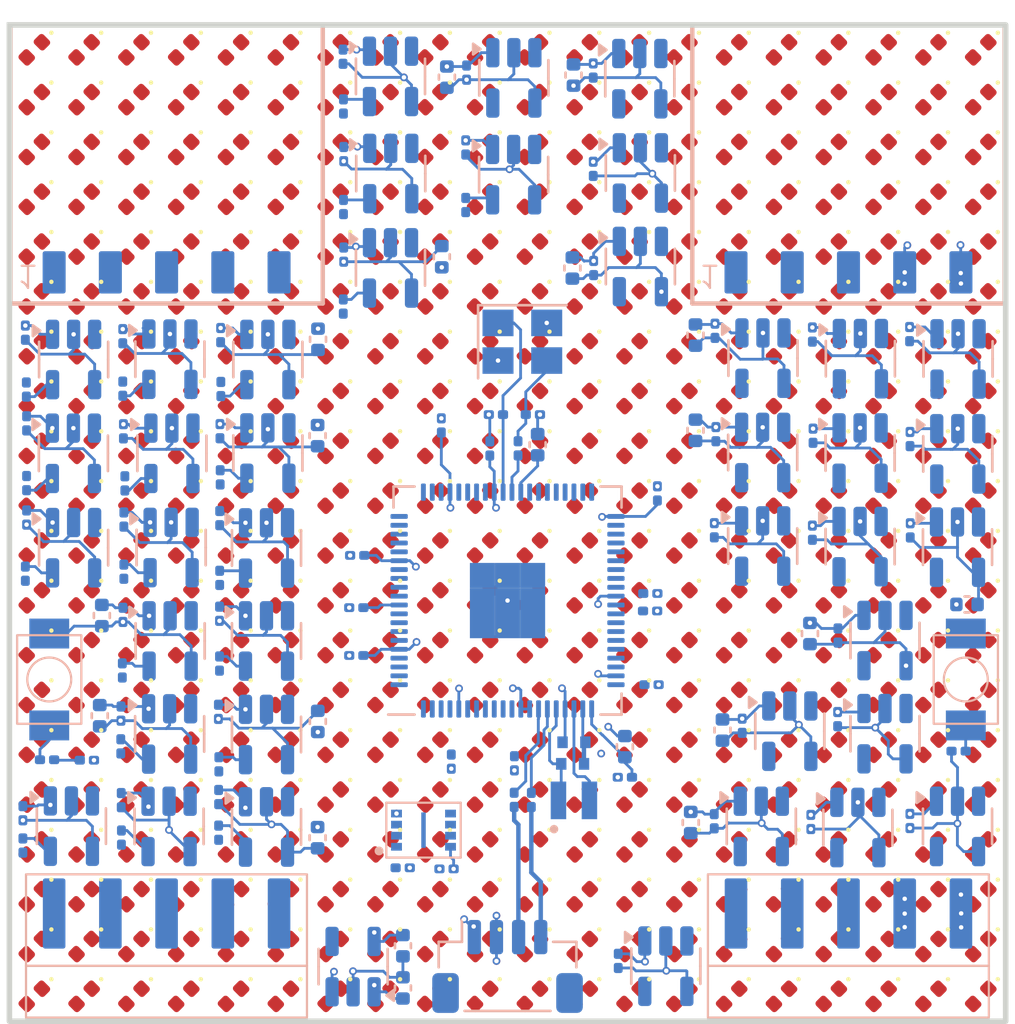
<source format=kicad_pcb>
(kicad_pcb (version 20241229) (generator "pcbnew") (generator_version "9.0")
  (layers (0 "F.Cu" mixed) (4 "In1.Cu" power) (6 "In2.Cu" power) (8 "In3.Cu" mixed) (10 "In4.Cu" mixed) (2 "B.Cu" mixed) (13 "F.Paste" user) (15 "B.Paste" user) (5 "F.SilkS" user "F.Silkscreen") (7 "B.SilkS" user "B.Silkscreen") (1 "F.Mask" user) (3 "B.Mask" user) (25 "Edge.Cuts" user))
  (net 0 "")
  (net 1 "GND")
  (net 2 "/panel_mcu/XIN")
  (net 3 "Net-(C2-Pad1)")
  (net 4 "+3V3")
  (net 5 "+1V1")
  (net 6 "/panel_mcu/VREG_AVDD")
  (net 7 "+5V")
  (net 8 "/drivers/ROW_00")
  (net 9 "Net-(D1-A)")
  (net 10 "/drivers/ROW_01")
  (net 11 "/drivers/ROW_02")
  (net 12 "/drivers/ROW_03")
  (net 13 "/drivers/ROW_04")
  (net 14 "Net-(D100-A)")
  (net 15 "/drivers/ROW_05")
  (net 16 "/drivers/ROW_06")
  (net 17 "/drivers/ROW_07")
  (net 18 "/drivers/ROW_08")
  (net 19 "/drivers/ROW_09")
  (net 20 "/drivers/ROW_10")
  (net 21 "/drivers/ROW_11")
  (net 22 "/drivers/ROW_12")
  (net 23 "/drivers/ROW_13")
  (net 24 "/drivers/ROW_14")
  (net 25 "/drivers/ROW_15")
  (net 26 "/drivers/ROW_16")
  (net 27 "/drivers/ROW_17")
  (net 28 "Net-(D181-A)")
  (net 29 "/drivers/ROW_18")
  (net 30 "/drivers/ROW_19")
  (net 31 "Net-(D21-A)")
  (net 32 "Net-(D41-A)")
  (net 33 "Net-(D61-A)")
  (net 34 "Net-(D101-A)")
  (net 35 "Net-(D121-A)")
  (net 36 "Net-(D141-A)")
  (net 37 "Net-(D161-A)")
  (net 38 "Net-(D201-A)")
  (net 39 "Net-(D221-A)")
  (net 40 "Net-(D241-A)")
  (net 41 "Net-(D261-A)")
  (net 42 "Net-(D281-A)")
  (net 43 "Net-(D301-A)")
  (net 44 "/panel_mcu/D-")
  (net 45 "/panel_mcu/D+")
  (net 46 "/panel_header/MOSI")
  (net 47 "/panel_header/MISO")
  (net 48 "/panel_header/SCK")
  (net 49 "/panel_header/CS2")
  (net 50 "/panel_header/CS0")
  (net 51 "/panel_header/CS4")
  (net 52 "/panel_header/CS1")
  (net 53 "/panel_header/EINT")
  (net 55 "/panel_mcu/VREG_LX")
  (net 56 "/panel_mcu/XIP_CS1n")
  (net 57 "Net-(R2-Pad1)")
  (net 58 "/panel_mcu/QSPI_SS")
  (net 59 "/panel_mcu/~{USB_BOOT}")
  (net 60 "/panel_mcu/XOUT")
  (net 61 "Net-(U2-USB_DP)")
  (net 62 "Net-(U2-USB_DM)")
  (net 63 "Net-(D321-A)")
  (net 64 "Net-(D341-A)")
  (net 65 "Net-(D361-A)")
  (net 66 "Net-(D381-A)")
  (net 67 "/drivers/COL_00")
  (net 68 "/drivers/COL_01")
  (net 69 "/drivers/COL_02")
  (net 70 "/drivers/COL_03")
  (net 71 "/drivers/COL_04")
  (net 72 "/drivers/COL_05")
  (net 73 "/drivers/COL_06")
  (net 74 "/drivers/COL_07")
  (net 75 "/drivers/COL_08")
  (net 76 "/drivers/COL_09")
  (net 77 "/drivers/COL_10")
  (net 78 "/drivers/COL_11")
  (net 79 "/drivers/COL_12")
  (net 80 "/drivers/COL_13")
  (net 81 "/panel_mcu/RUN")
  (net 82 "/panel_mcu/QSPI_SD2")
  (net 83 "/panel_mcu/QSPI_SD1")
  (net 84 "/panel_mcu/QSPI_SD3")
  (net 85 "/panel_mcu/QSPI_SCLK")
  (net 86 "/panel_mcu/QSPI_SD0")
  (net 87 "/drivers/COL_14")
  (net 88 "/drivers/COL_15")
  (net 89 "/drivers/COL_16")
  (net 90 "/drivers/COL_17")
  (net 91 "/drivers/COL_18")
  (net 92 "/drivers/COL_19")
  (net 94 "/drivers/ROW_MCU_09")
  (net 95 "/drivers/COL_MCU_12")
  (net 96 "/drivers/COL_MCU_17")
  (net 97 "/drivers/COL_MCU_11")
  (net 99 "/drivers/COL_MCU_02")
  (net 100 "/drivers/ROW_MCU_11")
  (net 102 "/drivers/COL_MCU_16")
  (net 103 "/drivers/COL_MCU_10")
  (net 104 "/drivers/ROW_MCU_07")
  (net 105 "/drivers/COL_MCU_14")
  (net 106 "/drivers/ROW_MCU_18")
  (net 107 "/drivers/ROW_MCU_10")
  (net 108 "/drivers/ROW_MCU_05")
  (net 109 "/drivers/COL_MCU_13")
  (net 110 "/drivers/COL_MCU_03")
  (net 111 "/drivers/ROW_MCU_06")
  (net 112 "/drivers/COL_MCU_07")
  (net 113 "/drivers/ROW_MCU_16")
  (net 114 "/drivers/ROW_MCU_02")
  (net 115 "/drivers/ROW_MCU_04")
  (net 116 "/drivers/ROW_MCU_08")
  (net 117 "/drivers/COL_MCU_15")
  (net 118 "/drivers/ROW_MCU_00")
  (net 119 "/drivers/COL_MCU_09")
  (net 120 "/drivers/COL_MCU_18")
  (net 121 "/drivers/COL_MCU_06")
  (net 122 "/drivers/COL_MCU_01")
  (net 124 "/drivers/COL_MCU_00")
  (net 125 "/drivers/ROW_MCU_14")
  (net 126 "/drivers/ROW_MCU_19")
  (net 127 "/drivers/ROW_MCU_12")
  (net 128 "/drivers/COL_MCU_05")
  (net 129 "/drivers/ROW_MCU_01")
  (net 130 "/drivers/COL_MCU_04")
  (net 132 "/drivers/ROW_MCU_03")
  (net 133 "/drivers/COL_MCU_08")
  (net 134 "/drivers/ROW_MCU_17")
  (net 135 "/drivers/ROW_MCU_15")
  (net 136 "/drivers/COL_MCU_19")
  (net 137 "/drivers/ROW_MCU_13")
  (footprint "panel_custom:LED_0402_1005Metric" (layer "F.Cu") (at 84.875 73.625 -135)
    (property "Reference" "D275" (hide yes))
    (property "Value" "LED" (hide yes))
  )
  (footprint "panel_custom:LED_0402_1005Metric" (layer "F.Cu") (at 55.625 62.375 -135)
    (property "Reference" "D58" (hide yes))
    (property "Value" "LED" (hide yes))
  )
  (footprint "panel_custom:LED_0402_1005Metric" (layer "F.Cu") (at 60.125 53.375 -135)
    (property "Reference" "D121" (hide yes))
    (property "Value" "LED" (hide yes))
  )
  (footprint "panel_custom:LED_0402_1005Metric" (layer "F.Cu") (at 71.375 89.375 -135)
    (property "Reference" "D229" (hide yes))
    (property "Value" "LED" (hide yes))
  )
  (footprint "panel_custom:LED_0402_1005Metric" (layer "F.Cu") (at 84.875 71.375 -135)
    (property "Reference" "D316" (hide yes))
    (property "Value" "LED" (hide yes))
  )
  (footprint "panel_custom:LED_0402_1005Metric" (layer "F.Cu") (at 75.875 80.375 -135)
    (property "Reference" "D234" (hide yes))
    (property "Value" "LED" (hide yes))
  )
  (footprint "panel_custom:LED_0402_1005Metric" (layer "F.Cu") (at 73.625 69.125 -135)
    (property "Reference" "D176" (hide yes))
    (property "Value" "LED" (hide yes))
  )
  (footprint "panel_custom:LED_0402_1005Metric" (layer "F.Cu") (at 55.625 51.125 -135)
    (property "Reference" "D20" (hide yes))
    (property "Value" "LED" (hide yes))
  )
  (footprint "panel_custom:LED_0402_1005Metric" (layer "F.Cu") (at 93.875 75.875 -135)
    (property "Reference" "D395" (hide yes))
    (property "Value" "LED" (hide yes))
  )
  (footprint "panel_custom:LED_0402_1005Metric" (layer "F.Cu") (at 66.875 89.375 -135)
    (property "Reference" "D152" (hide yes))
    (property "Value" "LED" (hide yes))
  )
  (footprint "panel_custom:LED_0402_1005Metric" (layer "F.Cu") (at 91.625 51.125 -135)
    (property "Reference" "D340" (hide yes))
    (property "Value" "LED" (hide yes))
  )
  (footprint "panel_custom:LED_0402_1005Metric" (layer "F.Cu") (at 87.125 55.625 -135)
    (property "Reference" "D322" (hide yes))
    (property "Value" "LED" (hide yes))
  )
  (footprint "panel_custom:LED_0402_1005Metric" (layer "F.Cu") (at 66.875 87.125 -135)
    (property "Reference" "D112" (hide yes))
    (property "Value" "LED" (hide yes))
  )
  (footprint "panel_custom:LED_0402_1005Metric" (layer "F.Cu") (at 73.625 82.625 -135)
    (property "Reference" "D173" (hide yes))
    (property "Value" "LED" (hide yes))
  )
  (footprint "panel_custom:LED_0402_1005Metric" (layer "F.Cu") (at 87.125 57.875 -135)
    (property "Reference" "D362" (hide yes))
    (property "Value" "LED" (hide yes))
  )
  (footprint "panel_custom:LED_0402_1005Metric" (layer "F.Cu") (at 91.625 73.625 -135)
    (property "Reference" "D335" (hide yes))
    (property "Value" "LED" (hide yes))
  )
  (footprint "panel_custom:LED_0402_1005Metric" (layer "F.Cu") (at 64.625 89.375 -135)
    (property "Reference" "D132" (hide yes))
    (property "Value" "LED" (hide yes))
  )
  (footprint "panel_custom:LED_0402_1005Metric" (layer "F.Cu") (at 91.625 82.625 -135)
    (property "Reference" "D333" (hide yes))
    (property "Value" "LED" (hide yes))
  )
  (footprint "panel_custom:LED_0402_1005Metric" (layer "F.Cu") (at 60.125 57.875 -135)
    (property "Reference" "D122" (hide yes))
    (property "Value" "LED" (hide yes))
  )
  (footprint "panel_custom:LED_0402_1005Metric" (layer "F.Cu") (at 71.375 51.125 -135)
    (property "Reference" "D181" (hide yes))
    (property "Value" "LED" (hide yes))
  )
  (footprint "panel_custom:LED_0402_1005Metric" (layer "F.Cu") (at 71.375 71.375 -135)
    (property "Reference" "D225" (hide yes))
    (property "Value" "LED" (hide yes))
  )
  (footprint "panel_custom:LED_0402_1005Metric" (layer "F.Cu") (at 53.375 82.625 -135)
    (property "Reference" "D28" (hide yes))
    (property "Value" "LED" (hide yes))
  )
  (footprint "panel_custom:LED_0402_1005Metric" (layer "F.Cu") (at 82.625 82.625 -135)
    (property "Reference" "D253" (hide yes))
    (property "Value" "LED" (hide yes))
  )
  (footprint "panel_custom:LED_0402_1005Metric" (layer "F.Cu") (at 82.625 75.875 -135)
    (property "Reference" "D295" (hide yes))
    (property "Value" "LED" (hide yes))
  )
  (footprint "panel_custom:LED_0402_1005Metric" (layer "F.Cu") (at 69.125 57.875 -135)
    (property "Reference" "D202" (hide yes))
    (property "Value" "LED" (hide yes))
  )
  (footprint "panel_custom:LED_0402_1005Metric" (layer "F.Cu") (at 69.125 62.375 -135)
    (property "Reference" "D203" (hide yes))
    (property "Value" "LED" (hide yes))
  )
  (footprint "panel_custom:LED_0402_1005Metric" (layer "F.Cu") (at 69.125 84.875 -135)
    (property "Reference" "D208" (hide yes))
    (property "Value" "LED" (hide yes))
  )
  (footprint "panel_custom:LED_0402_1005Metric" (layer "F.Cu") (at 80.375 80.375 -135)
    (property "Reference" "D307" (hide yes))
    (property "Value" "LED" (hide yes))
  )
  (footprint "panel_custom:LED_0402_1005Metric" (layer "F.Cu") (at 75.875 82.625 -135)
    (property "Reference" "D193" (hide yes))
    (property "Value" "LED" (hide yes))
  )
  (footprint "panel_custom:LED_0402_1005Metric" (layer "F.Cu") (at 82.625 78.125 -135)
    (property "Reference" "D254" (hide yes))
    (property "Value" "LED" (hide yes))
  )
  (footprint "panel_custom:LED_0402_1005Metric" (layer "F.Cu") (at 87.125 75.875 -135)
    (property "Reference" "D366" (hide yes))
    (property "Value" "LED" (hide yes))
  )
  (footprint "panel_custom:LED_0402_1005Metric" (layer "F.Cu") (at 75.875 73.625 -135)
    (property "Reference" "D195" (hide yes))
    (property "Value" "LED" (hide yes))
  )
  (footprint "panel_custom:LED_0402_1005Metric" (layer "F.Cu") (at 62.375 91.625 -135)
    (property "Reference" "D110" (hide yes))
    (property "Value" "LED" (hide yes))
  )
  (footprint "panel_custom:LED_0402_1005Metric" (layer "F.Cu") (at 64.625 80.375 -135)
    (property "Reference" "D134" (hide yes))
    (property "Value" "LED" (hide yes))
  )
  (footprint "panel_custom:LED_0402_1005Metric" (layer "F.Cu") (at 64.625 82.625 -135)
    (property "Reference" "D93" (hide yes))
    (property "Value" "LED" (hide yes))
  )
  (footprint "panel_custom:LED_0402_1005Metric" (layer "F.Cu") (at 55.625 53.375 -135)
    (property "Reference" "D60" (hide yes))
    (property "Value" "LED" (hide yes))
  )
  (footprint "panel_custom:LED_0402_1005Metric" (layer "F.Cu") (at 78.125 69.125 -135)
    (property "Reference" "D245" (hide yes))
    (property "Value" "LED" (hide yes))
  )
  (footprint "panel_custom:LED_0402_1005Metric" (layer "F.Cu") (at 87.125 51.125 -135)
    (property "Reference" "D321" (hide yes))
    (property "Value" "LED" (hide yes))
  )
  (footprint "panel_custom:LED_0402_1005Metric" (layer "F.Cu") (at 51.125 73.625 -135)
    (property "Reference" "D6" (hide yes))
    (property "Value" "LED" (hide yes))
  )
  (footprint "panel_custom:LED_0402_1005Metric" (layer "F.Cu") (at 57.875 64.625 -135)
    (property "Reference" "D37" (hide yes))
    (property "Value" "LED" (hide yes))
  )
  (footprint "panel_custom:LED_0402_1005Metric" (layer "F.Cu") (at 93.875 64.625 -135)
    (property "Reference" "D357" (hide yes))
    (property "Value" "LED" (hide yes))
  )
  (footprint "panel_custom:LED_0402_1005Metric" (layer "F.Cu") (at 64.625 84.875 -135)
    (property "Reference" "D133" (hide yes))
    (property "Value" "LED" (hide yes))
  )
  (footprint "panel_custom:LED_0402_1005Metric" (layer "F.Cu") (at 57.875 82.625 -135)
    (property "Reference" "D33" (hide yes))
    (property "Value" "LED" (hide yes))
  )
  (footprint "panel_custom:LED_0402_1005Metric" (layer "F.Cu") (at 91.625 60.125 -135)
    (property "Reference" "D338" (hide yes))
    (property "Value" "LED" (hide yes))
  )
  (footprint "panel_custom:LED_0402_1005Metric" (layer "F.Cu") (at 66.875 75.875 -135)
    (property "Reference" "D155" (hide yes))
    (property "Value" "LED" (hide yes))
  )
  (footprint "panel_custom:LED_0402_1005Metric" (layer "F.Cu") (at 71.375 55.625 -135)
    (property "Reference" "D182" (hide yes))
    (property "Value" "LED" (hide yes))
  )
  (footprint "panel_custom:LED_0402_1005Metric" (layer "F.Cu") (at 75.875 71.375 -135)
    (property "Reference" "D236" (hide yes))
    (property "Value" "LED" (hide yes))
  )
  (footprint "panel_custom:LED_0402_1005Metric" (layer "F.Cu") (at 75.875 75.875 -135)
    (property "Reference" "D235" (hide yes))
    (property "Value" "LED" (hide yes))
  )
  (footprint "panel_custom:LED_0402_1005Metric" (layer "F.Cu") (at 93.875 93.875 -135)
    (property "Reference" "D391" (hide yes))
    (property "Value" "LED" (hide yes))
  )
  (footprint "panel_custom:LED_0402_1005Metric" (layer "F.Cu") (at 60.125 84.875 -135)
    (property "Reference" "D128" (hide yes))
    (property "Value" "LED" (hide yes))
  )
  (footprint "panel_custom:LED_0402_1005Metric" (layer "F.Cu") (at 84.875 89.375 -135)
    (property "Reference" "D312" (hide yes))
    (property "Value" "LED" (hide yes))
  )
  (footprint "panel_custom:LED_0402_1005Metric" (layer "F.Cu") (at 60.125 69.125 -135)
    (property "Reference" "D85" (hide yes))
    (property "Value" "LED" (hide yes))
  )
  (footprint "panel_custom:LED_0402_1005Metric" (layer "F.Cu") (at 64.625 53.375 -135)
    (property "Reference" "D140" (hide yes))
    (property "Value" "LED" (hide yes))
  )
  (footprint "panel_custom:LED_0402_1005Metric" (layer "F.Cu") (at 71.375 69.125 -135)
    (property "Reference" "D185" (hide yes))
    (property "Value" "LED" (hide yes))
  )
  (footprint "panel_custom:LED_0402_1005Metric" (layer "F.Cu") (at 53.375 51.125 -135)
    (property "Reference" "D21" (hide yes))
    (property "Value" "LED" (hide yes))
  )
  (footprint "panel_custom:LED_0402_1005Metric" (layer "F.Cu") (at 55.625 57.875 -135)
    (property "Reference" "D59" (hide yes))
    (property "Value" "LED" (hide yes))
  )
  (footprint "panel_custom:LED_0402_1005Metric" (layer "F.Cu") (at 57.875 60.125 -135)
    (property "Reference" "D38" (hide yes))
    (property "Value" "LED" (hide yes))
  )
  (footprint "panel_custom:LED_0402_1005Metric" (layer "F.Cu") (at 71.375 84.875 -135)
    (property "Reference" "D228" (hide yes))
    (property "Value" "LED" (hide yes))
  )
  (footprint "panel_custom:LED_0402_1005Metric" (layer "F.Cu") (at 87.125 87.125 -135)
    (property "Reference" "D329" (hide yes))
    (property "Value" "LED" (hide yes))
  )
  (footprint "panel_custom:LED_0402_1005Metric" (layer "F.Cu") (at 64.625 55.625 -135)
    (property "Reference" "D99" (hide yes))
    (property "Value" "LED" (hide yes))
  )
  (footprint "panel_custom:LED_0402_1005Metric" (layer "F.Cu") (at 91.625 84.875 -135)
    (property "Reference" "D373" (hide yes))
    (property "Value" "LED" (hide yes))
  )
  (footprint "panel_custom:LED_0402_1005Metric" (layer "F.Cu") (at 91.625 75.875 -135)
    (property "Reference" "D375" (hide yes))
    (property "Value" "LED" (hide yes))
  )
  (footprint "panel_custom:LED_0402_1005Metric" (layer "F.Cu") (at 62.375 93.875 -135)
    (property "Reference" "D150" (hide yes))
    (property "Value" "LED" (hide yes))
  )
  (footprint "panel_custom:LED_0402_1005Metric" (layer "F.Cu") (at 75.875 53.375 -135)
    (property "Reference" "D240" (hide yes))
    (property "Value" "LED" (hide yes))
  )
  (footprint "panel_custom:LED_0402_1005Metric" (layer "F.Cu") (at 53.375 53.375 -135)
    (property "Reference" "D61" (hide yes))
    (property "Value" "LED" (hide yes))
  )
  (footprint "panel_custom:LED_0402_1005Metric" (layer "F.Cu") (at 93.875 53.375 -135)
    (property "Reference" "D400" (hide yes))
    (property "Value" "LED" (hide yes))
  )
  (footprint "panel_custom:LED_0402_1005Metric" (layer "F.Cu") (at 91.625 64.625 -135)
    (property "Reference" "D337" (hide yes))
    (property "Value" "LED" (hide yes))
  )
  (footprint "panel_custom:LED_0402_1005Metric" (layer "F.Cu") (at 82.625 57.875 -135)
    (property "Reference" "D299" (hide yes))
    (property "Value" "LED" (hide yes))
  )
  (footprint "panel_custom:LED_0402_1005Metric" (layer "F.Cu") (at 71.375 87.125 -135)
    (property "Reference" "D189" (hide yes))
    (property "Value" "LED" (hide yes))
  )
  (footprint "panel_custom:LED_0402_1005Metric" (layer "F.Cu") (at 53.375 71.375 -135)
    (property "Reference" "D65" (hide yes))
    (property "Value" "LED" (hide yes))
  )
  (footprint "panel_custom:LED_0402_1005Metric" (layer "F.Cu") (at 57.875 53.375 -135)
    (property "Reference" "D80" (hide yes))
    (property "Value" "LED" (hide yes))
  )
  (footprint "panel_custom:LED_0402_1005Metric" (layer "F.Cu") (at 89.375 53.375 -135)
    (property "Reference" "D381" (hide yes))
    (property "Value" "LED" (hide yes))
  )
  (footprint "panel_custom:LED_0402_1005Metric" (layer "F.Cu") (at 62.375 69.125 -135)
    (property "Reference" "D105" (hide yes))
    (property "Value" "LED" (hide yes))
  )
  (footprint "panel_custom:LED_0402_1005Metric" (layer "F.Cu") (at 53.375 57.875 -135)
    (property "Reference" "D62" (hide yes))
    (property "Value" "LED" (hide yes))
  )
  (footprint "panel_custom:LED_0402_1005Metric" (layer "F.Cu") (at 71.375 80.375 -135)
    (property "Reference" "D227" (hide yes))
    (property "Value" "LED" (hide yes))
  )
  (footprint "panel_custom:LED_0402_1005Metric" (layer "F.Cu") (at 71.375 93.875 -135)
    (property "Reference" "D230" (hide yes))
    (property "Value" "LED" (hide yes))
  )
  (footprint "panel_custom:LED_0402_1005Metric" (layer "F.Cu") (at 91.625 57.875 -135)
    (property "Reference" "D379" (hide yes))
    (property "Value" "LED" (hide yes))
  )
  (footprint "panel_custom:LED_0402_1005Metric" (layer "F.Cu") (at 93.875 69.125 -135)
    (property "Reference" "D356" (hide yes))
    (property "Value" "LED" (hide yes))
  )
  (footprint "panel_custom:LED_0402_1005Metric" (layer "F.Cu") (at 89.375 89.375 -135)
    (property "Reference" "D389" (hide yes))
    (property "Value" "LED" (hide yes))
  )
  (footprint "panel_custom:LED_0402_1005Metric" (layer "F.Cu") (at 69.125 60.125 -135)
    (property "Reference" "D163" (hide yes))
    (property "Value" "LED" (hide yes))
  )
  (footprint "panel_custom:LED_0402_1005Metric" (layer "F.Cu") (at 75.875 57.875 -135)
    (property "Reference" "D239" (hide yes))
    (property "Value" "LED" (hide yes))
  )
  (footprint "panel_custom:LED_0402_1005Metric" (layer "F.Cu") (at 62.375 62.375 -135)
    (property "Reference" "D143" (hide yes))
    (property "Value" "LED" (hide yes))
  )
  (footprint "panel_custom:LED_0402_1005Metric" (layer "F.Cu") (at 66.875 57.875 -135)
    (property "Reference" "D159" (hide yes))
    (property "Value" "LED" (hide yes))
  )
  (footprint "panel_custom:LED_0402_1005Metric" (layer "F.Cu") (at 53.375 60.125 -135)
    (property "Reference" "D23" (hide yes))
    (property "Value" "LED" (hide yes))
  )
  (footprint "panel_custom:LED_0402_1005Metric" (layer "F.Cu") (at 53.375 78.125 -135)
    (property "Reference" "D27" (hide yes))
    (property "Value" "LED" (hide yes))
  )
  (footprint "panel_custom:LED_0402_1005Metric" (layer "F.Cu") (at 89.375 62.375 -135)
    (property "Reference" "D383" (hide yes))
    (property "Value" "LED" (hide yes))
  )
  (footprint "panel_custom:LED_0402_1005Metric" (layer "F.Cu") (at 84.875 60.125 -135)
    (property "Reference" "D278" (hide yes))
    (property "Value" "LED" (hide yes))
  )
  (footprint "panel_custom:LED_0402_1005Metric" (layer "F.Cu") (at 91.625 78.125 -135)
    (property "Reference" "D334" (hide yes))
    (property "Value" "LED" (hide yes))
  )
  (footprint "panel_custom:LED_0402_1005Metric" (layer "F.Cu") (at 89.375 66.875 -135)
    (property "Reference" "D384" (hide yes))
    (property "Value" "LED" (hide yes))
  )
  (footprint "panel_custom:LED_0402_1005Metric" (layer "F.Cu") (at 84.875 69.125 -135)
    (property "Reference" "D276" (hide yes))
    (property "Value" "LED" (hide yes))
  )
  (footprint "panel_custom:LED_0402_1005Metric" (layer "F.Cu") (at 80.375 69.125 -135)
    (property "Reference" "D265" (hide yes))
    (property "Value" "LED" (hide yes))
  )
  (footprint "panel_custom:LED_0402_1005Metric" (layer "F.Cu") (at 93.875 87.125 -135)
    (property "Reference" "D352" (hide yes))
    (property "Value" "LED" (hide yes))
  )
  (footprint "panel_custom:LED_0402_1005Metric" (layer "F.Cu") (at 91.625 91.625 -135)
    (property "Reference" "D331" (hide yes))
    (property "Value" "LED" (hide yes))
  )
  (footprint "panel_custom:LED_0402_1005Metric" (layer "F.Cu") (at 82.625 53.375 -135)
    (property "Reference" "D300" (hide yes))
    (property "Value" "LED" (hide yes))
  )
  (footprint "panel_custom:LED_0402_1005Metric" (layer "F.Cu") (at 82.625 71.375 -135)
    (property "Reference" "D296" (hide yes))
    (property "Value" "LED" (hide yes))
  )
  (footprint "panel_custom:LED_0402_1005Metric" (layer "F.Cu") (at 53.375 75.875 -135)
    (property "Reference" "D66" (hide yes))
    (property "Value" "LED" (hide yes))
  )
  (footprint "panel_custom:LED_0402_1005Metric" (layer "F.Cu") (at 73.625 57.875 -135)
    (property "Reference" "D219" (hide yes))
    (property "Value" "LED" (hide yes))
  )
  (footprint "panel_custom:LED_0402_1005Metric" (layer "F.Cu") (at 82.625 64.625 -135)
    (property "Reference" "D257" (hide yes))
    (property "Value" "LED" (hide yes))
  )
  (footprint "panel_custom:LED_0402_1005Metric" (layer "F.Cu") (at 87.125 53.375 -135)
    (property "Reference" "D361" (hide yes))
    (property "Value" "LED" (hide yes))
  )
  (footprint "panel_custom:LED_0402_1005Metric" (layer "F.Cu") (at 93.875 80.375 -135)
    (property "Reference" "D394" (hide yes))
    (property "Value" "LED" (hide yes))
  )
  (footprint "panel_custom:LED_0402_1005Metric" (layer "F.Cu") (at 51.125 62.375 -135)
    (property "Reference" "D43" (hide yes))
    (property "Value" "LED" (hide yes))
  )
  (footprint "panel_custom:LED_0402_1005Metric" (layer "F.Cu") (at 71.375 78.125 -135)
    (property "Reference" "D187" (hide yes))
    (property "Value" "LED" (hide yes))
  )
  (footprint "panel_custom:LED_0402_1005Metric" (layer "F.Cu") (at 84.875 66.875 -135)
    (property "Reference" "D317" (hide yes))
    (property "Value" "LED" (hide yes))
  )
  (footprint "panel_custom:LED_0402_1005Metric" (layer "F.Cu") (at 69.125 75.875 -135)
    (property "Reference" "D206" (hide yes))
    (property "Value" "LED" (hide yes))
  )
  (footprint "panel_custom:LED_0402_1005Metric" (layer "F.Cu") (at 80.375 93.875 -135)
    (property "Reference" "D310" (hide yes))
    (property "Value" "LED" (hide yes))
  )
  (footprint "panel_custom:LED_0402_1005Metric" (layer "F.Cu") (at 57.875 89.375 -135)
    (property "Reference" "D72" (hide yes))
    (property "Value" "LED" (hide yes))
  )
  (footprint "panel_custom:LED_0402_1005Metric" (layer "F.Cu") (at 84.875 93.875 -135)
    (property "Reference" "D311" (hide yes))
    (property "Value" "LED" (hide yes))
  )
  (footprint "panel_custom:LED_0402_1005Metric" (layer "F.Cu") (at 89.375 84.875 -135)
    (property "Reference" "D388" (hide yes))
    (property "Value" "LED" (hide yes))
  )
  (footprint "panel_custom:LED_0402_1005Metric" (layer "F.Cu") (at 78.125 62.375 -135)
    (property "Reference" "D283" (hide yes))
    (property "Value" "LED" (hide yes))
  )
  (footprint "panel_custom:LED_0402_1005Metric" (layer "F.Cu") (at 51.125 75.875 -135)
    (property "Reference" "D46" (hide yes))
    (property "Value" "LED" (hide yes))
  )
  (footprint "panel_custom:LED_0402_1005Metric" (layer "F.Cu") (at 69.125 51.125 -135)
    (property "Reference" "D161" (hide yes))
    (property "Value" "LED" (hide yes))
  )
  (footprint "panel_custom:LED_0402_1005Metric" (layer "F.Cu") (at 51.125 60.125 -135)
    (property "Reference" "D3" (hide yes))
    (property "Value" "LED" (hide yes))
  )
  (footprint "panel_custom:LED_0402_1005Metric" (layer "F.Cu") (at 93.875 82.625 -135)
    (property "Reference" "D353" (hide yes))
    (property "Value" "LED" (hide yes))
  )
  (footprint "panel_custom:LED_0402_1005Metric" (layer "F.Cu") (at 71.375 82.625 -135)
    (property "Reference" "D188" (hide yes))
    (property "Value" "LED" (hide yes))
  )
  (footprint "panel_custom:LED_0402_1005Metric" (layer "F.Cu") (at 91.625 69.125 -135)
    (property "Reference" "D336" (hide yes))
    (property "Value" "LED" (hide yes))
  )
  (footprint "panel_custom:LED_0402_1005Metric" (layer "F.Cu") (at 57.875 73.625 -135)
    (property "Reference" "D35" (hide yes))
    (property "Value" "LED" (hide yes))
  )
  (footprint "panel_custom:LED_0402_1005Metric" (layer "F.Cu") (at 87.125 73.625 -135)
    (property "Reference" "D326" (hide yes))
    (property "Value" "LED" (hide yes))
  )
  (footprint "panel_custom:LED_0402_1005Metric" (layer "F.Cu") (at 60.125 71.375 -135)
    (property "Reference" "D125" (hide yes))
    (property "Value" "LED" (hide yes))
  )
  (footprint "panel_custom:LED_0402_1005Metric" (layer "F.Cu") (at 87.125 93.875 -135)
    (property "Reference" "D370" (hide yes))
    (property "Value" "LED" (hide yes))
  )
  (footprint "panel_custom:LED_0402_1005Metric" (layer "F.Cu") (at 51.125 57.875 -135)
    (property "Reference" "D42" (hide yes))
    (property "Value" "LED" (hide yes))
  )
  (footprint "panel_custom:LED_0402_1005Metric" (layer "F.Cu") (at 51.125 80.375 -135)
    (property "Reference" "D47" (hide yes))
    (property "Value" "LED" (hide yes))
  )
  (footprint "panel_custom:LED_0402_1005Metric" (layer "F.Cu") (at 84.875 51.125 -135)
    (property "Reference" "D280" (hide yes))
    (property "Value" "LED" (hide yes))
  )
  (footprint "panel_custom:LED_0402_1005Metric" (layer "F.Cu") (at 69.125 73.625 -135)
    (property "Reference" "D166" (hide yes))
    (property "Value" "LED" (hide yes))
  )
  (footprint "panel_custom:LED_0402_1005Metric" (layer "F.Cu") (at 89.375 75.875 -135)
    (property "Reference" "D386" (hide yes))
    (property "Value" "LED" (hide yes))
  )
  (footprint "panel_custom:LED_0402_1005Metric" (layer "F.Cu") (at 66.875 55.625 -135)
    (property "Reference" "D119" (hide yes))
    (property "Value" "LED" (hide yes))
  )
  (footprint "panel_custom:LED_0402_1005Metric" (layer "F.Cu") (at 55.625 93.875 -135)
    (property "Reference" "D51" (hide yes))
    (property "Value" "LED" (hide yes))
  )
  (footprint "panel_custom:LED_0402_1005Metric" (layer "F.Cu") (at 53.375 87.125 -135)
    (property "Reference" "D29" (hide yes))
    (property "Value" "LED" (hide yes))
  )
  (footprint "panel_custom:LED_0402_1005Metric" (layer "F.Cu") (at 57.875 84.875 -135)
    (property "Reference" "D73" (hide yes))
    (property "Value" "LED" (hide yes))
  )
  (footprint "panel_custom:LED_0402_1005Metric" (layer "F.Cu") (at 53.375 62.375 -135)
    (property "Reference" "D63" (hide yes))
    (property "Value" "LED" (hide yes))
  )
  (footprint "panel_custom:LED_0402_1005Metric" (layer "F.Cu") (at 84.875 82.625 -135)
    (property "Reference" "D273" (hide yes))
    (property "Value" "LED" (hide yes))
  )
  (footprint "panel_custom:LED_0402_1005Metric" (layer "F.Cu") (at 84.875 87.125 -135)
    (property "Reference" "D272" (hide yes))
    (property "Value" "LED" (hide yes))
  )
  (footprint "panel_custom:LED_0402_1005Metric" (layer "F.Cu") (at 78.125 84.875 -135)
    (property "Reference" "D288" (hide yes))
    (property "Value" "LED" (hide yes))
  )
  (footprint "panel_custom:LED_0402_1005Metric" (layer "F.Cu") (at 60.125 66.875 -135)
    (property "Reference" "D124" (hide yes))
    (property "Value" "LED" (hide yes))
  )
  (footprint "panel_custom:LED_0402_1005Metric" (layer "F.Cu") (at 57.875 71.375 -135)
    (property "Reference" "D76" (hide yes))
    (property "Value" "LED" (hide yes))
  )
  (footprint "panel_custom:LED_0402_1005Metric" (layer "F.Cu") (at 93.875 66.875 -135)
    (property "Reference" "D397" (hide yes))
    (property "Value" "LED" (hide yes))
  )
  (footprint "panel_custom:LED_0402_1005Metric" (layer "F.Cu") (at 55.625 60.125 -135)
    (property "Reference" "D18" (hide yes))
    (property "Value" "LED" (hide yes))
  )
  (footprint "panel_custom:LED_0402_1005Metric" (layer "F.Cu") (at 60.125 60.125 -135)
    (property "Reference" "D83" (hide yes))
    (property "Value" "LED" (hide yes))
  )
  (footprint "panel_custom:LED_0402_1005Metric" (layer "F.Cu") (at 51.125 71.375 -135)
    (property "Reference" "D45" (hide yes))
    (property "Value" "LED" (hide yes))
  )
  (footprint "panel_custom:LED_0402_1005Metric" (layer "F.Cu") (at 78.125 53.375 -135)
    (property "Reference" "D281" (hide yes))
    (property "Value" "LED" (hide yes))
  )
  (footprint "panel_custom:LED_0402_1005Metric" (layer "F.Cu") (at 55.625 66.875 -135)
    (property "Reference" "D57" (hide yes))
    (property "Value" "LED" (hide yes))
  )
  (footprint "panel_custom:LED_0402_1005Metric" (layer "F.Cu") (at 84.875 57.875 -135)
    (property "Reference" "D319" (hide yes))
    (property "Value" "LED" (hide yes))
  )
  (footprint "panel_custom:LED_0402_1005Metric" (layer "F.Cu") (at 82.625 55.625 -135)
    (property "Reference" "D259" (hide yes))
    (property "Value" "LED" (hide yes))
  )
  (footprint "panel_custom:LED_0402_1005Metric" (layer "F.Cu") (at 64.625 57.875 -135)
    (property "Reference" "D139" (hide yes))
    (property "Value" "LED" (hide yes))
  )
  (footprint "panel_custom:LED_0402_1005Metric" (layer "F.Cu") (at 62.375 53.375 -135)
    (property "Reference" "D141" (hide yes))
    (property "Value" "LED" (hide yes))
  )
  (footprint "panel_custom:LED_0402_1005Metric" (layer "F.Cu") (at 71.375 64.625 -135)
    (property "Reference" "D184" (hide yes))
    (property "Value" "LED" (hide yes))
  )
  (footprint "panel_custom:LED_0402_1005Metric" (layer "F.Cu") (at 93.875 71.375 -135)
    (property "Reference" "D396" (hide yes))
    (property "Value" "LED" (hide yes))
  )
  (footprint "panel_custom:LED_0402_1005Metric" (layer "F.Cu") (at 93.875 60.125 -135)
    (property "Reference" "D358" (hide yes))
    (property "Value" "LED" (hide yes))
  )
  (footprint "panel_custom:LED_0402_1005Metric" (layer "F.Cu") (at 69.125 55.625 -135)
    (property "Reference" "D162" (hide yes))
    (property "Value" "LED" (hide yes))
  )
  (footprint "panel_custom:LED_0402_1005Metric" (layer "F.Cu") (at 80.375 57.875 -135)
    (property "Reference" "D302" (hide yes))
    (property "Value" "LED" (hide yes))
  )
  (footprint "panel_custom:LED_0402_1005Metric" (layer "F.Cu") (at 62.375 55.625 -135)
    (property "Reference" "D102" (hide yes))
    (property "Value" "LED" (hide yes))
  )
  (footprint "panel_custom:LED_0402_1005Metric" (layer "F.Cu") (at 75.875 60.125 -135)
    (property "Reference" "D198" (hide yes))
    (property "Value" "LED" (hide yes))
  )
  (footprint "panel_custom:LED_0402_1005Metric" (layer "F.Cu") (at 93.875 62.375 -135)
    (property "Reference" "D398" (hide yes))
    (property "Value" "LED" (hide yes))
  )
  (footprint "panel_custom:LED_0402_1005Metric" (layer "F.Cu") (at 66.875 60.125 -135)
    (property "Reference" "D118" (hide yes))
    (property "Value" "LED" (hide yes))
  )
  (footprint "panel_custom:LED_0402_1005Metric" (layer "F.Cu") (at 78.125 93.875 -135)
    (property "Reference" "D290" (hide yes))
    (property "Value" "LED" (hide yes))
  )
  (footprint "panel_custom:LED_0402_1005Metric" (layer "F.Cu") (at 53.375 64.625 -135)
    (property "Reference" "D24" (hide yes))
    (property "Value" "LED" (hide yes))
  )
  (footprint "panel_custom:LED_0402_1005Metric" (layer "F.Cu") (at 55.625 87.125 -135)
    (property "Reference" "D12" (hide yes))
    (property "Value" "LED" (hide yes))
  )
  (footprint "panel_custom:LED_0402_1005Metric" (layer "F.Cu") (at 80.375 55.625 -135)
    (property "Reference" "D262" (hide yes))
    (property "Value" "LED" (hide yes))
  )
  (footprint "panel_custom:LED_0402_1005Metric" (layer "F.Cu") (at 82.625 60.125 -135)
    (property "Reference" "D258" (hide yes))
    (property "Value" "LED" (hide yes))
  )
  (footprint "panel_custom:LED_0402_1005Metric" (layer "F.Cu") (at 75.875 78.125 -135)
    (property "Reference" "D194" (hide yes))
    (property "Value" "LED" (hide yes))
  )
  (footprint "panel_custom:LED_0402_1005Metric" (layer "F.Cu") (at 82.625 89.375 -135)
    (property "Reference" "D292" (hide yes))
    (property "Value" "LED" (hide yes))
  )
  (footprint "panel_custom:LED_0402_1005Metric" (layer "F.Cu") (at 84.875 84.875 -135)
    (property "Reference" "D313" (hide yes))
    (property "Value" "LED" (hide yes))
  )
  (footprint "panel_custom:LED_0402_1005Metric" (layer "F.Cu") (at 87.125 80.375 -135)
    (property "Reference" "D367" (hide yes))
    (property "Value" "LED" (hide yes))
  )
  (footprint "panel_custom:LED_0402_1005Metric" (layer "F.Cu") (at 62.375 73.625 -135)
    (property "Reference" "D106" (hide yes))
    (property "Value" "LED" (hide yes))
  )
  (footprint "panel_custom:LED_0402_1005Metric" (layer "F.Cu") (at 60.125 87.125 -135)
    (property "Reference" "D89" (hide yes))
    (property "Value" "LED" (hide yes))
  )
  (footprint "panel_custom:LED_0402_1005Metric" (layer "F.Cu") (at 71.375 60.125 -135)
    (property "Reference" "D183" (hide yes))
    (property "Value" "LED" (hide yes))
  )
  (footprint "panel_custom:LED_0402_1005Metric" (layer "F.Cu") (at 51.125 91.625 -135)
    (property "Reference" "D10" (hide yes))
    (property "Value" "LED" (hide yes))
  )
  (footprint "panel_custom:LED_0402_1005Metric" (layer "F.Cu") (at 55.625 69.125 -135)
    (property "Reference" "D16" (hide yes))
    (property "Value" "LED" (hide yes))
  )
  (footprint "panel_custom:LED_0402_1005Metric" (layer "F.Cu") (at 64.625 60.125 -135)
    (property "Reference" "D98" (hide yes))
    (property "Value" "LED" (hide yes))
  )
  (footprint "panel_custom:LED_0402_1005Metric" (layer "F.Cu") (at 71.375 73.625 -135)
    (property "Reference" "D186" (hide yes))
    (property "Value" "LED" (hide yes))
  )
  (footprint "panel_custom:LED_0402_1005Metric" (layer "F.Cu") (at 64.625 75.875 -135)
    (property "Reference" "D135" (hide yes))
    (property "Value" "LED" (hide yes))
  )
  (footprint "panel_custom:LED_0402_1005Metric" (layer "F.Cu") (at 60.125 78.125 -135)
    (property "Reference" "D87" (hide yes))
    (property "Value" "LED" (hide yes))
  )
  (footprint "panel_custom:LED_0402_1005Metric" (layer "F.Cu") (at 57.875 55.625 -135)
    (property "Reference" "D39" (hide yes))
    (property "Value" "LED" (hide yes))
  )
  (footprint "panel_custom:LED_0402_1005Metric" (layer "F.Cu") (at 62.375 66.875 -135)
    (property "Reference" "D144" (hide yes))
    (property "Value" "LED" (hide yes))
  )
  (footprint "panel_custom:LED_0402_1005Metric" (layer "F.Cu") (at 60.125 62.375 -135)
    (property "Reference" "D123" (hide yes))
    (property "Value" "LED" (hide yes))
  )
  (footprint "panel_custom:LED_0402_1005Metric" (layer "F.Cu") (at 69.125 80.375 -135)
    (property "Reference" "D207" (hide yes))
    (property "Value" "LED" (hide yes))
  )
  (footprint "panel_custom:LED_0402_1005Metric" (layer "F.Cu") (at 75.875 87.125 -135)
    (property "Reference" "D192" (hide yes))
    (property "Value" "LED" (hide yes))
  )
  (footprint "panel_custom:LED_0402_1005Metric" (layer "F.Cu") (at 84.875 91.625 -135)
    (property "Reference" "D271" (hide yes))
    (property "Value" "LED" (hide yes))
  )
  (footprint "panel_custom:LED_0402_1005Metric" (layer "F.Cu") (at 78.125 60.125 -135)
    (property "Reference" "D243" (hide yes))
    (property "Value" "LED" (hide yes))
  )
  (footprint "panel_custom:LED_0402_1005Metric" (layer "F.Cu") (at 57.875 87.125 -135)
    (property "Reference" "D32" (hide yes))
    (property "Value" "LED" (hide yes))
  )
  (footprint "panel_custom:LED_0402_1005Metric" (layer "F.Cu") (at 78.125 51.125 -135)
    (property "Reference" "D241" (hide yes))
    (property "Value" "LED" (hide yes))
  )
  (footprint "panel_custom:LED_0402_1005Metric" (layer "F.Cu") (at 87.125 69.125 -135)
    (property "Reference" "D325" (hide yes))
    (property "Value" "LED" (hide yes))
  )
  (footprint "panel_custom:LED_0402_1005Metric" (layer "F.Cu") (at 66.875 82.625 -135)
    (property "Reference" "D113" (hide yes))
    (property "Value" "LED" (hide yes))
  )
  (footprint "panel_custom:LED_0402_1005Metric" (layer "F.Cu") (at 87.125 64.625 -135)
    (property "Reference" "D324" (hide yes))
    (property "Value" "LED" (hide yes))
  )
  (footprint "panel_custom:LED_0402_1005Metric" (layer "F.Cu") (at 55.625 64.625 -135)
    (property "Reference" "D17" (hide yes))
    (property "Value" "LED" (hide yes))
  )
  (footprint "panel_custom:LED_0402_1005Metric" (layer "F.Cu") (at 78.125 82.625 -135)
    (property "Reference" "D248" (hide yes))
    (property "Value" "LED" (hide yes))
  )
  (footprint "panel_custom:LED_0402_1005Metric" (layer "F.Cu") (at 73.625 71.375 -135)
    (property "Reference" "D216" (hide yes))
    (property "Value" "LED" (hide yes))
  )
  (footprint "panel_custom:LED_0402_1005Metric" (layer "F.Cu") (at 51.125 69.125 -135)
    (property "Reference" "D5" (hide yes))
    (property "Value" "LED" (hide yes))
  )
  (footprint "panel_custom:LED_0402_1005Metric" (layer "F.Cu") (at 71.375 57.875 -135)
    (property "Reference" "D222" (hide yes))
    (property "Value" "LED" (hide yes))
  )
  (footprint "panel_custom:LED_0402_1005Metric" (layer "F.Cu") (at 53.375 89.375 -135)
    (property "Reference" "D69" (hide yes))
    (property "Value" "LED" (hide yes))
  )
  (footprint "panel_custom:LED_0402_1005Metric" (layer "F.Cu") (at 73.625 55.625 -135)
    (property "Reference" "D179" (hide yes))
    (property "Value" "LED" (hide yes))
  )
  (footprint "panel_custom:LED_0402_1005Metric" (layer "F.Cu") (at 82.625 91.625 -135)
    (property "Reference" "D251" (hide yes))
    (property "Value" "LED" (hide yes))
  )
  (footprint "panel_custom:LED_0402_1005Metric" (layer "F.Cu") (at 71.375 66.875 -135)
    (property "Reference" "D224" (hide yes))
    (property "Value" "LED" (hide yes))
  )
  (footprint "panel_custom:LED_0402_1005Metric" (layer "F.Cu") (at 55.625 84.875 -135)
    (property "Reference" "D53" (hide yes))
    (property "Value" "LED" (hide yes))
  )
  (footprint "panel_custom:LED_0402_1005Metric" (layer "F.Cu") (at 87.125 71.375 -135)
    (property "Reference" "D365" (hide yes))
    (property "Value" "LED" (hide yes))
  )
  (footprint "panel_custom:LED_0402_1005Metric" (layer "F.Cu") (at 71.375 62.375 -135)
    (property "Reference" "D223" (hide yes))
    (property "Value" "LED" (hide yes))
  )
  (footprint "panel_custom:LED_0402_1005Metric" (layer "F.Cu") (at 51.125 78.125 -135)
    (property "Reference" "D7" (hide yes))
    (property "Value" "LED" (hide yes))
  )
  (footprint "panel_custom:LED_0402_1005Metric" (layer "F.Cu") (at 51.125 84.875 -135)
    (property "Reference" "D48" (hide yes))
    (property "Value" "LED" (hide yes))
  )
  (footprint "panel_custom:LED_0402_1005Metric" (layer "F.Cu") (at 55.625 71.375 -135)
    (property "Reference" "D56" (hide yes))
    (property "Value" "LED" (hide yes))
  )
  (footprint "panel_custom:LED_0402_1005Metric" (layer "F.Cu") (at 89.375 71.375 -135)
    (property "Reference" "D385" (hide yes))
    (property "Value" "LED" (hide yes))
  )
  (footprint "panel_custom:LED_0402_1005Metric" (layer "F.Cu") (at 71.375 91.625 -135)
    (property "Reference" "D190" (hide yes))
    (property "Value" "LED" (hide yes))
  )
  (footprint "panel_custom:LED_0402_1005Metric" (layer "F.Cu") (at 64.625 64.625 -135)
    (property "Reference" "D97" (hide yes))
    (property "Value" "LED" (hide yes))
  )
  (footprint "panel_custom:LED_0402_1005Metric" (layer "F.Cu") (at 53.375 84.875 -135)
    (property "Reference" "D68" (hide yes))
    (property "Value" "LED" (hide yes))
  )
  (footprint "panel_custom:LED_0402_1005Metric" (layer "F.Cu") (at 82.625 69.125 -135)
    (property "Reference" "D256" (hide yes))
    (property "Value" "LED" (hide yes))
  )
  (footprint "panel_custom:LED_0402_1005Metric" (layer "F.Cu") (at 80.375 51.125 -135)
    (property "Reference" "D261" (hide yes))
    (property "Value" "LED" (hide yes))
  )
  (footprint "panel_custom:LED_0402_1005Metric" (layer "F.Cu") (at 55.625 75.875 -135)
    (property "Reference" "D55" (hide yes))
    (property "Value" "LED" (hide yes))
  )
  (footprint "panel_custom:LED_0402_1005Metric" (layer "F.Cu") (at 73.625 75.875 -135)
    (property "Reference" "D215" (hide yes))
    (property "Value" "LED" (hide yes))
  )
  (footprint "panel_custom:LED_0402_1005Metric" (layer "F.Cu") (at 93.875 51.125 -135)
    (property "Reference" "D360" (hide yes))
    (property "Value" "LED" (hide yes))
  )
  (footprint "panel_custom:LED_0402_1005Metric" (layer "F.Cu") (at 78.125 75.875 -135)
    (property "Reference" "D286" (hide yes))
    (property "Value" "LED" (hide yes))
  )
  (footprint "panel_custom:LED_0402_1005Metric" (layer "F.Cu") (at 89.375 57.875 -135)
    (property "Reference" "D382" (hide yes))
    (property "Value" "LED" (hide yes))
  )
  (footprint "panel_custom:LED_0402_1005Metric" (layer "F.Cu") (at 57.875 80.375 -135)
    (property "Reference" "D74" (hide yes))
    (property "Value" "LED" (hide yes))
  )
  (footprint "panel_custom:LED_0402_1005Metric" (layer "F.Cu") (at 62.375 57.875 -135)
    (property "Reference" "D142" (hide yes))
    (property "Value" "LED" (hide yes))
  )
  (footprint "panel_custom:LED_0402_1005Metric" (layer "F.Cu") (at 62.375 80.375 -135)
    (property "Reference" "D147" (hide yes))
    (property "Value" "LED" (hide yes))
  )
  (footprint "panel_custom:LED_0402_1005Metric" (layer "F.Cu") (at 75.875 84.875 -135)
    (property "Reference" "D233" (hide yes))
    (property "Value" "LED" (hide yes))
  )
  (footprint "panel_custom:LED_0402_1005Metric" (layer "F.Cu") (at 78.125 71.375 -135)
    (property "Reference" "D285" (hide yes))
    (property "Value" "LED" (hide yes))
  )
  (footprint "panel_custom:LED_0402_1005Metric" (layer "F.Cu") (at 53.375 66.875 -135)
    (property "Reference" "D64" (hide yes))
    (property "Value" "LED" (hide yes))
  )
  (footprint "panel_custom:LED_0402_1005Metric" (layer "F.Cu") (at 51.125 51.125 -135)
    (property "Reference" "D1" (hide yes))
    (property "Value" "LED_T0" (hide yes))
  )
  (footprint "panel_custom:LED_0402_1005Metric" (layer "F.Cu") (at 64.625 71.375 -135)
    (property "Reference" "D136" (hide yes))
    (property "Value" "LED" (hide yes))
  )
  (footprint "panel_custom:LED_0402_1005Metric" (layer "F.Cu") (at 91.625 66.875 -135)
    (property "Reference" "D377" (hide yes))
    (property "Value" "LED" (hide yes))
  )
  (footprint "panel_custom:LED_0402_1005Metric" (layer "F.Cu") (at 82.625 73.625 -135)
    (property "Reference" "D255" (hide yes))
    (property "Value" "LED" (hide yes))
  )
  (footprint "panel_custom:LED_0402_1005Metric" (layer "F.Cu") (at 60.125 89.375 -135)
    (property "Reference" "D129" (hide yes))
    (property "Value" "LED" (hide yes))
  )
  (footprint "panel_custom:LED_0402_1005Metric" (layer "F.Cu") (at 73.625 93.875 -135)
    (property "Reference" "D211" (hide yes))
    (property "Value" "LED" (hide yes))
  )
  (footprint "panel_custom:LED_0402_1005Metric" (layer "F.Cu") (at 51.125 89.375 -135)
    (property "Reference" "D49" (hide yes))
    (property "Value" "LED" (hide yes))
  )
  (footprint "panel_custom:LED_0402_1005Metric" (layer "F.Cu") (at 66.875 91.625 -135)
    (property "Reference" "D111" (hide yes))
    (property "Value" "LED" (hide yes))
  )
  (footprint "panel_custom:LED_0402_1005Metric" (layer "F.Cu") (at 66.875 64.625 -135)
    (property "Reference" "D117" (hide yes))
    (property "Value" "LED" (hide yes))
  )
  (footprint "panel_custom:LED_0402_1005Metric" (layer "F.Cu") (at 66.875 84.875 -135)
    (property "Reference" "D153" (hide yes))
    (property "Value" "LED" (hide yes))
  )
  (footprint "panel_custom:LED_0402_1005Metric" (layer "F.Cu") (at 64.625 73.625 -135)
    (property "Reference" "D95" (hide yes))
    (property "Value" "LED" (hide yes))
  )
  (footprint "panel_custom:LED_0402_1005Metric" (layer "F.Cu") (at 60.125 93.875 -135)
    (property "Reference" "D130" (hide yes))
    (property "Value" "LED" (hide yes))
  )
  (footprint "panel_custom:LED_0402_1005Metric" (layer "F.Cu") (at 62.375 60.125 -135)
    (property "Reference" "D103" (hide yes))
    (property "Value" "LED" (hide yes))
  )
  (footprint "panel_custom:LED_0402_1005Metric" (layer "F.Cu") (at 78.125 55.625 -135)
    (property "Reference" "D242" (hide yes))
    (property "Value" "LED" (hide yes))
  )
  (footprint "panel_custom:LED_0402_1005Metric" (layer "F.Cu") (at 51.125 82.625 -135)
    (property "Reference" "D8" (hide yes))
    (property "Value" "LED" (hide yes))
  )
  (footprint "panel_custom:LED_0402_1005Metric" (layer "F.Cu") (at 78.125 57.875 -135)
    (property "Reference" "D282" (hide yes))
    (property "Value" "LED" (hide yes))
  )
  (footprint "panel_custom:LED_0402_1005Metric" (layer "F.Cu") (at 89.375 55.625 -135)
    (property "Reference" "D342" (hide yes))
    (property "Value" "LED" (hide yes))
  )
  (footprint "panel_custom:LED_0402_1005Metric" (layer "F.Cu") (at 93.875 73.625 -135)
    (property "Reference" "D355" (hide yes))
    (property "Value" "LED" (hide yes))
  )
  (footprint "panel_custom:LED_0402_1005Metric" (layer "F.Cu") (at 84.875 75.875 -135)
    (property "Reference" "D315" (hide yes))
    (property "Value" "LED" (hide yes))
  )
  (footprint "panel_custom:LED_0402_1005Metric" (layer "F.Cu") (at 62.375 71.375 -135)
    (property "Reference" "D145" (hide yes))
    (property "Value" "LED" (hide yes))
  )
  (footprint "panel_custom:LED_0402_1005Metric" (layer "F.Cu") (at 51.125 55.625 -135)
    (property "Reference" "D2" (hide yes))
    (property "Value" "LED" (hide yes))
  )
  (footprint "panel_custom:LED_0402_1005Metric" (layer "F.Cu") (at 73.625 89.375 -135)
    (property "Reference" "D212" (hide yes))
    (property "Value" "LED" (hide yes))
  )
  (footprint "panel_custom:LED_0402_1005Metric" (layer "F.Cu") (at 80.375 71.375 -135)
    (property "Reference" "D305" (hide yes))
    (property "Value" "LED" (hide yes))
  )
  (footprint "panel_custom:LED_0402_1005Metric" (layer "F.Cu") (at 60.125 55.625 -135)
    (property "Reference" "D82" (hide yes))
    (property "Value" "LED" (hide yes))
  )
  (footprint "panel_custom:LED_0402_1005Metric" (layer "F.Cu") (at 73.625 62.375 -135)
    (property "Reference" "D218" (hide yes))
    (property "Value" "LED" (hide yes))
  )
  (footprint "panel_custom:LED_0402_1005Metric" (layer "F.Cu") (at 69.125 69.125 -135)
    (property "Reference" "D165" (hide yes))
    (property "Value" "LED" (hide yes))
  )
  (footprint "panel_custom:LED_0402_1005Metric" (layer "F.Cu") (at 84.875 64.625 -135)
    (property "Reference" "D277" (hide yes))
    (property "Value" "LED" (hide yes))
  )
  (footprint "panel_custom:LED_0402_1005Metric" (layer "F.Cu") (at 75.875 64.625 -135)
    (property "Reference" "D197" (hide yes))
    (property "Value" "LED" (hide yes))
  )
  (footprint "panel_custom:LED_0402_1005Metric" (layer "F.Cu") (at 57.875 93.875 -135)
    (property "Reference" "D71" (hide yes))
    (property "Value" "LED" (hide yes))
  )
  (footprint "panel_custom:LED_0402_1005Metric" (layer "F.Cu") (at 62.375 78.125 -135)
    (property "Reference" "D107" (hide yes))
    (property "Value" "LED" (hide yes))
  )
  (footprint "panel_custom:LED_0402_1005Metric" (layer "F.Cu") (at 75.875 69.125 -135)
    (property "Reference" "D196" (hide yes))
    (property "Value" "LED" (hide yes))
  )
  (footprint "panel_custom:LED_0402_1005Metric" (layer "F.Cu") (at 60.125 82.625 -135)
    (property "Reference" "D88" (hide yes))
    (property "Value" "LED" (hide yes))
  )
  (footprint "panel_custom:LED_0402_1005Metric" (layer "F.Cu") (at 69.125 64.625 -135)
    (property "Reference" "D164" (hide yes))
    (property "Value" "LED" (hide yes))
  )
  (footprint "panel_custom:LED_0402_1005Metric" (layer "F.Cu") (at 60.125 51.125 -135)
    (property "Reference" "D81" (hide yes))
    (property "Value" "LED" (hide yes))
  )
  (footprint "panel_custom:LED_0402_1005Metric" (layer "F.Cu") (at 78.125 66.875 -135)
    (property "Reference" "D284" (hide yes))
    (property "Value" "LED" (hide yes))
  )
  (footprint "panel_custom:LED_0402_1005Metric" (layer "F.Cu") (at 69.125 93.875 -135)
    (property "Reference" "D210" (hide yes))
    (property "Value" "LED" (hide yes))
  )
  (footprint "panel_custom:LED_0402_1005Metric" (layer "F.Cu") (at 51.125 93.875 -135)
    (property "Reference" "D50" (hide yes))
    (property "Value" "LED" (hide yes))
  )
  (footprint "panel_custom:LED_0402_1005Metric" (layer "F.Cu") (at 75.875 91.625 -135)
    (property "Reference" "D191" (hide yes))
    (property "Value" "LED" (hide yes))
  )
  (footprint "panel_custom:LED_0402_1005Metric" (layer "F.Cu") (at 80.375 75.875 -135)
    (property "Reference" "D306" (hide yes))
    (property "Value" "LED" (hide yes))
  )
  (footprint "panel_custom:LED_0402_1005Metric" (layer "F.Cu") (at 89.375 91.625 -135)
    (property "Reference" "D350" (hide yes))
    (property "Value" "LED" (hide yes))
  )
  (footprint "panel_custom:LED_0402_1005Metric" (layer "F.Cu") (at 73.625 51.125 -135)
    (property "Reference" "D180" (hide yes))
    (property "Value" "LED" (hide yes))
  )
  (footprint "panel_custom:LED_0402_1005Metric" (layer "F.Cu") (at 66.875 73.625 -135)
    (property "Reference" "D115" (hide yes))
    (property "Value" "LED" (hide yes))
  )
  (footprint "panel_custom:LED_0402_1005Metric" (layer "F.Cu") (at 55.625 78.125 -135)
    (property "Reference" "D14" (hide yes))
    (property "Value" "LED" (hide yes))
  )
  (footprint "panel_custom:LED_0402_1005Metric" (layer "F.Cu") (at 87.125 84.875 -135)
    (property "Reference" "D368" (hide yes))
    (property "Value" "LED" (hide yes))
  )
  (footprint "panel_custom:LED_0402_1005Metric" (layer "F.Cu") (at 75.875 55.625 -135)
    (property "Reference" "D199" (hide yes))
    (property "Value" "LED" (hide yes))
  )
  (footprint "panel_custom:LED_0402_1005Metric" (layer "F.Cu") (at 57.875 57.875 -135)
    (property "Reference" "D79" (hide yes))
    (property "Value" "LED" (hide yes))
  )
  (footprint "panel_custom:LED_0402_1005Metric" (layer "F.Cu") (at 57.875 69.125 -135)
    (property "Reference" "D36" (hide yes))
    (property "Value" "LED" (hide yes))
  )
  (footprint "panel_custom:LED_0402_1005Metric" (layer "F.Cu") (at 84.875 55.625 -135)
    (property "Reference" "D279" (hide yes))
    (property "Value" "LED" (hide yes))
  )
  (footprint "panel_custom:LED_0402_1005Metric" (layer "F.Cu") (at 87.125 82.625 -135)
    (property "Reference" "D328" (hide yes))
    (property "Value" "LED" (hide yes))
  )
  (footprint "panel_custom:LED_0402_1005Metric" (layer "F.Cu") (at 71.375 53.375 -135)
    (property "Reference" "D221" (hide yes))
    (property "Value" "LED" (hide yes))
  )
  (footprint "panel_custom:LED_0402_1005Metric" (layer "F.Cu") (at 91.625 62.375 -135)
    (property "Reference" "D378" (hide yes))
    (property "Value" "LED" (hide yes))
  )
  (footprint "panel_custom:LED_0402_1005Metric" (layer "F.Cu") (at 87.125 91.625 -135)
    (property "Reference" "D330" (hide yes))
    (property "Value" "LED" (hide yes))
  )
  (footprint "panel_custom:LED_0402_1005Metric" (layer "F.Cu") (at 93.875 84.875 -135)
    (property "Reference" "D393" (hide yes))
    (property "Value" "LED" (hide yes))
  )
  (footprint "panel_custom:LED_0402_1005Metric" (layer "F.Cu") (at 91.625 89.375 -135)
    (property "Reference" "D372" (hide yes))
    (property "Value" "LED" (hide yes))
  )
  (footprint "panel_custom:LED_0402_1005Metric" (layer "F.Cu") (at 55.625 55.625 -135)
    (property "Reference" "D19" (hide yes))
    (property "Value" "LED" (hide yes))
  )
  (footprint "panel_custom:LED_0402_1005Metric" (layer "F.Cu") (at 62.375 89.375 -135)
    (property "Reference" "D149" (hide yes))
    (property "Value" "LED" (hide yes))
  )
  (footprint "panel_custom:LED_0402_1005Metric" (layer "F.Cu") (at 60.125 73.625 -135)
    (property "Reference" "D86" (hide yes))
    (property "Value" "LED" (hide yes))
  )
  (footprint "panel_custom:LED_0402_1005Metric" (layer "F.Cu") (at 80.375 53.375 -135)
    (property "Reference" "D301" (hide yes))
    (property "Value" "LED" (hide yes))
  )
  (footprint "panel_custom:LED_0402_1005Metric" (layer "F.Cu") (at 73.625 80.375 -135)
    (property "Reference" "D214" (hide yes))
    (property "Value" "LED" (hide yes))
  )
  (footprint "panel_custom:LED_0402_1005Metric" (layer "F.Cu") (at 64.625 66.875 -135)
    (property "Reference" "D137" (hide yes))
    (property "Value" "LED" (hide yes))
  )
  (footprint "panel_custom:LED_0402_1005Metric" (layer "F.Cu") (at 73.625 87.125 -135)
    (property "Reference" "D172" (hide yes))
    (property "Value" "LED" (hide yes))
  )
  (footprint "panel_custom:LED_0402_1005Metric" (layer "F.Cu") (at 57.875 75.875 -135)
    (property "Reference" "D75" (hide yes))
    (property "Value" "LED" (hide yes))
  )
  (footprint "panel_custom:LED_0402_1005Metric" (layer "F.Cu") (at 73.625 84.875 -135)
    (property "Reference" "D213" (hide yes))
    (property "Value" "LED" (hide yes))
  )
  (footprint "panel_custom:LED_0402_1005Metric" (layer "F.Cu") (at 66.875 51.125 -135)
    (property "Reference" "D120" (hide yes))
    (property "Value" "LED" (hide yes))
  )
  (footprint "panel_custom:LED_0402_1005Metric" (layer "F.Cu") (at 82.625 66.875 -135)
    (property "Reference" "D297" (hide yes))
    (property "Value" "LED" (hide yes))
  )
  (footprint "panel_custom:LED_0402_1005Metric" (layer "F.Cu") (at 87.125 62.375 -135)
    (property "Reference" "D363" (hide yes))
    (property "Value" "LED" (hide yes))
  )
  (footprint "panel_custom:LED_0402_1005Metric" (layer "F.Cu") (at 82.625 80.375 -135)
    (property "Reference" "D294" (hide yes))
    (property "Value" "LED" (hide yes))
  )
  (footprint "panel_custom:LED_0402_1005Metric" (layer "F.Cu") (at 64.625 93.875 -135)
    (property "Reference" "D131" (hide yes))
    (property "Value" "LED" (hide yes))
  )
  (footprint "panel_custom:LED_0402_1005Metric" (layer "F.Cu") (at 73.625 64.625 -135)
    (property "Reference" "D177" (hide yes))
    (property "Value" "LED" (hide yes))
  )
  (footprint "panel_custom:LED_0402_1005Metric" (layer "F.Cu") (at 64.625 91.625 -135)
    (property "Reference" "D91" (hide yes))
    (property "Value" "LED" (hide yes))
  )
  (footprint "panel_custom:LED_0402_1005Metric" (layer "F.Cu") (at 80.375 91.625 -135)
    (property "Reference" "D270" (hide yes))
    (property "Value" "LED" (hide yes))
  )
  (footprint "panel_custom:LED_0402_1005Metric" (layer "F.Cu") (at 82.625 62.375 -135)
    (property "Reference" "D298" (hide yes))
    (property "Value" "LED" (hide yes))
  )
  (footprint "panel_custom:LED_0402_1005Metric" (layer "F.Cu") (at 55.625 89.375 -135)
    (property "Reference" "D52" (hide yes))
    (property "Value" "LED" (hide yes))
  )
  (footprint "panel_custom:LED_0402_1005Metric" (layer "F.Cu") (at 91.625 93.875 -135)
    (property "Reference" "D371" (hide yes))
    (property "Value" "LED" (hide yes))
  )
  (footprint "panel_custom:LED_0402_1005Metric" (layer "F.Cu") (at 89.375 73.625 -135)
    (property "Reference" "D346" (hide yes))
    (property "Value" "LED" (hide yes))
  )
  (footprint "panel_custom:LED_0402_1005Metric" (layer "F.Cu") (at 69.125 53.375 -135)
    (property "Reference" "D201" (hide yes))
    (property "Value" "LED" (hide yes))
  )
  (footprint "panel_custom:LED_0402_1005Metric" (layer "F.Cu") (at 57.875 62.375 -135)
    (property "Reference" "D78" (hide yes))
    (property "Value" "LED" (hide yes))
  )
  (footprint "panel_custom:LED_0402_1005Metric" (layer "F.Cu") (at 78.125 80.375 -135)
    (property "Reference" "D287" (hide yes))
    (property "Value" "LED" (hide yes))
  )
  (footprint "panel_custom:LED_0402_1005Metric" (layer "F.Cu") (at 80.375 78.125 -135)
    (property "Reference" "D267" (hide yes))
    (property "Value" "LED" (hide yes))
  )
  (footprint "panel_custom:LED_0402_1005Metric" (layer "F.Cu") (at 53.375 93.875 -135)
    (property "Reference" "D70" (hide yes))
    (property "Value" "LED" (hide yes))
  )
  (footprint "panel_custom:LED_0402_1005Metric" (layer "F.Cu") (at 73.625 53.375 -135)
    (property "Reference" "D220" (hide yes))
    (property "Value" "LED" (hide yes))
  )
  (footprint "panel_custom:LED_0402_1005Metric" (layer "F.Cu") (at 73.625 73.625 -135)
    (property "Reference" "D175" (hide yes))
    (property "Value" "LED" (hide yes))
  )
  (footprint "panel_custom:LED_0402_1005Metric" (layer "F.Cu") (at 80.375 73.625 -135)
    (property "Reference" "D266" (hide yes))
    (property "Value" "LED" (hide yes))
  )
  (footprint "panel_custom:LED_0402_1005Metric" (layer "F.Cu") (at 93.875 78.125 -135)
    (property "Reference" "D354" (hide yes))
    (property "Value" "LED" (hide yes))
  )
  (footprint "panel_custom:LED_0402_1005Metric" (layer "F.Cu") (at 66.875 78.125 -135)
    (property "Reference" "D114" (hide yes))
    (property "Value" "LED" (hide yes))
  )
  (footprint "panel_custom:LED_0402_1005Metric" (layer "F.Cu") (at 73.625 78.125 -135)
    (property "Reference" "D174" (hide yes))
    (property "Value" "LED" (hide yes))
  )
  (footprint "panel_custom:LED_0402_1005Metric" (layer "F.Cu") (at 53.375 55.625 -135)
    (property "Reference" "D22" (hide yes))
    (property "Value" "LED" (hide yes))
  )
  (footprint "panel_custom:LED_0402_1005Metric" (layer "F.Cu") (at 87.125 78.125 -135)
    (property "Reference" "D327" (hide yes))
    (property "Value" "LED" (hide yes))
  )
  (footprint "panel_custom:LED_0402_1005Metric" (layer "F.Cu") (at 62.375 87.125 -135)
    (property "Reference" "D109" (hide yes))
    (property "Value" "LED" (hide yes))
  )
  (footprint "panel_custom:LED_0402_1005Metric" (layer "F.Cu") (at 51.125 66.875 -135)
    (property "Reference" "D44" (hide yes))
    (property "Value" "LED" (hide yes))
  )
  (footprint "panel_custom:LED_0402_1005Metric" (layer "F.Cu") (at 57.875 91.625 -135)
    (property "Reference" "D31" (hide yes))
    (property "Value" "LED" (hide yes))
  )
  (footprint "panel_custom:LED_0402_1005Metric" (layer "F.Cu") (at 66.875 80.375 -135)
    (property "Reference" "D154" (hide yes))
    (property "Value" "LED" (hide yes))
  )
  (footprint "panel_custom:LED_0402_1005Metric" (layer "F.Cu") (at 60.125 75.875 -135)
    (property "Reference" "D126" (hide yes))
    (property "Value" "LED" (hide yes))
  )
  (footprint "panel_custom:LED_0402_1005Metric" (layer "F.Cu") (at 60.125 64.625 -135)
    (property "Reference" "D84" (hide yes))
    (property "Value" "LED" (hide yes))
  )
  (footprint "panel_custom:LED_0402_1005Metric" (layer "F.Cu") (at 82.625 87.125 -135)
    (property "Reference" "D252" (hide yes))
    (property "Value" "LED" (hide yes))
  )
  (footprint "panel_custom:LED_0402_1005Metric" (layer "F.Cu") (at 82.625 84.875 -135)
    (property "Reference" "D293" (hide yes))
    (property "Value" "LED" (hide yes))
  )
  (footprint "panel_custom:LED_0402_1005Metric" (layer "F.Cu") (at 62.375 51.125 -135)
    (property "Reference" "D101" (hide yes))
    (property "Value" "LED" (hide yes))
  )
  (footprint "panel_custom:LED_0402_1005Metric" (layer "F.Cu") (at 71.375 75.875 -135)
    (property "Reference" "D226" (hide yes))
    (property "Value" "LED" (hide yes))
  )
  (footprint "panel_custom:LED_0402_1005Metric" (layer "F.Cu") (at 89.375 51.125 -135)
    (property "Reference" "D341" (hide yes))
    (property "Value" "LED" (hide yes))
  )
  (footprint "panel_custom:LED_0402_1005Metric" (layer "F.Cu") (at 69.125 78.125 -135)
    (property "Reference" "D167" (hide yes))
    (property "Value" "LED" (hide yes))
  )
  (footprint "panel_custom:LED_0402_1005Metric" (layer "F.Cu") (at 66.875 53.375 -135)
    (property "Reference" "D160" (hide yes))
    (property "Value" "LED" (hide yes))
  )
  (footprint "panel_custom:LED_0402_1005Metric" (layer "F.Cu") (at 64.625 78.125 -135)
    (property "Reference" "D94" (hide yes))
    (property "Value" "LED" (hide yes))
  )
  (footprint "panel_custom:LED_0402_1005Metric" (layer "F.Cu") (at 62.375 84.875 -135)
    (property "Reference" "D148" (hide yes))
    (property "Value" "LED" (hide yes))
  )
  (footprint "panel_custom:LED_0402_1005Metric" (layer "F.Cu") (at 75.875 62.375 -135)
    (property "Reference" "D238" (hide yes))
    (property "Value" "LED" (hide yes))
  )
  (footprint "panel_custom:LED_0402_1005Metric" (layer "F.Cu") (at 91.625 55.625 -135)
    (property "Reference" "D339" (hide yes))
    (property "Value" "LED" (hide yes))
  )
  (footprint "panel_custom:LED_0402_1005Metric" (layer "F.Cu") (at 75.875 66.875 -135)
    (property "Reference" "D237" (hide yes))
    (property "Value" "LED" (hide yes))
  )
  (footprint "panel_custom:LED_0402_1005Metric" (layer "F.Cu") (at 82.625 93.875 -135)
    (property "Reference" "D291" (hide yes))
    (property "Value" "LED" (hide yes))
  )
  (footprint "panel_custom:LED_0402_1005Metric" (layer "F.Cu") (at 84.875 53.375 -135)
    (property "Reference" "D320" (hide yes))
    (property "Value" "LED" (hide yes))
  )
  (footprint "panel_custom:LED_0402_1005Metric" (layer "F.Cu") (at 82.625 51.125 -135)
    (property "Reference" "D260" (hide yes))
    (property "Value" "LED" (hide yes))
  )
  (footprint "panel_custom:LED_0402_1005Metric" (layer "F.Cu") (at 93.875 89.375 -135)
    (property "Reference" "D392" (hide yes))
    (property "Value" "LED" (hide yes))
  )
  (footprint "panel_custom:LED_0402_1005Metric" (layer "F.Cu") (at 60.125 80.375 -135)
    (property "Reference" "D127" (hide yes))
    (property "Value" "LED" (hide yes))
  )
  (footprint "panel_custom:LED_0402_1005Metric" (layer "F.Cu") (at 75.875 51.125 -135)
    (property "Reference" "D200" (hide yes))
    (property "Value" "LED" (hide yes))
  )
  (footprint "panel_custom:LED_0402_1005Metric" (layer "F.Cu") (at 53.375 80.375 -135)
    (property "Reference" "D67" (hide yes))
    (property "Value" "LED" (hide yes))
  )
  (footprint "panel_custom:LED_0402_1005Metric" (layer "F.Cu") (at 89.375 80.375 -135)
    (property "Reference" "D387" (hide yes))
    (property "Value" "LED" (hide yes))
  )
  (footprint "panel_custom:LED_0402_1005Metric" (layer "F.Cu") (at 60.125 91.625 -135)
    (property "Reference" "D90" (hide yes))
    (property "Value" "LED" (hide yes))
  )
  (footprint "panel_custom:LED_0402_1005Metric" (layer "F.Cu") (at 78.125 64.625 -135)
    (property "Reference" "D244" (hide yes))
    (property "Value" "LED" (hide yes))
  )
  (footprint "panel_custom:LED_0402_1005Metric" (layer "F.Cu") (at 62.375 82.625 -135)
    (property "Reference" "D108" (hide yes))
    (property "Value" "LED" (hide yes))
  )
  (footprint "panel_custom:LED_0402_1005Metric" (layer "F.Cu") (at 62.375 75.875 -135)
    (property "Reference" "D146" (hide yes))
    (property "Value" "LED" (hide yes))
  )
  (footprint "panel_custom:LED_0402_1005Metric" (layer "F.Cu") (at 69.125 71.375 -135)
    (property "Reference" "D205" (hide yes))
    (property "Value" "LED" (hide yes))
  )
  (footprint "panel_custom:LED_0402_1005Metric" (layer "F.Cu") (at 51.125 53.375 -135)
    (property "Reference" "D41" (hide yes))
    (property "Value" "LED" (hide yes))
  )
  (footprint "panel_custom:LED_0402_1005Metric" (layer "F.Cu") (at 69.125 66.875 -135)
    (property "Reference" "D204" (hide yes))
    (property "Value" "LED" (hide yes))
  )
  (footprint "panel_custom:LED_0402_1005Metric" (layer "F.Cu") (at 84.875 78.125 -135)
    (property "Reference" "D274" (hide yes))
    (property "Value" "LED" (hide yes))
  )
  (footprint "panel_custom:LED_0402_1005Metric" (layer "F.Cu") (at 75.875 93.875 -135)
    (property "Reference" "D231" (hide yes))
    (property "Value" "LED" (hide yes))
  )
  (footprint "panel_custom:LED_0402_1005Metric" (layer "F.Cu") (at 93.875 55.625 -135)
    (property "Reference" "D359" (hide yes))
    (property "Value" "LED" (hide yes))
  )
  (footprint "panel_custom:LED_0402_1005Metric" (layer "F.Cu") (at 78.125 73.625 -135)
    (property "Reference" "D246" (hide yes))
    (property "Value" "LED" (hide yes))
  )
  (footprint "panel_custom:LED_0402_1005Metric" (layer "F.Cu") (at 89.375 87.125 -135)
    (property "Reference" "D349" (hide yes))
    (property "Value" "LED" (hide yes))
  )
  (footprint "panel_custom:LED_0402_1005Metric" (layer "F.Cu") (at 80.375 84.875 -135)
    (property "Reference" "D308" (hide yes))
    (property "Value" "LED" (hide yes))
  )
  (footprint "panel_custom:LED_0402_1005Metric" (layer "F.Cu") (at 66.875 93.875 -135)
    (property "Reference" "D151" (hide yes))
    (property "Value" "LED" (hide yes))
  )
  (footprint "panel_custom:LED_0402_1005Metric" (layer "F.Cu") (at 84.875 80.375 -135)
    (property "Reference" "D314" (hide yes))
    (property "Value" "LED" (hide yes))
  )
  (footprint "panel_custom:LED_0402_1005Metric" (layer "F.Cu") (at 89.375 69.125 -135)
    (property "Reference" "D345" (hide yes))
    (property "Value" "LED" (hide yes))
  )
  (footprint "panel_custom:LED_0402_1005Metric" (layer "F.Cu") (at 93.875 57.875 -135)
    (property "Reference" "D399" (hide yes))
    (property "Value" "LED" (hide yes))
  )
  (footprint "panel_custom:LED_0402_1005Metric" (layer "F.Cu") (at 89.375 82.625 -135)
    (property "Reference" "D348" (hide yes))
    (property "Value" "LED" (hide yes))
  )
  (footprint "panel_custom:LED_0402_1005Metric" (layer "F.Cu") (at 80.375 87.125 -135)
    (property "Reference" "D269" (hide yes))
    (property "Value" "LED" (hide yes))
  )
  (footprint "panel_custom:LED_0402_1005Metric" (layer "F.Cu") (at 80.375 60.125 -135)
    (property "Reference" "D263" (hide yes))
    (property "Value" "LED" (hide yes))
  )
  (footprint "panel_custom:LED_0402_1005Metric" (layer "F.Cu") (at 80.375 62.375 -135)
    (property "Reference" "D303" (hide yes))
    (property "Value" "LED" (hide yes))
  )
  (footprint "panel_custom:LED_0402_1005Metric" (layer "F.Cu") (at 55.625 73.625 -135)
    (property "Reference" "D15" (hide yes))
    (property "Value" "LED" (hide yes))
  )
  (footprint "panel_custom:LED_0402_1005Metric" (layer "F.Cu") (at 69.125 91.625 -135)
    (property "Reference" "D170" (hide yes))
    (property "Value" "LED" (hide yes))
  )
  (footprint "panel_custom:LED_0402_1005Metric" (layer "F.Cu") (at 66.875 71.375 -135)
    (property "Reference" "D156" (hide yes))
    (property "Value" "LED" (hide yes))
  )
  (footprint "panel_custom:LED_0402_1005Metric" (layer "F.Cu") (at 51.125 87.125 -135)
    (property "Reference" "D9" (hide yes))
    (property "Value" "LED" (hide yes))
  )
  (footprint "panel_custom:LED_0402_1005Metric" (layer "F.Cu") (at 53.375 69.125 -135)
    (property "Reference" "D25" (hide yes))
    (property "Value" "LED" (hide yes))
  )
  (footprint "panel_custom:LED_0402_1005Metric" (layer "F.Cu") (at 64.625 87.125 -135)
    (property "Reference" "D92" (hide yes))
    (property "Value" "LED" (hide yes))
  )
  (footprint "panel_custom:LED_0402_1005Metric" (layer "F.Cu") (at 93.875 91.625 -135)
    (property "Reference" "D351" (hide yes))
    (property "Value" "LED" (hide yes))
  )
  (footprint "panel_custom:LED_0402_1005Metric" (layer "F.Cu") (at 57.875 51.125 -135)
    (property "Reference" "D40" (hide yes))
    (property "Value" "LED" (hide yes))
  )
  (footprint "panel_custom:LED_0402_1005Metric" (layer "F.Cu") (at 89.375 60.125 -135)
    (property "Reference" "D343" (hide yes))
    (property "Value" "LED" (hide yes))
  )
  (footprint "panel_custom:LED_0402_1005Metric" (layer "F.Cu") (at 69.125 89.375 -135)
    (property "Reference" "D209" (hide yes))
    (property "Value" "LED" (hide yes))
  )
  (footprint "panel_custom:LED_0402_1005Metric" (layer "F.Cu") (at 80.375 64.625 -135)
    (property "Reference" "D264" (hide yes))
    (property "Value" "LED" (hide yes))
  )
  (footprint "panel_custom:LED_0402_1005Metric" (layer "F.Cu") (at 91.625 71.375 -135)
    (property "Reference" "D376" (hide yes))
    (property "Value" "LED" (hide yes))
  )
  (footprint "panel_custom:LED_0402_1005Metric" (layer "F.Cu") (at 78.125 78.125 -135)
    (property "Reference" "D247" (hide yes))
    (property "Value" "LED" (hide yes))
  )
  (footprint "panel_custom:LED_0402_1005Metric" (layer "F.Cu") (at 66.875 62.375 -135)
    (property "Reference" "D158" (hide yes))
    (property "Value" "LED" (hide yes))
  )
  (footprint "panel_custom:LED_0402_1005Metric" (layer "F.Cu") (at 73.625 60.125 -135)
    (property "Reference" "D178" (hide yes))
    (property "Value" "LED" (hide yes))
  )
  (footprint "panel_custom:LED_0402_1005Metric" (layer "F.Cu") (at 91.625 87.125 -135)
    (property "Reference" "D332" (hide yes))
    (property "Value" "LED" (hide yes))
  )
  (footprint "panel_custom:LED_0402_1005Metric" (layer "F.Cu") (at 53.375 73.625 -135)
    (property "Reference" "D26" (hide yes))
    (property "Value" "LED" (hide yes))
  )
  (footprint "panel_custom:LED_0402_1005Metric" (layer "F.Cu") (at 80.375 82.625 -135)
    (property "Reference" "D268" (hide yes))
    (property "Value" "LED" (hide yes))
  )
  (footprint "panel_custom:LED_0402_1005Metric" (layer "F.Cu") (at 64.625 69.125 -135)
    (property "Reference" "D96" (hide yes))
    (property "Value" "LED" (hide yes))
  )
  (footprint "panel_custom:LED_0402_1005Metric" (layer "F.Cu") (at 66.875 69.125 -135)
    (property "Reference" "D116" (hide yes))
    (property "Value" "LED" (hide yes))
  )
  (footprint "panel_custom:LED_0402_1005Metric" (layer "F.Cu") (at 91.625 80.375 -135)
    (property "Reference" "D374" (hide yes))
    (property "Value" "LED" (hide yes))
  )
  (footprint "panel_custom:LED_0402_1005Metric" (layer "F.Cu") (at 64.625 62.375 -135)
    (property "Reference" "D138" (hide yes))
    (property "Value" "LED" (hide yes))
  )
  (footprint "panel_custom:LED_0402_1005Metric" (layer "F.Cu") (at 51.125 64.625 -135)
    (property "Reference" "D4" (hide yes))
    (property "Value" "LED" (hide yes))
  )
  (footprint "panel_custom:LED_0402_1005Metric" (layer "F.Cu") (at 69.125 87.125 -135)
    (property "Reference" "D169" (hide yes))
    (property "Value" "LED" (hide yes))
  )
  (footprint "panel_custom:LED_0402_1005Metric" (layer "F.Cu") (at 64.625 51.125 -135)
    (property "Reference" "D100" (hide yes))
    (property "Value" "LED" (hide yes))
  )
  (footprint "panel_custom:LED_0402_1005Metric" (layer "F.Cu") (at 69.125 82.625 -135)
    (property "Reference" "D168" (hide yes))
    (property "Value" "LED" (hide yes))
  )
  (footprint "panel_custom:LED_0402_1005Metric" (layer "F.Cu") (at 73.625 91.625 -135)
    (property "Reference" "D171" (hide yes))
    (property "Value" "LED" (hide yes))
  )
  (footprint "panel_custom:LED_0402_1005Metric" (layer "F.Cu") (at 73.625 66.875 -135)
    (property "Reference" "D217" (hide yes))
    (property "Value" "LED" (hide yes))
  )
  (footprint "panel_custom:LED_0402_1005Metric" (layer "F.Cu") (at 78.125 89.375 -135)
    (property "Reference" "D289" (hide yes))
    (property "Value" "LED" (hide yes))
  )
  (footprint "panel_custom:LED_0402_1005Metric" (layer "F.Cu") (at 84.875 62.375 -135)
    (property "Reference" "D318" (hide yes))
    (property "Value" "LED" (hide yes))
  )
  (footprint "panel_custom:LED_0402_1005Metric" (layer "F.Cu") (at 78.125 91.625 -135)
    (property "Reference" "D250" (hide yes))
    (property "Value" "LED" (hide yes))
  )
  (footprint "panel_custom:LED_0402_1005Metric" (layer "F.Cu") (at 55.625 91.625 -135)
    (property "Reference" "D11" (hide yes))
    (property "Value" "LED" (hide yes))
  )
  (footprint "panel_custom:LED_0402_1005Metric" (layer "F.Cu") (at 87.125 89.375 -135)
    (property "Reference" "D369" (hide yes))
    (property "Value" "LED" (hide yes))
  )
  (footprint "panel_custom:LED_0402_1005Metric" (layer "F.Cu") (at 53.375 91.625 -135)
    (property "Reference" "D30" (hide yes))
    (property "Value" "LED" (hide yes))
  )
  (footprint "panel_custom:LED_0402_1005Metric" (layer "F.Cu") (at 89.375 78.125 -135)
    (property "Reference" "D347" (hide yes))
    (property "Value" "LED" (hide yes))
  )
  (footprint "panel_custom:LED_0402_1005Metric" (layer "F.Cu") (at 87.125 60.125 -135)
    (property "Reference" "D323" (hide yes))
    (property "Value" "LED" (hide yes))
  )
  (footprint "panel_custom:LED_0402_1005Metric" (layer "F.Cu") (at 66.875 66.875 -135)
    (property "Reference" "D157" (hide yes))
    (property "Value" "LED" (hide yes))
  )
  (footprint "panel_custom:LED_0402_1005Metric" (layer "F.Cu") (at 91.625 53.375 -135)
    (property "Reference" "D380" (hide yes))
    (property "Value" "LED" (hide yes))
  )
  (footprint "panel_custom:LED_0402_1005Metric" (layer "F.Cu") (at 80.375 89.375 -135)
    (property "Reference" "D309" (hide yes))
    (property "Value" "LED" (hide yes))
  )
  (footprint "panel_custom:LED_0402_1005Metric" (layer "F.Cu") (at 89.375 93.875 -135)
    (property "Reference" "D390" (hide yes))
    (property "Value" "LED" (hide yes))
  )
  (footprint "panel_custom:LED_0402_1005Metric" (layer "F.Cu") (at 87.125 66.875 -135)
    (property "Reference" "D364" (hide yes))
    (property "Value" "LED" (hide yes))
  )
  (footprint "panel_custom:LED_0402_1005Metric" (layer "F.Cu") (at 57.875 78.125 -135)
    (property "Reference" "D34" (hide yes))
    (property "Value" "LED" (hide yes))
  )
  (footprint "panel_custom:LED_0402_1005Metric" (layer "F.Cu") (at 55.625 80.375 -135)
    (property "Reference" "D54" (hide yes))
    (property "Value" "LED" (hide yes))
  )
  (footprint "panel_custom:LED_0402_1005Metric" (layer "F.Cu") (at 80.375 66.875 -135)
    (property "Reference" "D304" (hide yes))
    (property "Value" "LED" (hide yes))
  )
  (footprint "panel_custom:LED_0402_1005Metric" (layer "F.Cu") (at 78.125 87.125 -135)
    (property "Reference" "D249" (hide yes))
    (property "Value" "LED" (hide yes))
  )
  (footprint "panel_custom:LED_0402_1005Metric" (layer "F.Cu") (at 55.625 82.625 -135)
    (property "Reference" "D13" (hide yes))
    (property "Value" "LED" (hide yes))
  )
  (footprint "panel_custom:LED_0402_1005Metric" (layer "F.Cu") (at 75.875 89.375 -135)
    (property "Reference" "D232" (hide yes))
    (property "Value" "LED" (hide yes))
  )
  (footprint "panel_custom:LED_0402_1005Metric" (layer "F.Cu") (at 62.375 64.625 -135)
    (property "Reference" "D104" (hide yes))
    (property "Value" "LED" (hide yes))
  )
  (footprint "panel_custom:LED_0402_1005Metric" (layer "F.Cu") (at 57.875 66.875 -135)
    (property "Reference" "D77" (hide yes))
    (property "Value" "LED" (hide yes))
  )
  (footprint "panel_custom:LED_0402_1005Metric" (layer "F.Cu") (at 89.375 64.625 -135)
    (property "Reference" "D344" (hide yes))
    (property "Value" "LED" (hide yes))
  )
  (footprint "panel_custom:ConnRcpt_1x5_SMH-105-02-X-S" (layer "B.Cu") (at 57.1 53.9)
    (property "Reference" "J5" (hide yes))
    (property "Value" "Conn_01x05" (hide yes))
  )
  (footprint "Capacitor_SMD:C_0201_0603Metric" (layer "B.Cu") (at 76.37 52.06 -90)
    (property "Reference" "C40" (hide yes))
    (property "Value" "100nF" (hide yes))
  )
  (footprint "Capacitor_SMD:C_0402_1005Metric" (layer "B.Cu") (at 75.48 52.265 -90)
    (property "Reference" "C70" (hide yes))
    (property "Value" "10uF" (hide yes))
  )
  (footprint "Package_TO_SOT_SMD:SOT-23-5" (layer "B.Cu") (at 88.425 69.3375 -90)
    (property "Reference" "U29" (hide yes))
    (property "Value" "UCC27517" (hide yes))
  )
  (footprint "Package_TO_SOT_SMD:SOT-23-5" (layer "B.Cu") (at 52.9 73.6125 -90)
    (property "Reference" "U12" (hide yes))
    (property "Value" "UCC27517" (hide yes))
  )
  (footprint "Capacitor_SMD:C_0201_0603Metric" (layer "B.Cu") (at 55.05 85.015 -90)
    (property "Reference" "C20" (hide yes))
    (property "Value" "100nF" (hide yes))
  )
  (footprint "Resistor_SMD:R_0201_0603Metric" (layer "B.Cu") (at 72.975 69.125 90)
    (property "Reference" "R5" (hide yes))
    (property "Value" "1k" (hide yes))
  )
  (footprint "Capacitor_SMD:C_0402_1005Metric" (layer "B.Cu") (at 82.21 81.85 -90)
    (property "Reference" "C61" (hide yes))
    (property "Value" "10uF" (hide yes))
  )
  (footprint "Package_TO_SOT_SMD:SOT-23-5" (layer "B.Cu") (at 61.6125 82.05 -90)
    (property "Reference" "U6" (hide yes))
    (property "Value" "UCC27517" (hide yes))
  )
  (footprint "Capacitor_SMD:C_0201_0603Metric" (layer "B.Cu") (at 79.005 79.8)
    (property "Reference" "C16" (hide yes))
    (property "Value" "100nF" (hide yes))
  )
  (footprint "Capacitor_SMD:C_0201_0603Metric" (layer "B.Cu") (at 59.4975 72.275 -90)
    (property "Reference" "C26" (hide yes))
    (property "Value" "100nF" (hide yes))
  )
  (footprint "Capacitor_SMD:C_0201_0603Metric" (layer "B.Cu") (at 76.39 60.98 -90)
    (property "Reference" "C44" (hide yes))
    (property "Value" "100nF" (hide yes))
  )
  (footprint "Package_TO_SOT_SMD:SOT-23-5" (layer "B.Cu") (at 92.825 73.5875 -90)
    (property "Reference" "U36" (hide yes))
    (property "Value" "UCC27517" (hide yes))
  )
  (footprint "Resistor_SMD:R_0201_0603Metric" (layer "B.Cu") (at 51.7 83.19 180)
    (property "Reference" "R3" (hide yes))
    (property "Value" "1k" (hide yes))
  )
  (footprint "Package_TO_SOT_SMD:SOT-23-5" (layer "B.Cu") (at 57.2125 86.2 -90)
    (property "Reference" "U4" (hide yes))
    (property "Value" "UCC27517" (hide yes))
  )
  (footprint "Capacitor_SMD:C_0201_0603Metric" (layer "B.Cu") (at 86.2 86 -90)
    (property "Reference" "C56" (hide yes))
    (property "Value" "100nF" (hide yes))
  )
  (footprint "Resistor_SMD:R_0201_0603Metric" (layer "B.Cu") (at 77.8 83.98)
    (property "Reference" "R6" (hide yes))
    (property "Value" "33" (hide yes))
  )
  (footprint "Package_TO_SOT_SMD:SOT-23-5" (layer "B.Cu") (at 78.475 52.43 -90)
    (property "Reference" "U24" (hide yes))
    (property "Value" "UCC27517" (hide yes))
  )
  (footprint "Package_TO_SOT_SMD:SOT-23-5" (layer "B.Cu") (at 88.425 73.5625 -90)
    (property "Reference" "U32" (hide yes))
    (property "Value" "UCC27517" (hide yes))
  )
  (footprint "Package_TO_SOT_SMD:SOT-23-5" (layer "B.Cu") (at 84.025 73.5375 -90)
    (property "Reference" "U33" (hide yes))
    (property "Value" "UCC27517" (hide yes))
  )
  (footprint "panel_custom:JST_SH_BM04B-SRSS-TB_1x04-1MP_P1.00mm_Vertical" (layer "B.Cu") (at 72.5 92.525)
    (property "Reference" "J1" (hide yes))
    (property "Value" "Conn_01x04" (hide yes))
  )
  (footprint "panel_custom:ConnRcpt_1x5_SMH-105-02-X-S" (layer "B.Cu") (at 87.9 53.9)
    (property "Reference" "J4" (hide yes))
    (property "Value" "Conn_01x05" (hide yes))
  )
  (footprint "Capacitor_SMD:C_0201_0603Metric" (layer "B.Cu") (at 55.12 64.06 -90)
    (property "Reference" "C36" (hide yes))
    (property "Value" "100nF" (hide yes))
  )
  (footprint "Resistor_SMD:R_0201_0603Metric" (layer "B.Cu") (at 72.8 85 90)
    (property "Reference" "R7" (hide yes))
    (property "Value" "27" (hide yes))
  )
  (footprint "Capacitor_SMD:C_0402_1005Metric" (layer "B.Cu") (at 63.94 64.2 -90)
    (property "Reference" "C74" (hide yes))
    (property "Value" "10uF" (hide yes))
  )
  (footprint "panel_custom:flashmem_PSON50P300X200X60-9N" (layer "B.Cu") (at 68.705 86.37)
    (property "Reference" "U1" (hide yes))
    (property "Value" "APS6404L-3SQR" (hide yes))
  )
  (footprint "Package_TO_SOT_SMD:SOT-23-5" (layer "B.Cu") (at 84.0375 65.05 -90)
    (property "Reference" "U27" (hide yes))
    (property "Value" "UCC27517" (hide yes))
  )
  (footprint "Capacitor_SMD:C_0201_0603Metric" (layer "B.Cu") (at 65.1 55.835 -90)
    (property "Reference" "C33" (hide yes))
    (property "Value" "100nF" (hide yes))
  )
  (footprint "Capacitor_SMD:C_0201_0603Metric" (layer "B.Cu") (at 59.49 76.595 -90)
    (property "Reference" "C24" (hide yes))
    (property "Value" "100nF" (hide yes))
  )
  (footprint "Capacitor_SMD:C_0201_0603Metric" (layer "B.Cu") (at 55.15 68.355 -90)
    (property "Reference" "C30" (hide yes))
    (property "Value" "100nF" (hide yes))
  )
  (footprint "Capacitor_SMD:C_0402_1005Metric" (layer "B.Cu") (at 69.76 52.36 -90)
    (property "Reference" "C69" (hide yes))
    (property "Value" "10uF" (hide yes))
  )
  (footprint "Package_TO_SOT_SMD:SOT-23-5" (layer "B.Cu") (at 52.9 65.1125 -90)
    (property "Reference" "U16" (hide yes))
    (property "Value" "UCC27517" (hide yes))
  )
  (footprint "Capacitor_SMD:C_0201_0603Metric" (layer "B.Cu") (at 69.745 88.12 180)
    (property "Reference" "C3" (hide yes))
    (property "Value" "100nF" (hide yes))
  )
  (footprint "Resistor_SMD:R_0201_0603Metric" (layer "B.Cu") (at 59.49 78.845 -90)
    (property "Reference" "R14" (hide yes))
    (property "Value" "270" (hide yes))
  )
  (footprint "Package_TO_SOT_SMD:SOT-23-5" (layer "B.Cu") (at 61.675 69.3375 -90)
    (property "Reference" "U13" (hide yes))
    (property "Value" "UCC27517" (hide yes))
  )
  (footprint "Resistor_SMD:R_0201_0603Metric" (layer "B.Cu") (at 59.52 70.435 -90)
    (property "Reference" "R19" (hide yes))
    (property "Value" "270" (hide yes))
  )
  (footprint "Package_TO_SOT_SMD:SOT-23-5" (layer "B.Cu") (at 57.34 69.35 -90)
    (property "Reference" "U14" (hide yes))
    (property "Value" "UCC27517" (hide yes))
  )
  (footprint "Capacitor_SMD:C_0201_0603Metric" (layer "B.Cu") (at 87.425 77.58 -90)
    (property "Reference" "C51" (hide yes))
    (property "Value" "100nF" (hide yes))
  )
  (footprint "Crystal:Crystal_SMD_3225-4Pin_3.2x2.5mm" (layer "B.Cu") (at 73.17 64.31)
    (property "Reference" "Y1" (hide yes))
    (property "Value" "ABM8-272-T3" (hide yes))
  )
  (footprint "Resistor_SMD:R_0201_0603Metric" (layer "B.Cu") (at 67.765 88.07 180)
    (property "Reference" "R1" (hide yes))
    (property "Value" "10k" (hide yes))
  )
  (footprint "Capacitor_SMD:C_0402_1005Metric" (layer "B.Cu") (at 67.775 91.59 -90)
    (property "Reference" "C68" (hide yes))
    (property "Value" "10uF" (hide yes))
  )
  (footprint "Resistor_SMD:R_0201_0603Metric" (layer "B.Cu") (at 50.61 87.065 -90)
    (property "Reference" "R11" (hide yes))
    (property "Value" "270" (hide yes))
  )
  (footprint "Capacitor_SMD:C_0201_0603Metric" (layer "B.Cu") (at 90.66 63.965 -90)
    (property "Reference" "C47" (hide yes))
    (property "Value" "100nF" (hide yes))
  )
  (footprint "Capacitor_SMD:C_0402_1005Metric" (layer "B.Cu") (at 69.53 60.47 90)
    (property "Reference" "C60" (hide yes))
    (property "Value" "10uF" (hide yes))
  )
  (footprint "Resistor_SMD:R_0201_0603Metric" (layer "B.Cu") (at 92.875 82.8 180)
    (property "Reference" "R2" (hide yes))
    (property "Value" "1k" (hide yes))
  )
  (footprint "Capacitor_SMD:C_0201_0603Metric" (layer "B.Cu") (at 73.645 67.6)
    (property "Reference" "C2" (hide yes))
    (property "Value" "15pF" (hide yes))
  )
  (footprint "Capacitor_SMD:C_0201_0603Metric" (layer "B.Cu") (at 65.1 60.375 -90)
    (property "Reference" "C34" (hide yes))
    (property "Value" "100nF" (hide yes))
  )
  (footprint "Capacitor_SMD:C_0402_1005Metric" (layer "B.Cu") (at 75.43 60.98 -90)
    (property "Reference" "C73" (hide yes))
    (property "Value" "10uF" (hide yes))
  )
  (footprint "Capacitor_SMD:C_0201_0603Metric" (layer "B.Cu") (at 50.775 67.995 -90)
    (property "Reference" "C31" (hide yes))
    (property "Value" "100nF" (hide yes))
  )
  (footprint "Capacitor_SMD:C_0201_0603Metric" (layer "B.Cu") (at 50.775 72.25 -90)
    (property "Reference" "C28" (hide yes))
    (property "Value" "100nF" (hide yes))
  )
  (footprint "Resistor_SMD:R_0201_0603Metric" (layer "B.Cu") (at 55.12 66.43 90)
    (property "Reference" "R26" (hide yes))
    (property "Value" "270" (hide yes))
  )
  (footprint "Capacitor_SMD:C_0201_0603Metric" (layer "B.Cu") (at 78.94 76.47)
    (property "Reference" "C9" (hide yes))
    (property "Value" "100nF" (hide yes))
  )
  (footprint "panel_custom:PinHeader_1x5_M20-8890545R" (layer "B.Cu") (at 87.9 90.135)
    (property "Reference" "J2" (hide yes))
    (property "Value" "Conn_01x05" (hide yes))
  )
  (footprint "Capacitor_SMD:C_0402_1005Metric" (layer "B.Cu") (at 80.775 86.025 -90)
    (property "Reference" "C65" (hide yes))
    (property "Value" "10uF" (hide yes))
  )
  (footprint "Package_TO_SOT_SMD:SOT-23-5" (layer "B.Cu") (at 85.25 81.8975 -90)
    (property "Reference" "U38" (hide yes))
    (property "Value" "UCC27517" (hide yes))
  )
  (footprint "Package_TO_SOT_SMD:SOT-23-5" (layer "B.Cu") (at 65.525 92.5325 90)
    (property "Reference" "U43" (hide yes))
    (property "Value" "AP2112K-3.3" (hide yes))
  )
  (footprint "Capacitor_SMD:C_0201_0603Metric" (layer "B.Cu") (at 81.91 68.485 -90)
    (property "Reference" "C46" (hide yes))
    (property "Value" "100nF" (hide yes))
  )
  (footprint "Resistor_SMD:R_0201_0603Metric" (layer "B.Cu") (at 53.5 83.21 180)
    (property "Reference" "R4" (hide yes))
    (property "Value" "10k" (hide yes))
  )
  (footprint "Capacitor_SMD:C_0201_0603Metric" (layer "B.Cu") (at 70.65 52.155 -90)
    (property "Reference" "C39" (hide yes))
    (property "Value" "100nF" (hide yes))
  )
  (footprint "Resistor_SMD:R_0201_0603Metric" (layer "B.Cu") (at 55.1 79.155 -90)
    (property "Reference" "R15" (hide yes))
    (property "Value" "270" (hide yes))
  )
  (footprint "Capacitor_SMD:C_0201_0603Metric" (layer "B.Cu") (at 76.37 56.5 -90)
    (property "Reference" "C41" (hide yes))
    (property "Value" "100nF" (hide yes))
  )
  (footprint "Capacitor_SMD:C_0201_0603Metric" (layer "B.Cu") (at 72.81 83.35 -90)
    (property "Reference" "C17" (hide yes))
    (property "Value" "100nF" (hide yes))
  )
  (footprint "panel_custom:PinHeader_1x5_M20-8890545R" (layer "B.Cu") (at 57.1 90.135)
    (property "Reference" "J3" (hide yes))
    (property "Value" "Conn_01x05" (hide yes))
  )
  (footprint "Resistor_SMD:R_0201_0603Metric" (layer "B.Cu") (at 59.450001 86.485 -90)
    (property "Reference" "R9" (hide yes))
    (property "Value" "270" (hide yes))
  )
  (footprint "Capacitor_SMD:C_0402_1005Metric" (layer "B.Cu") (at 63.93 81.46 90)
    (property "Reference" "C64" (hide yes))
    (property "Value" "10uF" (hide yes))
  )
  (footprint "panel_custom:TS-1088-AR02016" (layer "B.Cu") (at 51.8 79.565 -90)
    (property "Reference" "SW1" (hide yes))
    (property "Value" "SW_Push" (hide yes))
  )
  (footprint "RP2350_80QFN_minimal:C_0402_1005Metric_small_pads" (layer "B.Cu") (at 75.5 82.4)
    (property "Reference" "C4" (hide yes))
    (property "Value" "4.7uF" (hide yes))
  )
  (footprint "Capacitor_SMD:C_0402_1005Metric" (layer "B.Cu") (at 54.08 81.2 -90)
    (property "Reference" "C62" (hide yes))
    (property "Value" "10uF" (hide yes))
  )
  (footprint "Resistor_SMD:R_0201_0603Metric" (layer "B.Cu") (at 59.55 66.445 90)
    (property "Reference" "R25" (hide yes))
    (property "Value" "270" (hide yes))
  )
  (footprint "Capacitor_SMD:C_0201_0603Metric" (layer "B.Cu") (at 65.07 51.435 -90)
    (property "Reference" "C37" (hide yes))
    (property "Value" "100nF" (hide yes))
  )
  (footprint "Package_TO_SOT_SMD:SOT-23-5" (layer "B.Cu") (at 67.2125 60.975 -90)
    (property "Reference" "U18" (hide yes))
    (property "Value" "UCC27517" (hide yes))
  )
  (footprint "Resistor_SMD:R_0201_0603Metric" (layer "B.Cu") (at 73.575 85.005 90)
    (property "Reference" "R8" (hide yes))
    (property "Value" "27" (hide yes))
  )
  (footprint "Resistor_SMD:R_0201_0603Metric" (layer "B.Cu") (at 55.03 82.585 -90)
    (property "Reference" "R13" (hide yes))
    (property "Value" "270" (hide yes))
  )
  (footprint "Resistor_SMD:R_0201_0603Metric" (layer "B.Cu") (at 70.61 58.135 -90)
    (property "Reference" "R28" (hide yes))
    (property "Value" "270" (hide yes))
  )
  (footprint "Resistor_SMD:R_0201_0603Metric" (layer "B.Cu") (at 59.46 83.395 -90)
    (property "Reference" "R12" (hide yes))
    (property "Value" "270" (hide yes))
  )
  (footprint "Package_TO_SOT_SMD:SOT-23-5" (layer "B.Cu") (at 78.5 56.6875 -90)
    (property "Reference" "U25" (hide yes))
    (property "Value" "UCC27517" (hide yes))
  )
  (footprint "Capacitor_SMD:C_0201_0603Metric" (layer "B.Cu") (at 86.27 72.935 -90)
    (property "Reference" "C48" (hide yes))
    (property "Value" "100nF" (hide yes))
  )
  (footprint "Capacitor_SMD:C_0402_1005Metric" (layer "B.Cu") (at 86.16 77.49 -90)
    (property "Reference" "C63" (hide yes))
    (property "Value" "10uF" (hide yes))
  )
  (footprint "Resistor_SMD:R_0201_0603Metric" (layer "B.Cu") (at 50.765 66.47 90)
    (property "Reference" "R22" (hide yes))
    (property "Value" "270" (hide yes))
  )
  (footprint "Package_TO_SOT_SMD:SOT-23-5" (layer "B.Cu") (at 61.675 65.1125 -90)
    (property "Reference" "U19" (hide yes))
    (property "Value" "UCC27517" (hide yes))
  )
  (footprint "Capacitor_SMD:C_0201_0603Metric" (layer "B.Cu") (at 86.3 68.555 -90)
    (property "Reference" "C45" (hide yes))
    (property "Value" "100nF" (hide yes))
  )
  (footprint "Package_TO_SOT_SMD:SOT-23-5" (layer "B.Cu") (at 52.89 69.35 -90)
    (property "Reference" "U15" (hide yes))
    (property "Value" "UCC27517" (hide yes))
  )
  (footprint "Capacitor_SMD:C_0201_0603Metric" (layer "B.Cu") (at 69.96 83.275 -90)
    (property "Reference" "C18" (hide yes))
    (property "Value" "100nF" (hide yes))
  )
  (footprint "Package_TO_SOT_SMD:SOT-23-5" (layer "B.Cu") (at 79.65 92.5125 -90)
    (property "Reference" "U42" (hide yes))
    (property "Value" "UCC27517" (hide yes))
  )
  (footprint "Resistor_SMD:R_0201_0603Metric" (layer "B.Cu") (at 50.72 74.785 -90)
    (property "Reference" "R18" (hide yes))
    (property "Value" "270" (hide yes))
  )
  (footprint "Capacitor_SMD:C_0402_1005Metric" (layer "B.Cu") (at 54.175 76.675 -90)
    (property "Reference" "C59" (hide yes))
    (property "Value" "10uF" (hide yes))
  )
  (footprint "Capacitor_SMD:C_0201_0603Metric" (layer "B.Cu") (at 65.67 78.48 180)
    (property "Reference" "C10" (hide yes))
    (property "Value" "100nF" (hide yes))
  )
  (footprint "Package_TO_SOT_SMD:SOT-23-5" (layer "B.Cu") (at 72.775 56.7625 -90)
    (property "Reference" "U22" (hide yes))
    (property "Value" "UCC27517" (hide yes))
  )
  (footprint "Package_TO_SOT_SMD:SOT-23-5" (layer "B.Cu") (at 92.85 65.0875 -90)
    (property "Reference" "U31" (hide yes))
    (property "Value" "UCC27517" (hide yes))
  )
  (footprint "Package_TO_SOT_SMD:SOT-23-5" (layer "B.Cu") (at 67.2125 52.325 -90)
    (property "Reference" "U21" (hide yes))
    (property "Value" "UCC27517" (hide yes))
  )
  (footprint "Package_TO_SOT_SMD:SOT-23-5" (layer "B.Cu") (at 88.4375 65.075 -90)
    (property "Reference" "U26" (hide yes))
    (property "Value" "UCC27517" (hide yes))
  )
  (footprint "RP2350_80QFN_minimal:RP2350-QFN-80-1EP_10x10_P0.4mm_EP3.4x3.4mm_ThermalVias" (layer "B.Cu") (at 72.5 76)
    (property "Reference" "U2" (hide yes))
    (property "Value" "RP2354B_80QFN" (hide yes))
  )
  (footprint "Capacitor_SMD:C_0201_0603Metric" (layer "B.Cu") (at 59.45 84.875 -90)
    (property "Reference" "C19" (hide yes))
    (property "Value" "100nF" (hide yes))
  )
  (footprint "Capacitor_SMD:C_0201_0603Metric" (layer "B.Cu") (at 86.27 63.985 -90)
    (property "Reference" "C42" (hide yes))
    (property "Value" "100nF" (hide yes))
  )
  (footprint "Package_TO_SOT_SMD:SOT-23-5" (layer "B.Cu") (at 72.785 52.3925 -90)
    (property "Reference" "U23" (hide yes))
    (property "Value" "UCC27517" (hide yes))
  )
  (footprint "Package_TO_SOT_SMD:SOT-23-5" (layer "B.Cu") (at 57.305 73.605 -90)
    (property "Reference" "U11" (hide yes))
    (property "Value" "UCC27517" (hide yes))
  )
  (footprint "Resistor_SMD:R_0201_0603Metric" (layer "B.Cu") (at 50.775 70.695 90)
    (property "Reference" "R21" (hide yes))
    (property "Value" "270" (hide yes))
  )
  (footprint "Package_TO_SOT_SMD:SOT-23-5" (layer "B.Cu") (at 67.225 56.7125 -90)
    (property "Reference" "U17" (hide yes))
    (property "Value" "UCC27517" (hide yes))
  )
  (footprint "Capacitor_SMD:C_0201_0603Metric" (layer "B.Cu") (at 71.7 69.13 90)
    (property "Reference" "C13" (hide yes))
    (property "Value" "100nF" (hide yes))
  )
  (footprint "Capacitor_SMD:C_0201_0603Metric" (layer "B.Cu") (at 50.61 85.605 -90)
    (property "Reference" "C21" (hide yes))
    (property "Value" "100nF" (hide yes))
  )
  (footprint "Resistor_SMD:R_0201_0603Metric" (layer "B.Cu") (at 55.215 70.7075 90)
    (property "Reference" "R20" (hide yes))
    (property "Value" "270" (hide yes))
  )
  (footprint "Capacitor_SMD:C_0201_0603Metric" (layer "B.Cu") (at 59.54 64.01 -90)
    (property "Reference" "C35" (hide yes))
    (property "Value" "100nF" (hide yes))
  )
  (footprint "Capacitor_SMD:C_0201_0603Metric" (layer "B.Cu") (at 81.8375 85.9675 -90)
    (property "Reference" "C57" (hide yes))
    (property "Value" "100nF" (hide yes))
  )
  (footprint "Capacitor_SMD:C_0201_0603Metric" (layer "B.Cu") (at 90.69 72.83 -90)
    (property "Reference" "C52" (hide yes))
    (property "Value" "100nF" (hide yes))
  )
  (footprint "Capacitor_SMD:C_0402_1005Metric" (layer "B.Cu") (at 63.92 86.71 -90)
    (property "Reference" "C66" (hide yes))
    (property "Value" "10uF" (hide yes))
  )
  (footprint "Capacitor_SMD:C_0402_1005Metric" (layer "B.Cu") (at 80.99 68.31 -90)
    (property "Reference" "C71" (hide yes))
    (property "Value" "10uF" (hide yes))
  )
  (footprint "Capacitor_SMD:C_0201_0603Metric" (layer "B.Cu") (at 55.17 72.34 -90)
    (property "Reference" "C27" (hide yes))
    (property "Value" "100nF" (hide yes))
  )
  (footprint "Capacitor_SMD:C_0402_1005Metric" (layer "B.Cu") (at 73.86 68.96 90)
    (property "Reference" "C8" (hide yes))
    (property "Value" "4.7uF" (hide yes))
  )
  (footprint "Package_TO_SOT_SMD:SOT-23-5" (layer "B.Cu") (at 92.8375 69.375 -90)
    (property "Reference" "U34" (hide yes))
    (property "Value" "UCC27517" (hide yes))
  )
  (footprint "Package_TO_SOT_SMD:SOT-23-5" (layer "B.Cu") (at 78.5 60.9125 -90)
    (property "Reference" "U28" (hide yes))
    (property "Value" "UCC27517" (hide yes))
  )
  (footprint "Capacitor_SMD:C_0402_1005Metric" (layer "B.Cu") (at 80.99 64.01 -90)
    (property "Reference" "C72" (hide yes))
    (property "Value" "10uF" (hide yes))
  )
  (footprint "Capacitor_SMD:C_0201_0603Metric" (layer "B.Cu") (at 78.95 75.68)
    (property "Reference" "C15" (hide yes))
    (property "Value" "100nF" (hide yes))
  )
  (footprint "Package_TO_SOT_SMD:SOT-23-5" (layer "B.Cu") (at 88.325 86.25 -90)
    (property "Reference" "U40" (hide yes))
    (property "Value" "UCC27517" (hide yes))
  )
  (footprint "Capacitor_SMD:C_0201_0603Metric" (layer "B.Cu") (at 65.71 73.96 180)
    (property "Reference" "C11" (hide yes))
    (property "Value" "100nF" (hide yes))
  )
  (footprint "Package_TO_SOT_SMD:SOT-23-5" (layer "B.Cu") (at 57.26 77.825 -90)
    (property "Reference" "U9" (hide yes))
    (property "Value" "UCC27517" (hide yes))
  )
  (footprint "Capacitor_SMD:C_0201_0603Metric" (layer "B.Cu") (at 55.13 76.645 -90)
    (property "Reference" "C25" (hide yes))
    (property "Value" "100nF" (hide yes))
  )
  (footprint "Package_TO_SOT_SMD:SOT-23-5" (layer "B.Cu") (at 92.825 86.2 -90)
    (property "Reference" "U39" (hide yes))
    (property "Value" "UCC27517" (hide yes))
  )
  (footprint "RP2350_80QFN_minimal:L_pol_2016" (layer "B.Cu") (at 75.5 85.025)
    (property "Reference" "L1" (hide yes))
    (property "Value" "3.3uH" (hide yes))
  )
  (footprint "Capacitor_SMD:C_0201_0603Metric" (layer "B.Cu") (at 59.44 81.025 -90)
    (property "Reference" "C22" (hide yes))
    (property "Value" "100nF" (hide yes))
  )
  (footprint "Capacitor_SMD:C_0201_0603Metric" (layer "B.Cu") (at 65.67 76.32 180)
    (property "Reference" "C6" (hide yes))
    (property "Value" "100nF" (hide yes))
  )
  (footprint "Package_TO_SOT_SMD:SOT-23-5" (layer "B.Cu") (at 61.6125 86.225 -90)
    (property "Reference" "U3" (hide yes))
    (property "Value" "UCC27517" (hide yes))
  )
  (footprint "Capacitor_SMD:C_0402_1005Metric" (layer "B.Cu") (at 63.92 68.55 -90)
    (property "Reference" "C75" (hide yes))
    (property "Value" "10uF" (hide yes))
  )
  (footprint "Capacitor_SMD:C_0201_0603Metric" (layer "B.Cu") (at 87.41 81.355 -90)
    (property "Reference" "C53" (hide yes))
    (property "Value" "100nF" (hide yes))
  )
  (footprint "Package_TO_SOT_SMD:SOT-23-5" (layer "B.Cu") (at 84.025 69.3125 -90)
    (property "Reference" "U30" (hide yes))
    (property "Value" "UCC27517" (hide yes))
  )
  (footprint "Package_TO_SOT_SMD:SOT-23-5" (layer "B.Cu") (at 83.9625 86.2 -90)
    (property "Reference" "U41" (hide yes))
    (property "Value" "UCC27517" (hide yes))
  )
  (footprint "Resistor_SMD:R_0201_0603Metric" (layer "B.Cu") (at 55.17 74.695 -90)
    (property "Reference" "R17" (hide yes))
    (property "Value" "270" (hide yes))
  )
  (footprint "RP2350_80QFN_minimal:C_0402_1005Metric_small_pads" (layer "B.Cu") (at 75.44 83.375)
    (property "Reference" "C5" (hide yes))
    (property "Value" "4.7uF" (hide yes))
  )
  (footprint "Package_TO_SOT_SMD:SOT-23-5" (layer "B.Cu") (at 52.8 86.1875 -90)
    (property "Reference" "U5" (hide yes))
    (property "Value" "UCC27517" (hide yes))
  )
  (footprint "Capacitor_SMD:C_0201_0603Metric" (layer "B.Cu") (at 90.68 68.705 -90)
    (property "Reference" "C50" (hide yes))
    (property "Value" "100nF" (hide yes))
  )
  (footprint "Resistor_SMD:R_0201_0603Metric" (layer "B.Cu") (at 65.09 58.225 -90)
    (property "Reference" "R23" (hide yes))
    (property "Value" "270" (hide yes))
  )
  (footprint "Package_TO_SOT_SMD:SOT-23-5" (layer "B.Cu") (at 61.6125 77.825 -90)
    (property "Reference" "U8" (hide yes))
    (property "Value" "UCC27517" (hide yes))
  )
  (footprint "Capacitor_SMD:C_0402_1005Metric" (layer "B.Cu") (at 67.775 93.495 90)
    (property "Reference" "C67" (hide yes))
    (property "Value" "10uF" (hide yes))
  )
  (footprint "Capacitor_SMD:C_0201_0603Metric" (layer "B.Cu") (at 81.87 63.815 -90)
    (property "Reference" "C43" (hide yes))
    (property "Value" "100nF" (hide yes))
  )
  (footprint "panel_custom:TS-1088-AR02016" (layer "B.Cu") (at 93.2 79.565 90)
    (property "Reference" "SW2" (hide yes))
    (property "Value" "SW_Push" (hide yes))
  )
  (footprint "Resistor_SMD:R_0201_0603Metric" (layer "B.Cu") (at 65.0875 53.6825 -90)
    (property "Reference" "R27" (hide yes))
    (property "Value" "270" (hide yes))
  )
  (footprint "Capacitor_SMD:C_0201_0603Metric" (layer "B.Cu") (at 70.61 55.535 -90)
    (property "Reference" "C38" (hide yes))
    (property "Value" "100nF" (hide yes))
  )
  (footprint "Capacitor_SMD:C_0201_0603Metric" (layer "B.Cu") (at 81.84 72.825 -90)
    (property "Reference" "C49" (hide yes))
    (property "Value" "100nF" (hide yes))
  )
  (footprint "Capacitor_SMD:C_0201_0603Metric" (layer "B.Cu") (at 55.04 81.105 -90)
    (property "Reference" "C23" (hide yes))
    (property "Value" "100nF" (hide yes))
  )
  (footprint "Package_TO_SOT_SMD:SOT-23-5" (layer "B.Cu") (at 89.55 77.805 -90)
    (property "Reference" "U35" (hide yes))
    (property "Value" "UCC27517" (hide yes))
  )
  (footprint "Capacitor_SMD:C_0201_0603Metric" (layer "B.Cu") (at 59.51 68.35 -90)
    (property "Reference" "C29" (hide yes))
    (property "Value" "100nF" (hide yes))
  )
  (footprint "Capacitor_SMD:C_0201_0603Metric" (layer "B.Cu") (at 90.675 85.955 -90)
    (property "Reference" "C55" (hide yes))
    (property "Value" "100nF" (hide yes))
  )
  (footprint "Resistor_SMD:R_0201_0603Metric" (layer "B.Cu") (at 59.4975 74.975 -90)
    (property "Reference" "R16" (hide yes))
    (property "Value" "270" (hide yes))
  )
  (footprint "Capacitor_SMD:C_0402_1005Metric" (layer "B.Cu") (at 77.8 82.6 90)
    (property "Reference" "C7" (hide yes))
    (property "Value" "4.7uF" (hide yes))
  )
  (footprint "Resistor_SMD:R_0201_0603Metric" (layer "B.Cu") (at 65.08 62.72 -90)
    (property "Reference" "R24" (hide yes))
    (property "Value" "270" (hide yes))
  )
  (footprint "Capacitor_SMD:C_0201_0603Metric" (layer "B.Cu") (at 50.72 63.9 -90)
    (property "Reference" "C32" (hide yes))
    (property "Value" "100nF" (hide yes))
  )
  (footprint "Capacitor_SMD:C_0201_0603Metric" (layer "B.Cu") (at 69.51 68.09 90)
    (property "Reference" "C12" (hide yes))
    (property "Value" "100nF" (hide yes))
  )
  (footprint "Capacitor_SMD:C_0402_1005Metric" (layer "B.Cu") (at 93.255 76.175)
    (property "Reference" "C76" (hide yes))
    (property "Value" "10uF" (hide yes))
  )
  (footprint "Package_TO_SOT_SMD:SOT-23-5" (layer "B.Cu") (at 89.55 82.0125 -90)
    (property "Reference" "U37" (hide yes))
    (property "Value" "UCC27517" (hide yes))
  )
  (footprint "Capacitor_SMD:C_0201_0603Metric" (layer "B.Cu") (at 79.27 71.16 90)
    (property "Reference" "C14" (hide yes))
    (property "Value" "100nF" (hide yes))
  )
  (footprint "Capacitor_SMD:C_0201_0603Metric" (layer "B.Cu") (at 83.1 81.655 -90)
    (property "Reference" "C54" (hide yes))
    (property "Value" "100nF" (hide yes))
  )
  (footprint "Package_TO_SOT_SMD:SOT-23-5" (layer "B.Cu") (at 57.25 65.0975 -90)
    (property "Reference" "U20" (hide yes))
    (property "Value" "UCC27517" (hide yes))
  )
  (footprint "Capacitor_SMD:C_0201_0603Metric" (layer "B.Cu") (at 77.5 92.275 -90)
    (property "Reference" "C58" (hide yes))
    (property "Value" "100nF" (hide yes))
  )
  (footprint "Resistor_SMD:R_0201_0603Metric" (layer "B.Cu") (at 55.06 86.705 -90)
    (property "Reference" "R10" (hide yes))
    (property "Value" "270" (hide yes))
  )
  (footprint "Package_TO_SOT_SMD:SOT-23-5" (layer "B.Cu") (at 57.2375 82.025 -90)
    (property "Reference" "U7" (hide yes))
    (property "Value" "UCC27517" (hide yes))
  )
  (footprint "Capacitor_SMD:C_0201_0603Metric" (layer "B.Cu") (at 71.975 67.6 180)
    (property "Reference" "C1" (hide yes))
    (property "Value" "15pF" (hide yes))
  )
  (footprint "Package_TO_SOT_SMD:SOT-23-5" (layer "B.Cu") (at 61.6125 73.625 -90)
    (property "Reference" "U10" (hide yes))
    (property "Value" "UCC27517" (hide yes))
  )
  (gr_line (start 75.95 82.675) (end 75.95 83.325) (stroke (width 0.2)) (layer "B.Cu") (net 1))
  (gr_rect (start 50 50) (end 95 95) (stroke (width 0.25)) (fill no) (layer "Edge.Cuts"))
  (via (at 70.54 90.39) (size 0.35) (drill 0.2) (layers "F.Cu" "B.Cu") (net 1))
  (via (at 77.05 81.7) (size 0.35) (drill 0.2) (layers "F.Cu" "B.Cu") (net 1))
  (via (at 83.98 86.05) (size 0.35) (drill 0.2) (layers "F.Cu" "B.Cu") (net 1))
  (via (at 92.825 72.45) (size 0.35) (drill 0.2) (layers "F.Cu" "B.Cu") (net 1))
  (via (at 61.6125 72.4875) (size 0.35) (drill 0.2) (layers "F.Cu" "B.Cu") (net 1))
  (via (at 57.25 63.96) (size 0.35) (drill 0.2) (layers "F.Cu" "B.Cu") (net 1))
  (via (at 61.675 68.26) (size 0.35) (drill 0.2) (layers "F.Cu" "B.Cu") (net 1))
  (via (at 79.45 62.05) (size 0.35) (drill 0.2) (layers "F.Cu" "B.Cu") (net 1))
  (via (at 61.84 86.11) (size 0.35) (drill 0.2) (layers "F.Cu" "B.Cu") (net 1))
  (via (at 86.2 86.32) (size 0.35) (drill 0.2) (layers "F.Cu" "B.Cu") (net 1))
  (via (at 69.51 67.77) (size 0.35) (drill 0.2) (layers "F.Cu" "B.Cu") (net 1))
  (via (at 79.26 76.47) (size 0.35) (drill 0.2) (layers "F.Cu" "B.Cu") (net 1))
  (via (at 52.9 63.975) (size 0.35) (drill 0.2) (layers "F.Cu" "B.Cu") (net 1))
  (via (at 88.425 68.2) (size 0.35) (drill 0.2) (layers "F.Cu" "B.Cu") (net 1))
  (via (at 74.27 63.46) (size 0.35) (drill 0.2) (layers "F.Cu" "B.Cu") (net 1))
  (via (at 57.21 86.36) (size 0.35) (drill 0.2) (layers "F.Cu" "B.Cu") (net 1))
  (via (at 90.44 61.69) (size 0.35) (drill 0.2) (layers "F.Cu" "B.Cu") (net 1))
  (via (at 75.48 52.745) (size 0.35) (drill 0.2) (layers "F.Cu" "B.Cu") (net 1))
  (via (at 92.82 86.07) (size 0.35) (drill 0.2) (layers "F.Cu" "B.Cu") (net 1))
  (via (at 76.73 82.91) (size 0.35) (drill 0.2) (layers "F.Cu" "B.Cu") (net 1))
  (via (at 72.81 83.67) (size 0.35) (drill 0.2) (layers "F.Cu" "B.Cu") (net 1))
  (via (at 59.44 81.345) (size 0.35) (drill 0.2) (layers "F.Cu" "B.Cu") (net 1))
  (via (at 61.675 63.975) (size 0.35) (drill 0.2) (layers "F.Cu" "B.Cu") (net 1))
  (via (at 88.4375 63.9375) (size 0.35) (drill 0.2) (layers "F.Cu" "B.Cu") (net 1))
  (via (at 55.13 76.965) (size 0.35) (drill 0.2) (layers "F.Cu" "B.Cu") (net 1))
  (via (at 70.65 52.475) (size 0.35) (drill 0.2) (layers "F.Cu" "B.Cu") (net 1))
  (via (at 52.89 68.2125) (size 0.35) (drill 0.2) (layers "F.Cu" "B.Cu") (net 1))
  (via (at 72.59 56.52) (size 0.35) (drill 0.2) (layers "F.Cu" "B.Cu") (net 1))
  (via (at 90.56 59.95) (size 0.35) (drill 0.2) (layers "F.Cu" "B.Cu") (net 1))
  (via (at 79.27 70.84) (size 0.35) (drill 0.2) (layers "F.Cu" "B.Cu") (net 1))
  (via (at 90.44 90.75) (size 0.35) (drill 0.2) (layers "F.Cu" "B.Cu") (net 1))
  (via (at 79.04 56.72) (size 0.35) (drill 0.2) (layers "F.Cu" "B.Cu") (net 1))
  (via (at 90.44 90.14) (size 0.35) (drill 0.2) (layers "F.Cu" "B.Cu") (net 1))
  (via (at 57.305 72.4675) (size 0.35) (drill 0.2) (layers "F.Cu" "B.Cu") (net 1))
  (via (at 92.8375 68.2375) (size 0.35) (drill 0.2) (layers "F.Cu" "B.Cu") (net 1))
  (via (at 84.025 68.175) (size 0.35) (drill 0.2) (layers "F.Cu" "B.Cu") (net 1))
  (via (at 67.82 52.37) (size 0.35) (drill 0.2) (layers "F.Cu" "B.Cu") (net 1))
  (via (at 79.27 75.68) (size 0.35) (drill 0.2) (layers "F.Cu" "B.Cu") (net 1))
  (via (at 85.66 81.61) (size 0.35) (drill 0.2) (layers "F.Cu" "B.Cu") (net 1))
  (via (at 69.96 83.595) (size 0.35) (drill 0.2) (layers "F.Cu" "B.Cu") (net 1))
  (via (at 90.5 78.9425) (size 0.35) (drill 0.2) (layers "F.Cu" "B.Cu") (net 1))
  (via (at 89.11 81.74) (size 0.35) (drill 0.2) (layers "F.Cu" "B.Cu") (net 1))
  (via (at 65.1 56.155) (size 0.35) (drill 0.2) (layers "F.Cu" "B.Cu") (net 1))
  (via (at 65.1 60.695) (size 0.35) (drill 0.2) (layers "F.Cu" "B.Cu") (net 1))
  (via (at 72.07 65.16) (size 0.35) (drill 0.2) (layers "F.Cu" "B.Cu") (net 1))
  (via (at 59.49 76.915) (size 0.35) (drill 0.2) (layers "F.Cu" "B.Cu") (net 1))
  (via (at 88.425 72.425) (size 0.35) (drill 0.2) (layers "F.Cu" "B.Cu") (net 1))
  (via (at 79.67 92.72) (size 0.35) (drill 0.2) (layers "F.Cu" "B.Cu") (net 1))
  (via (at 70.97 90.72) (size 0.35) (drill 0.2) (layers "F.Cu" "B.Cu") (net 1))
  (via (at 65.35 78.48) (size 0.35) (drill 0.2) (layers "F.Cu" "B.Cu") (net 1))
  (via (at 67.485 85.62) (size 0.35) (drill 0.2) (layers "F.Cu" "B.Cu") (net 1))
  (via (at 84.025 72.4) (size 0.35) (drill 0.2) (layers "F.Cu" "B.Cu") (net 1))
  (via (at 65.35 76.32) (size 0.35) (drill 0.2) (layers "F.Cu" "B.Cu") (net 1))
  (via (at 88.325 85.1125) (size 0.35) (drill 0.2) (layers "F.Cu" "B.Cu") (net 1))
  (via (at 90.44 61.177) (size 0.35) (drill 0.2) (layers "F.Cu" "B.Cu") (net 1))
  (via (at 90.675 86.275) (size 0.35) (drill 0.2) (layers "F.Cu" "B.Cu") (net 1))
  (via (at 65.52 92.74) (size 0.35) (drill 0.2) (layers "F.Cu" "B.Cu") (net 1))
  (via (at 84.0375 63.9125) (size 0.35) (drill 0.2) (layers "F.Cu" "B.Cu") (net 1))
  (via (at 73.965 67.6) (size 0.35) (drill 0.2) (layers "F.Cu" "B.Cu") (net 1))
  (via (at 79.325 79.8) (size 0.35) (drill 0.2) (layers "F.Cu" "B.Cu") (net 1))
  (via (at 57.34 68.2125) (size 0.35) (drill 0.2) (layers "F.Cu" "B.Cu") (net 1))
  (via (at 71.655 67.6) (size 0.35) (drill 0.2) (layers "F.Cu" "B.Cu") (net 1))
  (via (at 72.5 76) (size 0.35) (drill 0.2) (layers "F.Cu" "B.Cu") (net 1))
  (via (at 92.85 63.95) (size 0.35) (drill 0.2) (layers "F.Cu" "B.Cu") (net 1))
  (via (at 69.425 88.12) (size 0.35) (drill 0.2) (layers "F.Cu" "B.Cu") (net 1))
  (via (at 50.775 72.57) (size 0.35) (drill 0.2) (layers "F.Cu" "B.Cu") (net 1))
  (via (at 50.61 85.925) (size 0.35) (drill 0.2) (layers "F.Cu" "B.Cu") (net 1))
  (via (at 55.02 81.425) (size 0.35) (drill 0.2) (layers "F.Cu" "B.Cu") (net 1))
  (via (at 65.39 73.96) (size 0.35) (drill 0.2) (layers "F.Cu" "B.Cu") (net 1))
  (via (at 90.44 89.47) (size 0.35) (drill 0.2) (layers "F.Cu" "B.Cu") (net 1))
  (segment (start 92.65 64.81) (end 93.39 64.81) (width 0.127) (layer "B.Cu") (net 1))
  (segment (start 55.6295 85.9145) (end 57.168 85.9145) (width 0.127) (layer "B.Cu") (net 1))
  (segment (start 86.2 82.15) (end 86.2 83.035) (width 0.127) (layer "B.Cu") (net 1))
  (segment (start 69.76 52.84) (end 69.94 52.84) (width 0.127) (layer "B.Cu") (net 1))
  (segment (start 67.595 60.695) (end 68.825 60.695) (width 0.127) (layer "B.Cu") (net 1))
  (segment (start 52.89 68.8) (end 52.55 69.14) (width 0.127) (layer "B.Cu") (net 1))
  (segment (start 78.2945 92.7245) (end 78.165 92.595) (width 0.127) (layer "B.Cu") (net 1))
  (segment (start 72.59 56.52) (end 72.775 56.335) (width 0.127) (layer "B.Cu") (net 1))
  (segment (start 57.2125 85.95) (end 57.2125 85.87) (width 0.127) (layer "B.Cu") (net 1))
  (segment (start 87.475 81.74) (end 89.11 81.74) (width 0.127) (layer "B.Cu") (net 1))
  (segment (start 58.29 69.61) (end 58.29 70.4875) (width 0.127) (layer "B.Cu") (net 1))
  (segment (start 88.97 64.94) (end 89.3875 65.3575) (width 0.127) (layer "B.Cu") (net 1))
  (segment (start 90.22 77.9) (end 90.5 78.18) (width 0.127) (layer "B.Cu") (net 1))
  (segment (start 70.61 55.855) (end 70.61 55.91) (width 0.127) (layer "B.Cu") (net 1))
  (segment (start 91.215 69.025) (end 90.68 69.025) (width 0.127) (layer "B.Cu") (net 1))
  (segment (start 79.425 52.615) (end 79.425 53.5675) (width 0.127) (layer "B.Cu") (net 1))
  (segment (start 62.5625 86.4025) (end 62.5625 87.3625) (width 0.127) (layer "B.Cu") (net 1))
  (segment (start 89.55 81.3) (end 89.11 81.74) (width 0.127) (layer "B.Cu") (net 1))
  (segment (start 53.475 85.925) (end 53.75 86.2) (width 0.127) (layer "B.Cu") (net 1))
  (segment (start 92.825 86.065) (end 92.82 86.07) (width 0.127) (layer "B.Cu") (net 1))
  (segment (start 88.22 64.94) (end 88.97 64.94) (width 0.127) (layer "B.Cu") (net 1))
  (segment (start 67.165 93.015) (end 67.775 93.015) (width 0.127) (layer "B.Cu") (net 1))
  (segment (start 65.52 92.74) (end 66.89 92.74) (width 0.127) (layer "B.Cu") (net 1))
  (segment (start 83.8 73.44) (end 84.64 73.44) (width 0.127) (layer "B.Cu") (net 1))
  (segment (start 83.1 81.975) (end 85.295 81.975) (width 0.127) (layer "B.Cu") (net 1))
  (segment (start 87.355 77.97) (end 87.425 77.9) (width 0.127) (layer "B.Cu") (net 1))
  (segment (start 93.28 69.17) (end 93.7875 69.6775) (width 0.127) (layer "B.Cu") (net 1))
  (segment (start 62.17 69.06) (end 62.625 69.515) (width 0.127) (layer "B.Cu") (net 1))
  (segment (start 52.7 64.87) (end 52.9 64.67) (width 0.127) (layer "B.Cu") (net 1))
  (segment (start 55.545 68.675) (end 56.04 69.17) (width 0.127) (layer "B.Cu") (net 1))
  (segment (start 87.41 81.675) (end 87.475 81.74) (width 0.127) (layer "B.Cu") (net 1))
  (segment (start 79.04 56.72) (end 78.5 56.18) (width 0.127) (layer "B.Cu") (net 1))
  (segment (start 62.5625 83.1875) (end 62.5625 82.437) (width 0.127) (layer "B.Cu") (net 1))
  (segment (start 75.48 52.745) (end 75.615 52.745) (width 0.127) (layer "B.Cu") (net 1))
  (segment (start 55.645 81.425) (end 56.01 81.79) (width 0.127) (layer "B.Cu") (net 1))
  (segment (start 62.5625 82.437) (end 61.89 81.7645) (width 0.127) (layer "B.Cu") (net 1))
  (segment (start 61.3955 81.7645) (end 61.6125 81.5475) (width 0.127) (layer "B.Cu") (net 1))
  (segment (start 84.7 86.33) (end 84.9125 86.5425) (width 0.127) (layer "B.Cu") (net 1))
  (segment (start 75.43 61.46) (end 75.92 61.46) (width 0.127) (layer "B.Cu") (net 1))
  (segment (start 55.04 81.425) (end 55.645 81.425) (width 0.127) (layer "B.Cu") (net 1))
  (segment (start 88.86 69.11) (end 89.375 69.625) (width 0.127) (layer "B.Cu") (net 1))
  (segment (start 84.025 68.815) (end 84.025 68.175) (width 0.127) (layer "B.Cu") (net 1))
  (segment (start 68.1625 61.2625) (end 68.1625 62.1125) (width 0.127) (layer "B.Cu") (net 1))
  (segment (start 54.625 81.425) (end 55.02 81.425) (width 0.127) (layer "B.Cu") (net 1))
  (segment (start 52.89 68.2125) (end 52.89 68.8) (width 0.127) (layer "B.Cu") (net 1))
  (segment (start 89.55 80.875) (end 89.55 81.3) (width 0.127) (layer "B.Cu") (net 1))
  (segment (start 51.545 73.34) (end 51.71 73.34) (width 0.127) (layer "B.Cu") (net 1))
  (segment (start 83.8 73.44) (end 84.025 73.215) (width 0.127) (layer "B.Cu") (net 1))
  (segment (start 79.45 61.23) (end 79.45 62.05) (width 0.127) (layer "B.Cu") (net 1))
  (segment (start 55.375 76.965) (end 55.9495 77.5395) (width 0.127) (layer "B.Cu") (net 1))
  (segment (start 76.73 61.3) (end 77.07 60.96) (width 0.127) (layer "B.Cu") (net 1))
  (segment (start 65.1 60.695) (end 67.025 60.695) (width 0.127) (layer "B.Cu") (net 1))
  (segment (start 52.595 85.925) (end 53.475 85.925) (width 0.127) (layer "B.Cu") (net 1))
  (segment (start 90.44 89.47) (end 90.44 89.35) (width 0.127) (layer "B.Cu") (net 1))
  (segment (start 56.9705 77.5395) (end 57.6995 77.5395) (width 0.127) (layer "B.Cu") (net 1))
  (segment (start 78.32 60.96) (end 78.5 60.78) (width 0.127) (layer "B.Cu") (net 1))
  (segment (start 54.37 81.68) (end 54.625 81.425) (width 0.127) (layer "B.Cu") (net 1))
  (segment (start 55.05 85.335) (end 55.6295 85.9145) (width 0.127) (layer "B.Cu") (net 1))
  (segment (start 78.36 56.72) (end 79.04 56.72) (width 0.127) (layer "B.Cu") (net 1))
  (segment (start 57.09 69.17) (end 57.09 69.16) (width 0.127) (layer "B.Cu") (net 1))
  (segment (start 86.27 73.255) (end 86.935 73.255) (width 0.127) (layer "B.Cu") (net 1))
  (segment (start 71 91.2) (end 71 90.75) (width 0.127) (layer "B.Cu") (net 1))
  (segment (start 59.51 68.67) (end 59.9 69.06) (width 0.127) (layer "B.Cu") (net 1))
  (segment (start 92.65 64.81) (end 92.85 64.61) (width 0.127) (layer "B.Cu") (net 1))
  (segment (start 73.725 57.225) (end 73.725 57.9) (width 0.127) (layer "B.Cu") (net 1))
  (segment (start 92.82 87.05) (end 93.1075 87.3375) (width 0.127) (layer "B.Cu") (net 1))
  (segment (start 92.555 83.265) (end 92.825 83.535) (width 0.127) (layer "B.Cu") (net 1))
  (segment (start 92.825 73.6) (end 92.825 74.035) (width 0.127) (layer "B.Cu") (net 1))
  (segment (start 58.21 78.05) (end 58.21 78.9625) (width 0.127) (layer "B.Cu") (net 1))
  (segment (start 62.39 73.35) (end 62.58 73.54) (width 0.127) (layer "B.Cu") (net 1))
  (segment (start 90.44 90.135) (end 90.44 90.14) (width 0.127) (layer "B.Cu") (net 1))
  (segment (start 53.84 69.65) (end 53.84 70.4875) (width 0.127) (layer "B.Cu") (net 1))
  (segment (start 61.49 64.89) (end 61.675 64.705) (width 0.127) (layer "B.Cu") (net 1))
  (segment (start 70.61 55.91) (end 71.22 56.52) (width 0.127) (layer "B.Cu") (net 1))
  (segment (start 61.46 77.57) (end 61.6125 77.4175) (width 0.127) (layer "B.Cu") (net 1))
  (segment (start 62.625 69.515) (end 62.625 70.475) (width 0.127) (layer "B.Cu") (net 1))
  (segment (start 55.13 76.965) (end 55.375 76.965) (width 0.127) (layer "B.Cu") (net 1))
  (segment (start 93.39 64.81) (end 93.8 65.22) (width 0.127) (layer "B.Cu") (net 1))
  (segment (start 53.75 86.2) (end 53.75 87.325) (width 0.127) (layer "B.Cu") (net 1))
  (segment (start 60.41 86.11) (end 61.84 86.11) (width 0.127) (layer "B.Cu") (net 1))
  (segment (start 58.1875 82.1775) (end 58.1875 83.1625) (width 0.127) (layer "B.Cu") (net 1))
  (segment (start 61.3955 81.7645) (end 61.89 81.7645) (width 0.127) (layer "B.Cu") (net 1))
  (segment (start 53.33 69.14) (end 53.84 69.65) (width 0.127) (layer "B.Cu") (net 1))
  (segment (start 89.55 77.4) (end 89.55 76.6675) (width 0.127) (layer "B.Cu") (net 1))
  (segment (start 90.44 90.135) (end 90.44 89.47) (width 0.127) (layer "B.Cu") (net 1))
  (segment (start 52.9 64.67) (end 52.9 63.975) (width 0.127) (layer "B.Cu") (net 1))
  (segment (start 55.17 72.66) (end 55.89 73.38) (width 0.127) (layer "B.Cu") (net 1))
  (segment (start 84.0375 65.09) (end 84.7 65.09) (width 0.127) (layer "B.Cu") (net 1))
  (segment (start 63.89 69.06) (end 63.92 69.03) (width 0.127) (layer "B.Cu") (net 1))
  (segment (start 69.94 52.84) (end 70.305 52.475) (width 0.127) (layer "B.Cu") (net 1))
  (segment (start 76.39 61.3) (end 76.73 61.3) (width 0.127) (layer "B.Cu") (net 1))
  (segment (start 92.825 72.45) (end 92.825 73.6) (width 0.127) (layer "B.Cu") (net 1))
  (segment (start 52.9 72.88) (end 52.9 72.475) (width 0.127) (layer "B.Cu") (net 1))
  (segment (start 75.615 52.745) (end 75.98 52.38) (width 0.127) (layer "B.Cu") (net 1))
  (segment (start 51.72 73.33) (end 52.45 73.33) (width 0.127) (layer "B.Cu") (net 1))
  (segment (start 75.9 82.285) (end 76.015 82.4) (width 0.127) (layer "B.Cu") (net 1))
  (segment (start 88.325 85.1125) (end 88.325 85.635) (width 0.127) (layer "B.Cu") (net 1))
  (segment (start 57.25 64.48) (end 57.25 63.96) (width 0.127) (layer "B.Cu") (net 1))
  (segment (start 88.795 73.445) (end 88.425 73.075) (width 0.127) (layer "B.Cu") (net 1))
  (segment (start 83.76 69.08) (end 84.38 69.08) (width 0.127) (layer "B.Cu") (net 1))
  (segment (start 63.73 64.89) (end 63.94 64.68) (width 0.127) (layer "B.Cu") (net 1))
  (segment (start 89.11 81.74) (end 89.7 82.33) (width 0.127) (layer "B.Cu") (net 1))
  (segment (start 84.7 65.09) (end 84.9875 65.3775) (width 0.127) (layer "B.Cu") (net 1))
  (segment (start 79.67 92.72) (end 80.57 92.72) (width 0.127) (layer "B.Cu") (net 1))
  (segment (start 68.175 56.935) (end 68.175 57.85) (width 0.127) (layer "B.Cu") (net 1))
  (segment (start 90.44 90.135) (end 90.44 90.75) (width 0.127) (layer "B.Cu") (net 1))
  (segment (start 52.59 77.49) (end 52.925 77.155) (width 0.127) (layer "B.Cu") (net 1))
  (segment (start 73.425 52.475) (end 73.735 52.785) (width 0.127) (layer "B.Cu") (net 1))
  (segment (start 79.67 92.72) (end 79.52 92.72) (width 0.127) (layer "B.Cu") (net 1))
  (segment (start 88.425 73.075) (end 88.425 72.425) (width 0.127) (layer "B.Cu") (net 1))
  (segment (start 79.5155 92.7245) (end 78.2945 92.7245) (width 0.127) (layer "B.Cu") (net 1))
  (segment (start 61.675 64.705) (end 61.675 63.975) (width 0.127) (layer "B.Cu") (net 1))
  (segment (start 70.305 52.475) (end 70.65 52.475) (width 0.127) (layer "B.Cu") (net 1))
  (segment (start 68.1625 53.4625) (end 68.1625 52.7125) (width 0.127) (layer "B.Cu") (net 1))
  (segment (start 79.19 52.38) (end 79.425 52.615) (width 0.127) (layer "B.Cu") (net 1))
  (segment (start 61.6125 81.5475) (end 61.6125 80.9125) (width 0.127) (layer "B.Cu") (net 1))
  (segment (start 73.735 52.785) (end 73.735 53.53) (width 0.127) (layer "B.Cu") (net 1))
  (segment (start 58.2 65.25) (end 58.2 66.235) (width 0.127) (layer "B.Cu") (net 1))
  (segment (start 59.9 69.06) (end 61.41 69.06) (width 0.127) (layer "B.Cu") (net 1))
  (segment (start 62.5625 73.5575) (end 62.5625 74.7625) (width 0.127) (layer "B.Cu") (net 1))
  (segment (start 75.9 80.8965) (end 75.9 82.285) (width 0.127) (layer "B.Cu") (net 1))
  (segment (start 88.425 68.895) (end 88.21 69.11) (width 0.127) (layer "B.Cu") (net 1))
  (segment (start 57.08 81.78) (end 57.2375 81.6225) (width 0.127) (layer "B.Cu") (net 1))
  (segment (start 75.98 52.38) (end 76.37 52.38) (width 0.127) (layer "B.Cu") (net 1))
  (segment (start 72.525 52.475) (end 73.425 52.475) (width 0.127) (layer "B.Cu") (net 1))
  (segment (start 66.89 92.74) (end 67.165 93.015) (width 0.127) (layer "B.Cu") (net 1))
  (segment (start 70.87 90.72) (end 70.54 90.39) (width 0.127) (layer "B.Cu") (net 1))
  (segment (start 72.785 52.215) (end 72.785 51.255) (width 0.127) (layer "B.Cu") (net 1))
  (segment (start 67.02 56.52) (end 67.76 56.52) (width 0.127) (layer "B.Cu") (net 1))
  (segment (start 82.58 69.08) (end 82.65 69.08) (width 0.127) (layer "B.Cu") (net 1))
  (segment (start 84.0275 65.1) (end 84.0375 65.09) (width 0.127) (layer "B.Cu") (net 1))
  (segment (start 80.99 64.49) (end 81.01 64.49) (width 0.127) (layer "B.Cu") (net 1))
  (segment (start 79.65 91.375) (end 79.65 92.7) (width 0.127) (layer "B.Cu") (net 1))
  (segment (start 84.975 73.775) (end 84.975 74.675) (width 0.127) (layer "B.Cu") (net 1))
  (segment (start 52.8 85.72) (end 52.8 85.05) (width 0.127) (layer "B.Cu") (net 1))
  (segment (start 61.84 86.11) (end 62.27 86.11) (width 0.127) (layer "B.Cu") (net 1))
  (segment (start 79.18 60.96) (end 79.45 61.23) (width 0.127) (layer "B.Cu") (net 1))
  (segment (start 89.7 82.33) (end 89.7 82.94) (width 0.127) (layer "B.Cu") (net 1))
  (segment (start 51.8 77.49) (end 52.59 77.49) (width 0.127) (layer "B.Cu") (net 1))
  (segment (start 53.15 73.33) (end 53.85 74.03) (width 0.127) (layer "B.Cu") (net 1))
  (segment (start 82.235 73.145) (end 82.53 73.44) (width 0.127) (layer "B.Cu") (net 1))
  (segment (start 89.275 86.585) (end 89.275 87.3875) (width 0.127) (layer "B.Cu") (net 1))
  (segment (start 79.45 57.825) (end 79.45 57.13) (width 0.127) (layer "B.Cu") (net 1))
  (segment (start 76.37 56.82) (end 78.26 56.82) (width 0.127) (layer "B.Cu") (net 1))
  (segment (start 54.175 77.155) (end 54.625 77.155) (width 0.127) (layer "B.Cu") (net 1))
  (segment (start 65.94 52.37) (end 67.82 52.37) (width 0.127) (layer "B.Cu") (net 1))
  (segment (start 78.165 92.595) (end 77.5 92.595) (width 0.127) (layer "B.Cu") (net 1))
  (segment (start 78.3 52.38) (end 79.19 52.38) (width 0.127) (layer "B.Cu") (net 1))
  (segment (start 57.79 64.84) (end 58.2 65.25) (width 0.127) (layer "B.Cu") (net 1))
  (segment (start 88.21 69.11) (end 88.86 69.11) (width 0.127) (layer "B.Cu") (net 1))
  (segment (start 55.9495 77.5395) (end 56.9705 77.5395) (width 0.127) (layer "B.Cu") (net 1))
  (segment (start 56.89 64.84) (end 57.79 64.84) (width 0.127) (layer "B.Cu") (net 1))
  (segment (start 60.367718 81.7645) (end 61.3955 81.7645) (width 0.127) (layer "B.Cu") (net 1))
  (segment (start 89.05 77.9) (end 89.55 77.4) (width 0.127) (layer "B.Cu") (net 1))
  (segment (start 57.85 69.17) (end 58.29 69.61) (width 0.127) (layer "B.Cu") (net 1))
  (segment (start 92.61 69.17) (end 92.51 69.17) (width 0.127) (layer "B.Cu") (net 1))
  (segment (start 67.025 60.695) (end 67.2125 60.5075) (width 0.127) (layer "B.Cu") (net 1))
  (segment (start 88.21 69.11) (end 87.07 69.11) (width 0.127) (layer "B.Cu") (net 1))
  (segment (start 73.02 56.52) (end 73.725 57.225) (width 0.127) (layer "B.Cu") (net 1))
  (segment (start 61.45 73.35) (end 61.6125 73.1875) (width 0.127) (layer "B.Cu") (net 1))
  (segment (start 77.47 82.12) (end 77.05 81.7) (width 0.127) (layer "B.Cu") (net 1))
  (segment (start 80.99 68.79) (end 81.895 68.79) (width 0.127) (layer "B.Cu") (net 1))
  (segment (start 88.4375 64.7225) (end 88.4375 63.9375) (width 0.127) (layer "B.Cu") (net 1))
  (segment (start 75.92 61.46) (end 76.08 61.3) (width 0.127) (layer "B.Cu") (net 1))
  (segment (start 50.72 64.22) (end 51.37 64.87) (width 0.127) (layer "B.Cu") (net 1))
  (segment (start 86.835 68.875) (end 86.3 68.875) (width 0.127) (layer "B.Cu") (net 1))
  (segment (start 61.6125 73.1875) (end 61.6125 72.4875) (width 0.127) (layer "B.Cu") (net 1))
  (segment (start 91.56 64.81) (end 92.65 64.81) (width 0.127) (layer "B.Cu") (net 1))
  (segment (start 77.8 82.12) (end 77.47 82.12) (width 0.127) (layer "B.Cu") (net 1))
  (segment (start 85.25 81.2) (end 85.66 81.61) (width 0.127) (layer "B.Cu") (net 1))
  (segment (start 50.775 72.57) (end 51.545 73.34) (width 0.127) (layer "B.Cu") (net 1))
  (segment (start 81.87 64.135) (end 82.045 64.135) (width 0.127) (layer "B.Cu") (net 1))
  (segment (start 63.1455 81.7645) (end 63.93 80.98) (width 0.127) (layer "B.Cu") (net 1))
  (segment (start 93.7875 69.6775) (end 93.7875 70.5125) (width 0.127) (layer "B.Cu") (net 1))
  (segment (start 84.9875 65.3775) (end 84.9875 66.1875) (width 0.127) (layer "B.Cu") (net 1))
  (segment (start 57.2125 86.0525) (end 57.2125 85.95) (width 0.127) (layer "B.Cu") (net 1))
  (segment (start 81.375 64.135) (end 81.87 64.135) (width 0.127) (layer "B.Cu") (net 1))
  (segment (start 65.455 56.51) (end 67.01 56.51) (width 0.127) (layer "B.Cu") (net 1))
  (segment (start 78.5 60.78) (end 78.5 59.775) (width 0.127) (layer "B.Cu") (net 1))
  (segment (start 92.82 86.07) (end 92.82 87.05) (width 0.127) (layer "B.Cu") (net 1))
  (segment (start 78.26 56.82) (end 78.36 56.72) (width 0.127) (layer "B.Cu") (net 1))
  (segment (start 78.475 52.205) (end 78.475 51.2925) (width 0.127) (layer "B.Cu") (net 1))
  (segment (start 57.21 86.36) (end 57.21 86.055) (width 0.127) (layer "B.Cu") (net 1))
  (segment (start 62.5625 77.8825) (end 62.5625 78.9625) (width 0.127) (layer "B.Cu") (net 1))
  (segment (start 57.26 77.25) (end 57.26 76.6875) (width 0.127) (layer "B.Cu") (net 1))
  (segment (start 57.2375 81.6225) (end 57.2375 80.8875) (width 0.127) (layer "B.Cu") (net 1))
  (segment (start 51.37 64.87) (end 52.7 64.87) (width 0.127) (layer "B.Cu") (net 1))
  (segment (start 93.775 76.135) (end 93.735 76.175) (width 0.127) (layer "B.Cu") (net 1))
  (segment (start 88.37 85.79) (end 88.325 85.745) (width 0.127) (layer "B.Cu") (net 1))
  (segment (start 71.22 56.52) (end 72.59 56.52) (width 0.127) (layer "B.Cu") (net 1))
  (segment (start 89.91 83.15) (end 90.5 83.15) (width 0.127) (layer "B.Cu") (net 1))
  (segment (start 82.48 86.04) (end 82.49 86.05) (width 0.127) (layer "B.Cu") (net 1))
  (segment (start 86.935 73.255) (end 87.125 73.445) (width 0.127) (layer "B.Cu") (net 1))
  (segment (start 87.425 77.9) (end 89.05 77.9) (width 0.127) (layer "B.Cu") (net 1))
  (segment (start 81.895 68.79) (end 81.91 68.805) (width 0.127) (layer "B.Cu") (net 1))
  (segment (start 89.375 69.625) (end 89.375 70.475) (width 0.127) (layer "B.Cu") (net 1))
  (segment (start 73.86 68.48) (end 73.86 67.705) (width 0.127) (layer "B.Cu") (net 1))
  (segment (start 60.1 64.89) (end 61.49 64.89) (width 0.127) (layer "B.Cu") (net 1))
  (segment (start 57.09 69.17) (end 57.85 69.17) (width 0.127) (layer "B.Cu") (net 1))
  (segment (start 92.51 69.17) (end 93.28 69.17) (width 0.127) (layer "B.Cu") (net 1))
  (segment (start 78.3 52.38) (end 78.475 52.205) (width 0.127) (layer "B.Cu") (net 1))
  (segment (start 81.37 64.13) (end 81.375 64.135) (width 0.127) (layer "B.Cu") (net 1))
  (segment (start 73.86 67.705) (end 73.965 67.6) (width 0.127) (layer "B.Cu") (net 1))
  (segment (start 57.33 86.505) (end 58.1625 87.3375) (width 0.127) (layer "B.Cu") (net 1))
  (segment (start 61.6125 77.4175) (end 61.6125 76.6875) (width 0.127) (layer "B.Cu") (net 1))
  (segment (start 61.675 68.26) (end 61.675 68.2) (width 0.127) (layer "B.Cu") (net 1))
  (segment (start 61.6125 85.8825) (end 61.84 86.11) (width 0.127) (layer "B.Cu") (net 1))
  (segment (start 78.32 60.96) (end 79.18 60.96) (width 0.127) (layer "B.Cu") (net 1))
  (segment (start 92.555 82.8) (end 92.555 83.265) (width 0.127) (layer "B.Cu") (net 1))
  (segment (start 67.025 60.695) (end 67.595 60.695) (width 0.127) (layer "B.Cu") (net 1))
  (segment (start 82.21 82.33) (end 82.34 82.33) (width 0.127) (layer "B.Cu") (net 1))
  (segment (start 55.89 73.38) (end 57.14 73.38) (width 0.127) (layer "B.Cu") (net 1))
  (segment (start 54.625 77.155) (end 54.815 76.965) (width 0.127) (layer "B.Cu") (net 1))
  (segment (start 76.08 61.3) (end 76.39 61.3) (width 0.127) (layer "B.Cu") (net 1))
  (segment (start 92.825 74.035) (end 93.515 74.725) (width 0.127) (layer "B.Cu") (net 1))
  (segment (start 80.775 86.505) (end 81.62 86.505) (width 0.127) (layer "B.Cu") (net 1))
  (segment (start 62.5625 87.3625) (end 63.1475 87.3625) (width 0.127) (layer "B.Cu") (net 1))
  (segment (start 52.55 69.14) (end 51.6 69.14) (width 0.127) (layer "B.Cu") (net 1))
  (segment (start 53.85 74.03) (end 53.85 74.75) (width 0.127) (layer "B.Cu") (net 1))
  (segment (start 83.9625 85.0625) (end 83.9625 86.0325) (width 0.127) (layer "B.Cu") (net 1))
  (segment (start 84.38 69.08) (end 84.975 69.675) (width 0.127) (layer "B.Cu") (net 1))
  (segment (start 93.515 74.725) (end 93.775 74.725) (width 0.127) (layer "B.Cu") (net 1))
  (segment (start 57.09 69.16) (end 57.34 68.91) (width 0.127) (layer "B.Cu") (net 1))
  (segment (start 81.91 68.805) (end 82.305 68.805) (width 0.127) (layer "B.Cu") (net 1))
  (segment (start 84.975 69.675) (end 84.975 70.45) (width 0.127) (layer "B.Cu") (net 1))
  (segment (start 70.65 52.475) (end 72.525 52.475) (width 0.127) (layer "B.Cu") (net 1))
  (segment (start 62.19 64.89) (end 63.73 64.89) (width 0.127) (layer "B.Cu") (net 1))
  (segment (start 85.25 80.76) (end 85.25 81.2) (width 0.127) (layer "B.Cu") (net 1))
  (segment (start 88.325 85.635) (end 89.275 86.585) (width 0.127) (layer "B.Cu") (net 1))
  (segment (start 58.255 73.815) (end 58.255 74.7425) (width 0.127) (layer "B.Cu") (net 1))
  (segment (start 82.695 81.975) (end 83.1 81.975) (width 0.127) (layer "B.Cu") (net 1))
  (segment (start 57.34 68.91) (end 57.34 68.2125) (width 0.127) (layer "B.Cu") (net 1))
  (segment (start 65.07 51.755) (end 65.325 51.755) (width 0.127) (layer "B.Cu") (net 1))
  (segment (start 67.2125 60.5075) (end 67.2125 59.8375) (width 0.127) (layer "B.Cu") (net 1))
  (segment (start 59.948218 81.345) (end 60.367718 81.7645) (width 0.127) (layer "B.Cu") (net 1))
  (segment (start 90.675 86.275) (end 91.705 86.275) (width 0.127) (layer "B.Cu") (net 1))
  (segment (start 91.14 73.6) (end 92.825 73.6) (width 0.127) (layer "B.Cu") (net 1))
  (segment (start 90.44 60.07) (end 90.56 59.95) (width 0.127) (layer "B.Cu") (net 1))
  (segment (start 62.625 65.325) (end 62.625 66.25) (width 0.127) (layer "B.Cu") (net 1))
  (segment (start 61.89 81.7645) (end 63.1455 81.7645) (width 0.127) (layer "B.Cu") (net 1))
  (segment (start 71.7 67.645) (end 71.655 67.6) (width 0.127) (layer "B.Cu") (net 1))
  (segment (start 82.045 64.135) (end 83.01 65.1) (width 0.127) (layer "B.Cu") (net 1))
  (segment (start 62.27 86.11) (end 62.5625 86.4025) (width 0.127) (layer "B.Cu") (net 1))
  (segment (start 68.1625 52.7125) (end 67.82 52.37) (width 0.127) (layer "B.Cu") (net 1))
  (segment (start 59.44 81.345) (end 59.948218 81.345) (width 0.127) (layer "B.Cu") (net 1))
  (segment (start 71 90.75) (end 70.97 90.72) (width 0.127) (layer "B.Cu") (net 1))
  (segment (start 61.675 68.795) (end 61.675 68.26) (width 0.127) (layer "B.Cu") (net 1))
  (segment (start 82.305 68.805) (end 82.58 69.08) (width 0.127) (layer "B.Cu") (net 1))
  (segment (start 90.5 78.18) (end 90.5 78.9425) (width 0.127) (layer "B.Cu") (net 1))
  (segment (start 92.8375 68.9425) (end 92.61 69.17) (width 0.127) (layer "B.Cu") (net 1))
  (segment (start 51.71 73.34) (end 51.72 73.33) (width 0.127) (layer "B.Cu") (net 1))
  (segment (start 89.3875 65.3575) (end 89.3875 66.2125) (width 0.127) (layer "B.Cu") (net 1))
  (segment (start 59.54 64.33) (end 60.1 64.89) (width 0.127) (layer "B.Cu") (net 1))
  (segment (start 50.61 85.925) (end 52.595 85.925) (width 0.127) (layer "B.Cu") (net 1))
  (segment (start 84.64 73.44) (end 84.975 73.775) (width 0.127) (layer "B.Cu") (net 1))
  (segment (start 91.36 69.17) (end 91.215 69.025) (width 0.127) (layer "B.Cu") (net 1))
  (segment (start 86.27 64.305) (end 86.515 64.305) (width 0.127) (layer "B.Cu") (net 1))
  (segment (start 83.01 65.1) (end 84.0275 65.1) (width 0.127) (layer "B.Cu") (net 1))
  (segment (start 60.2525 73.35) (end 61.45 73.35) (width 0.127) (layer "B.Cu") (net 1))
  (segment (start 83.9625 86.0325) (end 83.98 86.05) (width 0.127) (layer "B.Cu") (net 1))
  (segment (start 57.2125 85.87) (end 57.2125 85.0625) (width 0.127) (layer "B.Cu") (net 1))
  (segment (start 83.76 69.08) (end 84.025 68.815) (width 0.127) (layer "B.Cu") (net 1))
  (segment (start 65.525 93.67) (end 65.525 92.745) (width 0.127) (layer "B.Cu") (net 1))
  (segment (start 54.815 76.965) (end 55.13 76.965) (width 0.127) (layer "B.Cu") (net 1))
  (segment (start 86.515 64.305) (end 87.15 64.94) (width 0.127) (layer "B.Cu") (net 1))
  (segment (start 92.8375 68.2375) (end 92.8375 68.9425) (width 0.127) (layer "B.Cu") (net 1))
  (segment (start 67.76 56.52) (end 68.175 56.935) (width 0.127) (layer "B.Cu") (net 1))
  (segment (start 92.85 64.61) (end 92.85 63.95) (width 0.127) (layer "B.Cu") (net 1))
  (segment (start 62.17 69.06) (end 63.89 69.06) (width 0.127) (layer "B.Cu") (net 1))
  (segment (start 52.45 73.33) (end 53.15 73.33) (width 0.127) (layer "B.Cu") (net 1))
  (segment (start 85.66 81.61) (end 86.2 82.15) (width 0.127) (layer "B.Cu") (net 1))
  (segment (start 86.2 86.32) (end 87.84 86.32) (width 0.127) (layer "B.Cu") (net 1))
  (segment (start 52.595 85.925) (end 52.8 85.72) (width 0.127) (layer "B.Cu") (net 1))
  (segment (start 56.02 81.78) (end 57.08 81.78) (width 0.127) (layer "B.Cu") (net 1))
  (segment (start 60.31 77.57) (end 61.46 77.57) (width 0.127) (layer "B.Cu") (net 1))
  (segment (start 90.66 64.285) (end 91.035 64.285) (width 0.127) (layer "B.Cu") (net 1))
  (segment (start 67.225 56.315) (end 67.225 55.575) (width 0.127) (layer "B.Cu") (net 1))
  (segment (start 79.52 92.72) (end 79.5155 92.7245) (width 0.127) (layer "B.Cu") (net 1))
  (segment (start 56.01 81.79) (end 56.02 81.78) (width 0.127) (layer "B.Cu") (net 1))
  (segment (start 72.525 52.475) (end 72.785 52.215) (width 0.127) (layer "B.Cu") (net 1))
  (segment (start 82.2325 86.2875) (end 82.48 86.04) (width 0.127) (layer "B.Cu") (net 1))
  (segment (start 59.655 76.915) (end 60.31 77.57) (width 0.127) (layer "B.Cu") (net 1))
  (segment (start 61.41 69.06) (end 62.17 69.06) (width 0.127) (layer "B.Cu") (net 1))
  (segment (start 67.01 56.51) (end 67.02 56.52) (width 0.127) (layer "B.Cu") (net 1))
  (segment (start 62.25 77.57) (end 62.5625 77.8825) (width 0.127) (layer "B.Cu") (net 1))
  (segment (start 67.775 93.015) (end 67.775 92.07) (width 0.127) (layer "B.Cu") (net 1))
  (segment (start 71.7 68.81) (end 71.7 67.645) (width 0.127) (layer "B.Cu") (net 1))
  (segment (start 80.57 92.72) (end 80.6 92.75) (width 0.127) (layer "B.Cu") (net 1))
  (segment (start 76.37 52.38) (end 78.3 52.38) (width 0.127) (layer "B.Cu") (net 1))
  (segment (start 55.655 64.84) (end 56.89 64.84) (width 0.127) (layer "B.Cu") (net 1))
  (segment (start 55.195 64.38) (end 55.655 64.84) (width 0.127) (layer "B.Cu") (net 1))
  (segment (start 86.16 77.97) (end 87.355 77.97) (width 0.127) (layer "B.Cu") (net 1))
  (segment (start 93.775 74.725) (end 93.775 76.135) (width 0.127) (layer "B.Cu") (net 1))
  (segment (start 92.825 85.0625) (end 92.825 86.065) (width 0.127) (layer "B.Cu") (net 1))
  (segment (start 82.49 86.05) (end 83.98 86.05) (width 0.127) (layer "B.Cu") (net 1))
  (segment (start 61.45 73.35) (end 62.39 73.35) (width 0.127) (layer "B.Cu") (net 1))
  (segment (start 63.1475 87.3625) (end 63.32 87.19) (width 0.127) (layer "B.Cu") (net 1))
  (segment (start 84.0375 63.9125) (end 84.0375 64.7175) (width 0.127) (layer "B.Cu") (net 1))
  (segment (start 54.08 81.68) (end 54.37 81.68) (width 0.127) (layer "B.Cu") (net 1))
  (segment (start 52.45 73.33) (end 52.9 72.88) (width 0.127) (layer "B.Cu") (net 1))
  (segment (start 55.12 64.38) (end 55.195 64.38) (width 0.127) (layer "B.Cu") (net 1))
  (segment (start 82.65 69.08) (end 83.76 69.08) (width 0.127) (layer "B.Cu") (net 1))
  (segment (start 84.0375 64.7175) (end 84.0375 65.09) (width 0.127) (layer "B.Cu") (net 1))
  (segment (start 61.49 64.89) (end 62.19 64.89) (width 0.127) (layer "B.Cu") (net 1))
  (segment (start 84.9125 86.5425) (end 84.9125 87.3375) (width 0.127) (layer "B.Cu") (net 1))
  (segment (start 87.15 64.94) (end 88.22 64.94) (width 0.127) (layer "B.Cu") (net 1))
  (segment (start 53.4 64.87) (end 53.85 65.32) (width 0.127) (layer "B.Cu") (net 1))
  (segment (start 81.84 73.145) (end 82.235 73.145) (width 0.127) (layer "B.Cu") (net 1))
  (segment (start 57.14 73.38) (end 57.82 73.38) (width 0.127) (layer "B.Cu") (net 1))
  (segment (start 89.7 82.94) (end 89.91 83.15) (width 0.127) (layer "B.Cu") (net 1))
  (segment (start 52.925 77.155) (end 54.175 77.155) (width 0.127) (layer "B.Cu") (net 1))
  (segment (start 56.9705 77.5395) (end 57.26 77.25) (width 0.127) (layer "B.Cu") (net 1))
  (segment (start 68.825 60.695) (end 69.53 59.99) (width 0.127) (layer "B.Cu") (net 1))
  (segment (start 56.89 64.84) (end 57.25 64.48) (width 0.127) (layer "B.Cu") (net 1))
  (segment (start 57.6995 77.5395) (end 58.21 78.05) (width 0.127) (layer "B.Cu") (net 1))
  (segment (start 88.22 64.94) (end 88.4375 64.7225) (width 0.127) (layer "B.Cu") (net 1))
  (segment (start 72.775 56.335) (end 72.775 55.625) (width 0.127) (layer "B.Cu") (net 1))
  (segment (start 65.1 56.155) (end 65.455 56.51) (width 0.127) (layer "B.Cu") (net 1))
  (segment (start 57.21 86.055) (end 57.2125 86.0525) (width 0.127) (layer "B.Cu") (net 1))
  (segment (start 83.98 86.05) (end 84.26 86.33) (width 0.127) (layer "B.Cu") (net 1))
  (segment (start 65.325 51.755) (end 65.94 52.37) (width 0.127) (layer "B.Cu") (net 1))
  (segment (start 57.305 73.215) (end 57.305 72.4675) (width 0.127) (layer "B.Cu") (net 1))
  (segment (start 57.168 85.9145) (end 57.2125 85.87) (width 0.127) (layer "B.Cu") (net 1))
  (segment (start 61.41 69.06) (end 61.675 68.795) (width 0.127) (layer "B.Cu") (net 1))
  (segment (start 62.19 64.89) (end 62.625 65.325) (width 0.127) (layer "B.Cu") (net 1))
  (segment (start 67.82 52.37) (end 67.2125 51.7625) (width 0.127) (layer "B.Cu") (net 1))
  (segment (start 70.97 90.72) (end 70.87 90.72) (width 0.127) (layer "B.Cu") (net 1))
  (segment (start 55.15 68.675) (end 55.545 68.675) (width 0.127) (layer "B.Cu") (net 1))
  (segment (start 84.26 86.33) (end 84.7 86.33) (width 0.127) (layer "B.Cu") (net 1))
  (segment (start 53.85 65.32) (end 53.85 66.25) (width 0.127) (layer "B.Cu") (net 1))
  (segment (start 93.1075 87.3375) (end 93.775 87.3375) (width 0.127) (layer "B.Cu") (net 1))
  (segment (start 91.035 64.285) (end 91.56 64.81) (width 0.127) (layer "B.Cu") (net 1))
  (segment (start 90.69 73.15) (end 91.14 73.6) (width 0.127) (layer "B.Cu") (net 1))
  (segment (start 67.2125 51.7625) (end 67.2125 51.1875) (width 0.127) (layer "B.Cu") (net 1))
  (segment (start 80.6 92.75) (end 80.6 93.65) (width 0.127) (layer "B.Cu") (net 1))
  (segment (start 72.59 56.52) (end 73.02 56.52) (width 0.127) (layer "B.Cu") (net 1))
  (segment (start 88.425 68.2) (end 88.425 68.895) (width 0.127) (layer "B.Cu") (net 1))
  (segment (start 61.46 77.57) (end 62.25 77.57) (width 0.127) (layer "B.Cu") (net 1))
  (segment (start 87.07 69.11) (end 86.835 68.875) (width 0.127) (layer "B.Cu") (net 1))
  (segment (start 59.49 76.915) (end 59.655 76.915) (width 0.127) (layer "B.Cu") (net 1))
  (segment (start 82.34 82.33) (end 82.695 81.975) (width 0.127) (layer "B.Cu") (net 1))
  (segment (start 65.525 92.745) (end 65.52 92.74) (width 0.127) (layer "B.Cu") (net 1))
  (segment (start 57.82 73.38) (end 58.255 73.815) (width 0.127) (layer "B.Cu") (net 1))
  (segment (start 93.8 65.22) (end 93.8 66.225) (width 0.127) (layer "B.Cu") (net 1))
  (segment (start 89.05 77.9) (end 90.22 77.9) (width 0.127) (layer "B.Cu") (net 1))
  (segment (start 84.025 73.215) (end 84.025 72.4) (width 0.127) (layer "B.Cu") (net 1))
  (segment (start 77.07 60.96) (end 78.32 60.96) (width 0.127) (layer "B.Cu") (net 1))
  (segment (start 67.02 56.52) (end 67.225 56.315) (width 0.127) (layer "B.Cu") (net 1))
  (segment (start 87.84 86.32) (end 88.37 85.79) (width 0.127) (layer "B.Cu") (net 1))
  (segment (start 82.53 73.44) (end 83.8 73.44) (width 0.127) (layer "B.Cu") (net 1))
  (segment (start 59.45 85.195) (end 59.495 85.195) (width 0.127) (layer "B.Cu") (net 1))
  (segment (start 92.51 69.17) (end 91.36 69.17) (width 0.127) (layer "B.Cu") (net 1))
  (segment (start 67.595 60.695) (end 68.1625 61.2625) (width 0.127) (layer "B.Cu") (net 1))
  (segment (start 78.5 56.18) (end 78.5 55.55) (width 0.127) (layer "B.Cu") (net 1))
  (segment (start 79.45 57.13) (end 79.04 56.72) (width 0.127) (layer "B.Cu") (net 1))
  (segment (start 85.295 81.975) (end 85.66 81.61) (width 0.127) (layer "B.Cu") (net 1))
  (segment (start 56.04 69.17) (end 57.09 69.17) (width 0.127) (layer "B.Cu") (net 1))
  (segment (start 62.58 73.54) (end 62.5625 73.5575) (width 0.127) (layer "B.Cu") (net 1))
  (segment (start 51.6 69.14) (end 50.775 68.315) (width 0.127) (layer "B.Cu") (net 1))
  (segment (start 59.4975 72.595) (end 60.2525 73.35) (width 0.127) (layer "B.Cu") (net 1))
  (segment (start 89.375 74.7) (end 89.375 74.025) (width 0.127) (layer "B.Cu") (net 1))
  (segment (start 90.44 61.177) (end 90.44 60.07) (width 0.127) (layer "B.Cu") (net 1))
  (segment (start 92.825 83.535) (end 92.825 85.0625) (width 0.127) (layer "B.Cu") (net 1))
  (segment (start 57.14 73.38) (end 57.305 73.215) (width 0.127) (layer "B.Cu") (net 1))
  (segment (start 57.79 81.78) (end 58.1875 82.1775) (width 0.127) (layer "B.Cu") (net 1))
  (segment (start 81.01 64.49) (end 81.37 64.13) (width 0.127) (layer "B.Cu") (net 1))
  (segment (start 81.8375 86.2875) (end 82.2325 86.2875) (width 0.127) (layer "B.Cu") (net 1))
  (segment (start 87.125 73.445) (end 88.795 73.445) (width 0.127) (layer "B.Cu") (net 1))
  (segment (start 52.55 69.14) (end 53.33 69.14) (width 0.127) (layer "B.Cu") (net 1))
  (segment (start 88.325 85.745) (end 88.325 85.1125) (width 0.127) (layer "B.Cu") (net 1))
  (segment (start 55.02 81.425) (end 55.04 81.425) (width 0.127) (layer "B.Cu") (net 1))
  (segment (start 90.44 61.69) (end 90.44 61.177) (width 0.127) (layer "B.Cu") (net 1))
  (segment (start 89.375 74.025) (end 88.795 73.445) (width 0.127) (layer "B.Cu") (net 1))
  (segment (start 59.495 85.195) (end 60.41 86.11) (width 0.127) (layer "B.Cu") (net 1))
  (segment (start 91.91 86.07) (end 92.82 86.07) (width 0.127) (layer "B.Cu") (net 1))
  (segment (start 79.65 92.7) (end 79.67 92.72) (width 0.127) (layer "B.Cu") (net 1))
  (segment (start 81.62 86.505) (end 81.8375 86.2875) (width 0.127) (layer "B.Cu") (net 1))
  (segment (start 52.7 64.87) (end 53.4 64.87) (width 0.127) (layer "B.Cu") (net 1))
  (segment (start 57.08 81.78) (end 57.79 81.78) (width 0.127) (layer "B.Cu") (net 1))
  (segment (start 90.44 90.75) (end 90.44 90.89) (width 0.127) (layer "B.Cu") (net 1))
  (segment (start 61.6125 85.0875) (end 61.6125 85.8825) (width 0.127) (layer "B.Cu") (net 1))
  (segment (start 63.32 87.19) (end 63.92 87.19) (width 0.127) (layer "B.Cu") (net 1))
  (segment (start 91.705 86.275) (end 91.91 86.07) (width 0.127) (layer "B.Cu") (net 1))
  (segment (start 72.3 67.505) (end 72.295 67.5) (width 0.127) (layer "B.Cu") (net 2))
  (segment (start 72.295 67.6) (end 72.295 66.745) (width 0.127) (layer "B.Cu") (net 2))
  (segment (start 72.3 67.605) (end 72.295 67.6) (width 0.127) (layer "B.Cu") (net 2))
  (segment (start 73.09 63.77) (end 72.78 63.46) (width 0.127) (layer "B.Cu") (net 2))
  (segment (start 72.78 63.46) (end 72.07 63.46) (width 0.127) (layer "B.Cu") (net 2))
  (segment (start 72.3 71.1035) (end 72.3 67.605) (width 0.127) (layer "B.Cu") (net 2))
  (segment (start 72.295 66.745) (end 73.09 65.95) (width 0.127) (layer "B.Cu") (net 2))
  (segment (start 73.09 65.95) (end 73.09 63.77) (width 0.127) (layer "B.Cu") (net 2))
  (segment (start 72.975 68.805) (end 72.975 68.35) (width 0.127) (layer "B.Cu") (net 3))
  (segment (start 73.325 66.575) (end 74.27 65.63) (width 0.127) (layer "B.Cu") (net 3))
  (segment (start 74.27 65.63) (end 74.27 65.16) (width 0.127) (layer "B.Cu") (net 3))
  (segment (start 73.325 67.6) (end 73.325 66.575) (width 0.127) (layer "B.Cu") (net 3))
  (segment (start 72.975 68.35) (end 73.325 68) (width 0.127) (layer "B.Cu") (net 3))
  (segment (start 73.325 68) (end 73.325 67.6) (width 0.127) (layer "B.Cu") (net 3))
  (via (at 77.48 83.98) (size 0.35) (drill 0.2) (layers "F.Cu" "B.Cu") (net 4))
  (via (at 76.77 72.22) (size 0.35) (drill 0.2) (layers "F.Cu" "B.Cu") (net 4))
  (via (at 70.065 88.12) (size 0.35) (drill 0.2) (layers "F.Cu" "B.Cu") (net 4))
  (via (at 53.82 83.21) (size 0.35) (drill 0.2) (layers "F.Cu" "B.Cu") (net 4))
  (via (at 72.74 79.96) (size 0.35) (drill 0.2) (layers "F.Cu" "B.Cu") (net 4))
  (via (at 68.39 77.87) (size 0.35) (drill 0.2) (layers "F.Cu" "B.Cu") (net 4))
  (via (at 71.98 71.81) (size 0.35) (drill 0.2) (layers "F.Cu" "B.Cu") (net 4))
  (via (at 70.31 79.97) (size 0.35) (drill 0.2) (layers "F.Cu" "B.Cu") (net 4))
  (via (at 68.36 74.47) (size 0.35) (drill 0.2) (layers "F.Cu" "B.Cu") (net 4))
  (via (at 76.59 76.16) (size 0.35) (drill 0.2) (layers "F.Cu" "B.Cu") (net 4))
  (via (at 68.085 88.07) (size 0.35) (drill 0.2) (layers "F.Cu" "B.Cu") (net 4))
  (via (at 76.59 79.31) (size 0.35) (drill 0.2) (layers "F.Cu" "B.Cu") (net 4))
  (via (at 74.96 79.96) (size 0.35) (drill 0.2) (layers "F.Cu" "B.Cu") (net 4))
  (via (at 66.48 90.99) (size 0.35) (drill 0.2) (layers "F.Cu" "B.Cu") (net 4))
  (via (at 69.92 71.81) (size 0.35) (drill 0.2) (layers "F.Cu" "B.Cu") (net 4))
  (segment (start 67.6035 78.2) (end 68.06 78.2) (width 0.127) (layer "B.Cu") (net 4))
  (segment (start 68.09 74.2) (end 68.36 74.47) (width 0.127) (layer "B.Cu") (net 4))
  (segment (start 69.51 68.41) (end 69.51 69.87) (width 0.127) (layer "B.Cu") (net 4))
  (segment (start 73.1 80.05) (end 73.1 80.8965) (width 0.127) (layer "B.Cu") (net 4))
  (segment (start 66.03 73.96) (end 66.57 73.96) (width 0.127) (layer "B.Cu") (net 4))
  (segment (start 71.7 69.96) (end 71.7 69.45) (width 0.127) (layer "B.Cu") (net 4))
  (segment (start 66.475 91.395) (end 66.905 91.395) (width 0.127) (layer "B.Cu") (net 4))
  (segment (start 66.475 90.995) (end 66.48 90.99) (width 0.127) (layer "B.Cu") (net 4))
  (segment (start 72.74 79.96) (end 73.01 79.96) (width 0.127) (layer "B.Cu") (net 4))
  (segment (start 70.32 79.96) (end 70.31 79.97) (width 0.127) (layer "B.Cu") (net 4))
  (segment (start 70.3 80.8965) (end 70.3 79.98) (width 0.127) (layer "B.Cu") (net 4))
  (segment (start 73.01 79.96) (end 73.1 80.05) (width 0.127) (layer "B.Cu") (net 4))
  (segment (start 77.3965 72.2) (end 76.79 72.2) (width 0.127) (layer "B.Cu") (net 4))
  (segment (start 69.9 71.1035) (end 69.9 71.79) (width 0.127) (layer "B.Cu") (net 4))
  (segment (start 66.51 78.48) (end 66.79 78.2) (width 0.127) (layer "B.Cu") (net 4))
  (segment (start 65.99 78.48) (end 66.51 78.48) (width 0.127) (layer "B.Cu") (net 4))
  (segment (start 71.9 71.73) (end 71.98 71.81) (width 0.127) (layer "B.Cu") (net 4))
  (segment (start 71.9 71.1035) (end 71.9 71.73) (width 0.127) (layer "B.Cu") (net 4))
  (segment (start 69.51 69.87) (end 69.9 70.26) (width 0.127) (layer "B.Cu") (net 4))
  (segment (start 75.1 80.8965) (end 75.1 80.1) (width 0.127) (layer "B.Cu") (net 4))
  (segment (start 66.81 74.2) (end 67.6035 74.2) (width 0.127) (layer "B.Cu") (net 4))
  (segment (start 75.1 80.8965) (end 75.1 82.285) (width 0.127) (layer "B.Cu") (net 4))
  (segment (start 73.1 80.8965) (end 73.5 80.8965) (width 0.127) (layer "B.Cu") (net 4))
  (segment (start 76.79 72.2) (end 76.77 72.22) (width 0.127) (layer "B.Cu") (net 4))
  (segment (start 66.475 91.395) (end 66.475 90.995) (width 0.127) (layer "B.Cu") (net 4))
  (segment (start 66.905 91.395) (end 67.19 91.11) (width 0.127) (layer "B.Cu") (net 4))
  (segment (start 76.7 75.8) (end 76.59 75.91) (width 0.127) (layer "B.Cu") (net 4))
  (segment (start 67.6035 74.2) (end 68.09 74.2) (width 0.127) (layer "B.Cu") (net 4))
  (segment (start 76.59 75.91) (end 76.59 76.16) (width 0.127) (layer "B.Cu") (net 4))
  (segment (start 69.925 87.575) (end 70.065 87.715) (width 0.127) (layer "B.Cu") (net 4))
  (segment (start 66.79 78.2) (end 67.6035 78.2) (width 0.127) (layer "B.Cu") (net 4))
  (segment (start 69.925 87.12) (end 69.925 87.575) (width 0.127) (layer "B.Cu") (net 4))
  (segment (start 77.3965 72.2) (end 78.73 72.2) (width 0.127) (layer "B.Cu") (net 4))
  (segment (start 68.06 78.2) (end 68.39 77.87) (width 0.127) (layer "B.Cu") (net 4))
  (segment (start 78.73 72.2) (end 79.27 71.66) (width 0.127) (layer "B.Cu") (net 4))
  (segment (start 69.9 70.26) (end 69.9 71.1035) (width 0.127) (layer "B.Cu") (net 4))
  (segment (start 69.925 88.05) (end 69.905 88.07) (width 0.127) (layer "B.Cu") (net 4))
  (segment (start 76.68 79.4) (end 76.59 79.31) (width 0.127) (layer "B.Cu") (net 4))
  (segment (start 71.9 70.16) (end 71.7 69.96) (width 0.127) (layer "B.Cu") (net 4))
  (segment (start 79.27 71.66) (end 79.27 71.48) (width 0.127) (layer "B.Cu") (net 4))
  (segment (start 69.9 71.79) (end 69.92 71.81) (width 0.127) (layer "B.Cu") (net 4))
  (segment (start 70.065 87.715) (end 70.065 88.12) (width 0.127) (layer "B.Cu") (net 4))
  (segment (start 67.19 91.11) (end 67.775 91.11) (width 0.127) (layer "B.Cu") (net 4))
  (segment (start 75.1 80.1) (end 74.96 79.96) (width 0.127) (layer "B.Cu") (net 4))
  (segment (start 70.3 79.98) (end 70.31 79.97) (width 0.127) (layer "B.Cu") (net 4))
  (segment (start 66.57 73.96) (end 66.81 74.2) (width 0.127) (layer "B.Cu") (net 4))
  (segment (start 71.9 71.1035) (end 71.9 70.16) (width 0.127) (layer "B.Cu") (net 4))
  (segment (start 75.1 82.285) (end 74.985 82.4) (width 0.127) (layer "B.Cu") (net 4))
  (segment (start 77.3965 75.8) (end 76.7 75.8) (width 0.127) (layer "B.Cu") (net 4))
  (segment (start 77.3965 79.4) (end 76.68 79.4) (width 0.127) (layer "B.Cu") (net 4))
  (segment (start 74.7 80.8965) (end 74.7 81.65) (width 0.127) (layer "B.Cu") (net 5))
  (segment (start 65.99 76.32) (end 66.65 76.32) (width 0.127) (layer "B.Cu") (net 5))
  (segment (start 74.4 81.95) (end 74.4 83.225) (width 0.127) (layer "B.Cu") (net 5))
  (segment (start 74.55 83.375) (end 74.925 83.375) (width 0.127) (layer "B.Cu") (net 5))
  (segment (start 73.1 71.1035) (end 73.1 70.68) (width 0.127) (layer "B.Cu") (net 5))
  (segment (start 74.925 83.375) (end 74.925 84.9) (width 0.127) (layer "B.Cu") (net 5))
  (segment (start 66.77 76.2) (end 67.6035 76.2) (width 0.127) (layer "B.Cu") (net 5))
  (segment (start 74.925 84.9) (end 74.8 85.025) (width 0.127) (layer "B.Cu") (net 5))
  (segment (start 74.4 83.225) (end 74.55 83.375) (width 0.127) (layer "B.Cu") (net 5))
  (segment (start 73.86 69.92) (end 73.86 69.44) (width 0.127) (layer "B.Cu") (net 5))
  (segment (start 73.1 70.68) (end 73.86 69.92) (width 0.127) (layer "B.Cu") (net 5))
  (segment (start 74.7 81.65) (end 74.4 81.95) (width 0.127) (layer "B.Cu") (net 5))
  (segment (start 66.65 76.32) (end 66.77 76.2) (width 0.127) (layer "B.Cu") (net 5))
  (segment (start 77.8 83.08) (end 77.8 83.32) (width 0.127) (layer "B.Cu") (net 6))
  (segment (start 76.78 82.07) (end 76.3 81.59) (width 0.127) (layer "B.Cu") (net 6))
  (segment (start 77.8 83.32) (end 78.12 83.64) (width 0.127) (layer "B.Cu") (net 6))
  (segment (start 76.3 81.59) (end 76.3 80.8965) (width 0.127) (layer "B.Cu") (net 6))
  (segment (start 76.79 82.07) (end 76.78 82.07) (width 0.127) (layer "B.Cu") (net 6))
  (segment (start 77.8 83.08) (end 76.79 82.07) (width 0.127) (layer "B.Cu") (net 6))
  (segment (start 78.12 83.64) (end 78.12 83.98) (width 0.127) (layer "B.Cu") (net 6))
  (via (at 55.15 68.035) (size 0.35) (drill 0.2) (layers "F.Cu" "B.Cu") (net 7))
  (via (at 59.51 68.03) (size 0.35) (drill 0.2) (layers "F.Cu" "B.Cu") (net 7))
  (via (at 70.61 55.215) (size 0.35) (drill 0.2) (layers "F.Cu" "B.Cu") (net 7))
  (via (at 63.92 68.07) (size 0.35) (drill 0.2) (layers "F.Cu" "B.Cu") (net 7))
  (via (at 56.28 85.31) (size 0.35) (drill 0.2) (layers "F.Cu" "B.Cu") (net 7))
  (via (at 66.48 93.37) (size 0.35) (drill 0.2) (layers "F.Cu" "B.Cu") (net 7))
  (via (at 60.66 85.36) (size 0.35) (drill 0.2) (layers "F.Cu" "B.Cu") (net 7))
  (via (at 51.94 68.2125) (size 0.35) (drill 0.2) (layers "F.Cu" "B.Cu") (net 7))
  (via (at 60.6625 76.6875) (size 0.35) (drill 0.2) (layers "F.Cu" "B.Cu") (net 7))
  (via (at 60.6625 80.9125) (size 0.35) (drill 0.2) (layers "F.Cu" "B.Cu") (net 7))
  (via (at 86.27 63.665) (size 0.35) (drill 0.2) (layers "F.Cu" "B.Cu") (net 7))
  (via (at 60.6625 72.4875) (size 0.35) (drill 0.2) (layers "F.Cu" "B.Cu") (net 7))
  (via (at 63.92 86.23) (size 0.35) (drill 0.2) (layers "F.Cu" "B.Cu") (net 7))
  (via (at 51.85 85.23) (size 0.35) (drill 0.2) (layers "F.Cu" "B.Cu") (net 7))
  (via (at 92.97 61.21) (size 0.35) (drill 0.2) (layers "F.Cu" "B.Cu") (net 7))
  (via (at 51.95 72.475) (size 0.35) (drill 0.2) (layers "F.Cu" "B.Cu") (net 7))
  (via (at 90.675 85.635) (size 0.35) (drill 0.2) (layers "F.Cu" "B.Cu") (net 7))
  (via (at 81.91 68.165) (size 0.35) (drill 0.2) (layers "F.Cu" "B.Cu") (net 7))
  (via (at 90.66 63.645) (size 0.35) (drill 0.2) (layers "F.Cu" "B.Cu") (net 7))
  (via (at 86.2 85.68) (size 0.35) (drill 0.2) (layers "F.Cu" "B.Cu") (net 7))
  (via (at 87.41 81.035) (size 0.35) (drill 0.2) (layers "F.Cu" "B.Cu") (net 7))
  (via (at 65.68 51.12) (size 0.35) (drill 0.2) (layers "F.Cu" "B.Cu") (net 7))
  (via (at 56.355 72.4675) (size 0.35) (drill 0.2) (layers "F.Cu" "B.Cu") (net 7))
  (via (at 50.72 63.58) (size 0.35) (drill 0.2) (layers "F.Cu" "B.Cu") (net 7))
  (via (at 64.66 92.76) (size 0.35) (drill 0.2) (layers "F.Cu" "B.Cu") (net 7))
  (via (at 69.76 51.88) (size 0.35) (drill 0.2) (layers "F.Cu" "B.Cu") (net 7))
  (via (at 63.93 81.94) (size 0.35) (drill 0.2) (layers "F.Cu" "B.Cu") (net 7))
  (via (at 65.65 60.01) (size 0.35) (drill 0.2) (layers "F.Cu" "B.Cu") (net 7))
  (via (at 76.39 60.66) (size 0.35) (drill 0.2) (layers "F.Cu" "B.Cu") (net 7))
  (via (at 90.68 68.385) (size 0.35) (drill 0.2) (layers "F.Cu" "B.Cu") (net 7))
  (via (at 59.54 63.69) (size 0.35) (drill 0.2) (layers "F.Cu" "B.Cu") (net 7))
  (via (at 76.37 56.18) (size 0.35) (drill 0.2) (layers "F.Cu" "B.Cu") (net 7))
  (via (at 92.775 76.175) (size 0.35) (drill 0.2) (layers "F.Cu" "B.Cu") (net 7))
  (via (at 72 92.28) (size 0.35) (drill 0.2) (layers "F.Cu" "B.Cu") (net 7))
  (via (at 63.94 63.72) (size 0.35) (drill 0.2) (layers "F.Cu" "B.Cu") (net 7))
  (via (at 56.2875 80.8875) (size 0.35) (drill 0.2) (layers "F.Cu" "B.Cu") (net 7))
  (via (at 92.98 61.68) (size 0.35) (drill 0.2) (layers "F.Cu" "B.Cu") (net 7))
  (via (at 86.3 68.235) (size 0.35) (drill 0.2) (layers "F.Cu" "B.Cu") (net 7))
  (via (at 90.69 72.51) (size 0.35) (drill 0.2) (layers "F.Cu" "B.Cu") (net 7))
  (via (at 76.37 51.74) (size 0.35) (drill 0.2) (layers "F.Cu" "B.Cu") (net 7))
  (via (at 81.87 63.495) (size 0.35) (drill 0.2) (layers "F.Cu" "B.Cu") (net 7))
  (via (at 83.1 81.335) (size 0.35) (drill 0.2) (layers "F.Cu" "B.Cu") (net 7))
  (via (at 80.775 85.545) (size 0.35) (drill 0.2) (layers "F.Cu" "B.Cu") (net 7))
  (via (at 86.16 77.01) (size 0.35) (drill 0.2) (layers "F.Cu" "B.Cu") (net 7))
  (via (at 72 90.23) (size 0.35) (drill 0.2) (layers "F.Cu" "B.Cu") (net 7))
  (via (at 56.31 76.6875) (size 0.35) (drill 0.2) (layers "F.Cu" "B.Cu") (net 7))
  (via (at 69.53 60.95) (size 0.35) (drill 0.2) (layers "F.Cu" "B.Cu") (net 7))
  (via (at 86.27 72.615) (size 0.35) (drill 0.2) (layers "F.Cu" "B.Cu") (net 7))
  (via (at 92.99 90.76) (size 0.35) (drill 0.2) (layers "F.Cu" "B.Cu") (net 7))
  (via (at 92.99 90.13) (size 0.35) (drill 0.2) (layers "F.Cu" "B.Cu") (net 7))
  (via (at 55.12 63.74) (size 0.35) (drill 0.2) (layers "F.Cu" "B.Cu") (net 7))
  (via (at 81.84 72.505) (size 0.35) (drill 0.2) (layers "F.Cu" "B.Cu") (net 7))
  (via (at 78.71 92.31) (size 0.35) (drill 0.2) (layers "F.Cu" "B.Cu") (net 7))
  (via (at 65.72 55.5) (size 0.35) (drill 0.2) (layers "F.Cu" "B.Cu") (net 7))
  (via (at 92.96 59.94) (size 0.35) (drill 0.2) (layers "F.Cu" "B.Cu") (net 7))
  (via (at 92.98 89.28) (size 0.35) (drill 0.2) (layers "F.Cu" "B.Cu") (net 7))
  (segment (start 77.1975 51.2925) (end 77.525 51.2925) (width 0.127) (layer "B.Cu") (net 7))
  (segment (start 81.835 63.53) (end 81.87 63.495) (width 0.127) (layer "B.Cu") (net 7))
  (segment (start 66.99 93.67) (end 67.295 93.975) (width 0.127) (layer "B.Cu") (net 7))
  (segment (start 75.96 60.67) (end 75.97 60.66) (width 0.127) (layer "B.Cu") (net 7))
  (segment (start 54.175 76.195) (end 54.655 76.195) (width 0.127) (layer "B.Cu") (net 7))
  (segment (start 59.44 80.705) (end 60.065 80.705) (width 0.127) (layer "B.Cu") (net 7))
  (segment (start 54.795 76.325) (end 55.13 76.325) (width 0.127) (layer "B.Cu") (net 7))
  (segment (start 60.2725 80.9125) (end 60.6625 80.9125) (width 0.127) (layer "B.Cu") (net 7))
  (segment (start 60.2 68.2) (end 60.725 68.2) (width 0.127) (layer "B.Cu") (net 7))
  (segment (start 55.31 63.74) (end 55.53 63.96) (width 0.127) (layer "B.Cu") (net 7))
  (segment (start 65.705 55.515) (end 65.72 55.5) (width 0.127) (layer "B.Cu") (net 7))
  (segment (start 55.13 76.325) (end 55.495 76.325) (width 0.127) (layer "B.Cu") (net 7))
  (segment (start 59.45 84.555) (end 60.13 84.555) (width 0.127) (layer "B.Cu") (net 7))
  (segment (start 59.4975 71.955) (end 59.585 71.955) (width 0.127) (layer "B.Cu") (net 7))
  (segment (start 65.1 60.055) (end 65.605 60.055) (width 0.127) (layer "B.Cu") (net 7))
  (segment (start 83.87 80.76) (end 84.3 80.76) (width 0.127) (layer "B.Cu") (net 7))
  (segment (start 82.3475 85.0625) (end 83.0125 85.0625) (width 0.127) (layer "B.Cu") (net 7))
  (segment (start 86.95 63.94) (end 86.9525 63.9375) (width 0.127) (layer "B.Cu") (net 7))
  (segment (start 77.985 91.955) (end 78.34 92.31) (width 0.127) (layer "B.Cu") (net 7))
  (segment (start 81.545 68.165) (end 81.91 68.165) (width 0.127) (layer "B.Cu") (net 7))
  (segment (start 65.68 51.12) (end 66.195 51.12) (width 0.127) (layer "B.Cu") (net 7))
  (segment (start 92.97 59.95) (end 92.96 59.94) (width 0.127) (layer "B.Cu") (net 7))
  (segment (start 82.185 63.495) (end 82.6025 63.9125) (width 0.127) (layer "B.Cu") (net 7))
  (segment (start 51.255 85.285) (end 51.31 85.23) (width 0.127) (layer "B.Cu") (net 7))
  (segment (start 76.325 51.785) (end 76.37 51.74) (width 0.127) (layer "B.Cu") (net 7))
  (segment (start 83.1 81.335) (end 83.295 81.335) (width 0.127) (layer "B.Cu") (net 7))
  (segment (start 80.775 85.545) (end 81.305 85.545) (width 0.127) (layer "B.Cu") (net 7))
  (segment (start 70.605 51.88) (end 70.65 51.835) (width 0.127) (layer "B.Cu") (net 7))
  (segment (start 86.43 77.01) (end 86.68 77.26) (width 0.127) (layer "B.Cu") (net 7))
  (segment (start 80.99 63.53) (end 81.835 63.53) (width 0.127) (layer "B.Cu") (net 7))
  (segment (start 59.49 76.275) (end 60.25 76.275) (width 0.127) (layer "B.Cu") (net 7))
  (segment (start 69.76 51.88) (end 70.605 51.88) (width 0.127) (layer "B.Cu") (net 7))
  (segment (start 59.54 63.69) (end 60.08 63.69) (width 0.127) (layer "B.Cu") (net 7))
  (segment (start 59.51 68.03) (end 60.03 68.03) (width 0.127) (layer "B.Cu") (net 7))
  (segment (start 81.4075 85.6475) (end 81.8375 85.6475) (width 0.127) (layer "B.Cu") (net 7))
  (segment (start 75.97 60.66) (end 76.39 60.66) (width 0.127) (layer "B.Cu") (net 7))
  (segment (start 75.48 51.785) (end 76.325 51.785) (width 0.127) (layer "B.Cu") (net 7))
  (segment (start 60.6625 85.3575) (end 60.66 85.36) (width 0.127) (layer "B.Cu") (net 7))
  (segment (start 54.08 80.72) (end 54.63 80.72) (width 0.127) (layer "B.Cu") (net 7))
  (segment (start 56.2625 85.2925) (end 56.28 85.31) (width 0.127) (layer "B.Cu") (net 7))
  (segment (start 86.9525 63.9375) (end 87.4875 63.9375) (width 0.127) (layer "B.Cu") (net 7))
  (segment (start 81.8375 85.5725) (end 82.3475 85.0625) (width 0.127) (layer "B.Cu") (net 7))
  (segment (start 67.295 93.975) (end 67.775 93.975) (width 0.127) (layer "B.Cu") (net 7))
  (segment (start 51.31 85.23) (end 51.85 85.23) (width 0.127) (layer "B.Cu") (net 7))
  (segment (start 92.985 90.135) (end 92.99 90.13) (width 0.127) (layer "B.Cu") (net 7))
  (segment (start 56.2625 85.0625) (end 56.2625 85.2925) (width 0.127) (layer "B.Cu") (net 7))
  (segment (start 83.295 81.335) (end 83.87 80.76) (width 0.127) (layer "B.Cu") (net 7))
  (segment (start 81.91 68.165) (end 83.065 68.165) (width 0.127) (layer "B.Cu") (net 7))
  (segment (start 65.07 51.115) (end 65.675 51.115) (width 0.127) (layer "B.Cu") (net 7))
  (segment (start 92.98 61.177) (end 92.98 61.68) (width 0.127) (layer "B.Cu") (net 7))
  (segment (start 66.475 93.67) (end 66.99 93.67) (width 0.127) (layer "B.Cu") (net 7))
  (segment (start 82.97 72.505) (end 83.075 72.4) (width 0.127) (layer "B.Cu") (net 7))
  (segment (start 87.41 81.035) (end 88.44 81.035) (width 0.127) (layer "B.Cu") (net 7))
  (segment (start 91.66 63.95) (end 91.9 63.95) (width 0.127) (layer "B.Cu") (net 7))
  (segment (start 65.72 55.5) (end 66.2 55.5) (width 0.127) (layer "B.Cu") (net 7))
  (segment (start 75.43 60.5) (end 75.79 60.5) (width 0.127) (layer "B.Cu") (net 7))
  (segment (start 88.44 81.035) (end 88.6 80.875) (width 0.127) (layer "B.Cu") (net 7))
  (segment (start 81.87 63.495) (end 82.185 63.495) (width 0.127) (layer "B.Cu") (net 7))
  (segment (start 64.575 93.67) (end 64.575 92.845) (width 0.127) (layer "B.Cu") (net 7))
  (segment (start 77.14 55.55) (end 77.55 55.55) (width 0.127) (layer "B.Cu") (net 7))
  (segment (start 54.63 80.72) (end 54.695 80.785) (width 0.127) (layer "B.Cu") (net 7))
  (segment (start 55.54 72.02) (end 55.9875 72.4675) (width 0.127) (layer "B.Cu") (net 7))
  (segment (start 54.79 76.33) (end 54.795 76.325) (width 0.127) (layer "B.Cu") (net 7))
  (segment (start 60.13 84.555) (end 60.6625 85.0875) (width 0.127) (layer "B.Cu") (net 7))
  (segment (start 86.33 85.68) (end 86.8975 85.1125) (width 0.127) (layer "B.Cu") (net 7))
  (segment (start 76.75 51.74) (end 77.1975 51.2925) (width 0.127) (layer "B.Cu") (net 7))
  (segment (start 55.9875 72.4675) (end 56.355 72.4675) (width 0.127) (layer "B.Cu") (net 7))
  (segment (start 76.39 60.31) (end 76.925 59.775) (width 0.127) (layer "B.Cu") (net 7))
  (segment (start 55.8575 76.6875) (end 56.31 76.6875) (width 0.127) (layer "B.Cu") (net 7))
  (segment (start 60.03 68.03) (end 60.2 68.2) (width 0.127) (layer "B.Cu") (net 7))
  (segment (start 80.99 67.83) (end 81.21 67.83) (width 0.127) (layer "B.Cu") (net 7))
  (segment (start 91.3025 85.635) (end 91.875 85.0625) (width 0.127) (layer "B.Cu") (net 7))
  (segment (start 56.035 63.695) (end 56.3 63.96) (width 0.127) (layer "B.Cu") (net 7))
  (segment (start 92.98 90.135) (end 92.985 90.135) (width 0.127) (layer "B.Cu") (net 7))
  (segment (start 54.695 80.785) (end 55.04 80.785) (width 0.127) (layer "B.Cu") (net 7))
  (segment (start 51.85 85.05) (end 51.85 85.23) (width 0.127) (layer "B.Cu") (net 7))
  (segment (start 55.495 76.325) (end 55.8575 76.6875) (width 0.127) (layer "B.Cu") (net 7))
  (segment (start 78.34 92.31) (end 78.71 92.31) (width 0.127) (layer "B.Cu") (net 7))
  (segment (start 90.69 72.51) (end 91.815 72.51) (width 0.127) (layer "B.Cu") (net 7))
  (segment (start 92.98 90.135) (end 92.98 90.75) (width 0.127) (layer "B.Cu") (net 7))
  (segment (start 86.8975 85.1125) (end 87.375 85.1125) (width 0.127) (layer "B.Cu") (net 7))
  (segment (start 64.575 92.845) (end 64.66 92.76) (width 0.127) (layer "B.Cu") (net 7))
  (segment (start 81.8375 85.6475) (end 81.8375 85.5725) (width 0.127) (layer "B.Cu") (net 7))
  (segment (start 51.395 63.975) (end 51.95 63.975) (width 0.127) (layer "B.Cu") (net 7))
  (segment (start 70.65 51.835) (end 70.735 51.835) (width 0.127) (layer "B.Cu") (net 7))
  (segment (start 55.04 80.785) (end 56.185 80.785) (width 0.127) (layer "B.Cu") (net 7))
  (segment (start 56.185 80.785) (end 56.2875 80.8875) (width 0.127) (layer "B.Cu") (net 7))
  (segment (start 92.98 61.2) (end 92.97 61.21) (width 0.127) (layer "B.Cu") (net 7))
  (segment (start 91.815 72.51) (end 91.875 72.45) (width 0.127) (layer "B.Cu") (net 7))
  (segment (start 81.305 85.545) (end 81.4075 85.6475) (width 0.127) (layer "B.Cu") (net 7))
  (segment (start 87.44 68.235) (end 87.475 68.2) (width 0.127) (layer "B.Cu") (net 7))
  (segment (start 50.775 71.93) (end 51.405 71.93) (width 0.127) (layer "B.Cu") (net 7))
  (segment (start 55.17 72.02) (end 55.54 72.02) (width 0.127) (layer "B.Cu") (net 7))
  (segment (start 59.585 71.955) (end 60.1175 72.4875) (width 0.127) (layer "B.Cu") (net 7))
  (segment (start 70.61 55.215) (end 71.415 55.215) (width 0.127) (layer "B.Cu") (net 7))
  (segment (start 71.315 51.255) (end 71.835 51.255) (width 0.127) (layer "B.Cu") (net 7))
  (segment (start 83.065 81.37) (end 83.1 81.335) (width 0.127) (layer "B.Cu") (net 7))
  (segment (start 86.27 63.665) (end 86.675 63.665) (width 0.127) (layer "B.Cu") (net 7))
  (segment (start 92.98 90.135) (end 92.98 89.28) (width 0.127) (layer "B.Cu") (net 7))
  (segment (start 72 91.2) (end 72 90.23) (width 0.127) (layer "B.Cu") (net 7))
  (segment (start 60.08 63.69) (end 60.365 63.975) (width 0.127) (layer "B.Cu") (net 7))
  (segment (start 66.195 51.12) (end 66.2625 51.1875) (width 0.127) (layer "B.Cu") (net 7))
  (segment (start 87.62 77.26) (end 88.2125 76.6675) (width 0.127) (layer "B.Cu") (net 7))
  (segment (start 60.6625 85.0875) (end 60.6625 85.3575) (width 0.127) (layer "B.Cu") (net 7))
  (segment (start 92.97 61.21) (end 92.97 59.95) (width 0.127) (layer "B.Cu") (net 7))
  (segment (start 60.365 63.975) (end 60.725 63.975) (width 0.127) (layer "B.Cu") (net 7))
  (segment (start 76.51 56.18) (end 77.14 55.55) (width 0.127) (layer "B.Cu") (net 7))
  (segment (start 78.7 91.375) (end 78.7 92.3) (width 0.127) (layer "B.Cu") (net 7))
  (segment (start 82.6025 63.9125) (end 83.0875 63.9125) (width 0.127) (layer "B.Cu") (net 7))
  (segment (start 55.375 68.035) (end 55.5525 68.2125) (width 0.127) (layer "B.Cu") (net 7))
  (segment (start 76.925 59.775) (end 77.55 59.775) (width 0.127) (layer "B.Cu") (net 7))
  (segment (start 92.98 90.75) (end 92.99 90.76) (width 0.127) (layer "B.Cu") (net 7))
  (segment (start 66.475 93.67) (end 66.475 93.375) (width 0.127) (layer "B.Cu") (net 7))
  (segment (start 60.065 80.705) (end 60.2725 80.9125) (width 0.127) (layer "B.Cu") (net 7))
  (segment (start 56.07 85.255) (end 56.2625 85.0625) (width 0.127) (layer "B.Cu") (net 7))
  (segment (start 81.84 72.505) (end 82.97 72.505) (width 0.127) (layer "B.Cu") (net 7))
  (segment (start 51.405 71.93) (end 51.95 72.475) (width 0.127) (layer "B.Cu") (net 7))
  (segment (start 72 91.2) (end 72 92.28) (width 0.127) (layer "B.Cu") (net 7))
  (segment (start 60.25 76.275) (end 60.6625 76.6875) (width 0.127) (layer "B.Cu") (net 7))
  (segment (start 66.2 55.5) (end 66.275 55.575) (width 0.127) (layer "B.Cu") (net 7))
  (segment (start 50.72 63.58) (end 51 63.58) (width 0.127) (layer "B.Cu") (net 7))
  (segment (start 91.005 68.385) (end 91.1525 68.2375) (width 0.127) (layer "B.Cu") (net 7))
  (segment (start 92.98 61.177) (end 92.98 61.2) (width 0.127) (layer "B.Cu") (net 7))
  (segment (start 76.39 60.66) (end 76.39 60.31) (width 0.127) (layer "B.Cu") (net 7))
  (segment (start 65.675 51.115) (end 65.68 51.12) (width 0.127) (layer "B.Cu") (net 7))
  (segment (start 60.1175 72.4875) (end 60.6625 72.4875) (width 0.127) (layer "B.Cu") (net 7))
  (segment (start 77.5 91.955) (end 77.985 91.955) (width 0.127) (layer "B.Cu") (net 7))
  (segment (start 86.835 72.425) (end 87.475 72.425) (width 0.127) (layer "B.Cu") (net 7))
  (segment (start 86.16 77.01) (end 86.43 77.01) (width 0.127) (layer "B.Cu") (net 7))
  (segment (start 87.425 77.26) (end 87.62 77.26) (width 0.127) (layer "B.Cu") (net 7))
  (segment (start 91.1525 68.2375) (end 91.8875 68.2375) (width 0.127) (layer "B.Cu") (net 7))
  (segment (start 55.53 63.96) (end 56.3 63.96) (width 0.127) (layer "B.Cu") (net 7))
  (segment (start 86.3 68.235) (end 87.44 68.235) (width 0.127) (layer "B.Cu") (net 7))
  (segment (start 91.355 63.645) (end 91.66 63.95) (width 0.127) (layer "B.Cu") (net 7))
  (segment (start 90.68 68.385) (end 91.005 68.385) (width 0.127) (layer "B.Cu") (net 7))
  (segment (start 55.895 84.695) (end 56.2625 85.0625) (width 0.127) (layer "B.Cu") (net 7))
  (segment (start 65.65 60.01) (end 66.09 60.01) (width 0.127) (layer "B.Cu") (net 7))
  (segment (start 86.645 72.615) (end 86.835 72.425) (width 0.127) (layer "B.Cu") (net 7))
  (segment (start 55.5525 68.2125) (end 56.39 68.2125) (width 0.127) (layer "B.Cu") (net 7))
  (segment (start 83.065 68.165) (end 83.075 68.175) (width 0.127) (layer "B.Cu") (net 7))
  (segment (start 86.2 85.68) (end 86.33 85.68) (width 0.127) (layer "B.Cu") (net 7))
  (segment (start 50.61 85.285) (end 51.255 85.285) (width 0.127) (layer "B.Cu") (net 7))
  (segment (start 54.655 76.195) (end 54.79 76.33) (width 0.127) (layer "B.Cu") (net 7))
  (segment (start 86.68 77.26) (end 87.425 77.26) (width 0.127) (layer "B.Cu") (net 7))
  (segment (start 75.79 60.5) (end 75.96 60.67) (width 0.127) (layer "B.Cu") (net 7))
  (segment (start 86.675 63.665) (end 86.95 63.94) (width 0.127) (layer "B.Cu") (net 7))
  (segment (start 78.7 92.3) (end 78.71 92.31) (width 0.127) (layer "B.Cu") (net 7))
  (segment (start 81.21 67.83) (end 81.545 68.165) (width 0.127) (layer "B.Cu") (net 7))
  (segment (start 50.775 67.675) (end 51.4025 67.675) (width 0.127) (layer "B.Cu") (net 7))
  (segment (start 55.12 63.74) (end 55.31 63.74) (width 0.127) (layer "B.Cu") (net 7))
  (segment (start 51.4025 67.675) (end 51.94 68.2125) (width 0.127) (layer "B.Cu") (net 7))
  (segment (start 90.66 63.645) (end 91.355 63.645) (width 0.127) (layer "B.Cu") (net 7))
  (segment (start 55.05 84.695) (end 55.895 84.695) (width 0.127) (layer "B.Cu") (net 7))
  (segment (start 55.15 68.035) (end 55.375 68.035) (width 0.127) (layer "B.Cu") (net 7))
  (segment (start 86.27 72.615) (end 86.645 72.615) (width 0.127) (layer "B.Cu") (net 7))
  (segment (start 66.475 93.375) (end 66.48 93.37) (width 0.127) (layer "B.Cu") (net 7))
  (segment (start 70.735 51.835) (end 71.315 51.255) (width 0.127) (layer "B.Cu") (net 7))
  (segment (start 90.675 85.635) (end 91.3025 85.635) (width 0.127) (layer "B.Cu") (net 7))
  (segment (start 51 63.58) (end 51.395 63.975) (width 0.127) (layer "B.Cu") (net 7))
  (segment (start 71.415 55.215) (end 71.825 55.625) (width 0.127) (layer "B.Cu") (net 7))
  (segment (start 65.1 55.515) (end 65.705 55.515) (width 0.127) (layer "B.Cu") (net 7))
  (segment (start 65.605 60.055) (end 65.65 60.01) (width 0.127) (layer "B.Cu") (net 7))
  (segment (start 88.2125 76.6675) (end 88.6 76.6675) (width 0.127) (layer "B.Cu") (net 7))
  (segment (start 82.21 81.37) (end 83.065 81.37) (width 0.127) (layer "B.Cu") (net 7))
  (segment (start 76.37 56.18) (end 76.51 56.18) (width 0.127) (layer "B.Cu") (net 7))
  (segment (start 66.09 60.01) (end 66.2625 59.8375) (width 0.127) (layer "B.Cu") (net 7))
  (segment (start 76.37 51.74) (end 76.75 51.74) (width 0.127) (layer "B.Cu") (net 7))
  (segment (start 74 91.2) (end 74 88.71) (width 0.2) (layer "B.Cu") (net 44))
  (segment (start 73.575 88.285) (end 73.575 85.325) (width 0.2) (layer "B.Cu") (net 44))
  (segment (start 74 88.71) (end 73.575 88.285) (width 0.2) (layer "B.Cu") (net 44))
  (segment (start 72.99 86.12) (end 72.99 91.19) (width 0.2) (layer "B.Cu") (net 45))
  (segment (start 72.8 85.93) (end 72.99 86.12) (width 0.2) (layer "B.Cu") (net 45))
  (segment (start 72.99 91.19) (end 73 91.2) (width 0.2) (layer "B.Cu") (net 45))
  (segment (start 72.8 85.32) (end 72.8 85.93) (width 0.2) (layer "B.Cu") (net 45))
  (segment (start 76.2 84.15) (end 76 83.95) (width 0.127) (layer "B.Cu") (net 55))
  (segment (start 75.65 83.95) (end 75.5 83.8) (width 0.127) (layer "B.Cu") (net 55))
  (segment (start 75.5 83.8) (end 75.5 80.8965) (width 0.127) (layer "B.Cu") (net 55))
  (segment (start 76 83.95) (end 75.65 83.95) (width 0.127) (layer "B.Cu") (net 55))
  (segment (start 76.2 85.025) (end 76.2 84.15) (width 0.127) (layer "B.Cu") (net 55))
  (segment (start 93.195 81.645) (end 93.2 81.64) (width 0.127) (layer "B.Cu") (net 57))
  (segment (start 93.195 82.8) (end 93.195 81.645) (width 0.127) (layer "B.Cu") (net 57))
  (segment (start 53.18 83.21) (end 52.04 83.21) (width 0.127) (layer "B.Cu") (net 58))
  (segment (start 52.04 83.21) (end 52.02 83.19) (width 0.127) (layer "B.Cu") (net 58))
  (segment (start 51.8 82.3) (end 51.8 81.64) (width 0.127) (layer "B.Cu") (net 59))
  (segment (start 51.38 82.72) (end 51.8 82.3) (width 0.127) (layer "B.Cu") (net 59))
  (segment (start 51.38 83.19) (end 51.38 82.72) (width 0.127) (layer "B.Cu") (net 59))
  (segment (start 72.7 71.1035) (end 72.7 70.425) (width 0.127) (layer "B.Cu") (net 60))
  (segment (start 72.7 70.425) (end 72.975 70.15) (width 0.127) (layer "B.Cu") (net 60))
  (segment (start 72.975 70.15) (end 72.975 69.445) (width 0.127) (layer "B.Cu") (net 60))
  (segment (start 73.322 82.998) (end 73.89 82.43) (width 0.127) (layer "B.Cu") (net 61))
  (segment (start 73.89 81.36) (end 73.9 81.35) (width 0.127) (layer "B.Cu") (net 61))
  (segment (start 73.89 82.43) (end 73.89 81.36) (width 0.127) (layer "B.Cu") (net 61))
  (segment (start 73.322 84.158) (end 73.322 82.998) (width 0.127) (layer "B.Cu") (net 61))
  (segment (start 73.9 81.35) (end 73.9 80.8965) (width 0.127) (layer "B.Cu") (net 61))
  (segment (start 72.8 84.68) (end 73.322 84.158) (width 0.127) (layer "B.Cu") (net 61))
  (segment (start 74.143 82.534796) (end 74.143 82.517) (width 0.127) (layer "B.Cu") (net 62))
  (segment (start 73.575 84.685) (end 73.575 83.102796) (width 0.127) (layer "B.Cu") (net 62))
  (segment (start 74.147 82.513) (end 74.147 81.845204) (width 0.127) (layer "B.Cu") (net 62))
  (segment (start 74.143 82.517) (end 74.147 82.513) (width 0.127) (layer "B.Cu") (net 62))
  (segment (start 73.575 83.102796) (end 74.143 82.534796) (width 0.127) (layer "B.Cu") (net 62))
  (segment (start 74.3 81.692204) (end 74.3 80.8965) (width 0.127) (layer "B.Cu") (net 62))
  (segment (start 74.147 81.845204) (end 74.3 81.692204) (width 0.127) (layer "B.Cu") (net 62))
  (segment (start 60.6625 86.8725) (end 60.6625 87.3625) (width 0.127) (layer "B.Cu") (net 67))
  (segment (start 59.955 86.165) (end 60.6625 86.8725) (width 0.127) (layer "B.Cu") (net 67))
  (segment (start 59.450001 86.165) (end 59.955 86.165) (width 0.127) (layer "B.Cu") (net 67))
  (segment (start 55.06 86.385) (end 55.31 86.385) (width 0.127) (layer "B.Cu") (net 68))
  (segment (start 55.31 86.385) (end 56.2625 87.3375) (width 0.127) (layer "B.Cu") (net 68))
  (segment (start 51.695 87.325) (end 51.85 87.325) (width 0.127) (layer "B.Cu") (net 69))
  (segment (start 50.61 86.745) (end 51.115 86.745) (width 0.127) (layer "B.Cu") (net 69))
  (segment (start 51.115 86.745) (end 51.695 87.325) (width 0.127) (layer "B.Cu") (net 69))
  (segment (start 60.105 83.075) (end 60.2175 83.1875) (width 0.127) (layer "B.Cu") (net 70))
  (segment (start 59.46 83.075) (end 60.105 83.075) (width 0.127) (layer "B.Cu") (net 70))
  (segment (start 60.2175 83.1875) (end 60.6625 83.1875) (width 0.127) (layer "B.Cu") (net 70))
  (segment (start 56.0025 83.1625) (end 56.2875 83.1625) (width 0.127) (layer "B.Cu") (net 71))
  (segment (start 55.105 82.265) (end 56.0025 83.1625) (width 0.127) (layer "B.Cu") (net 71))
  (segment (start 55.03 82.265) (end 55.105 82.265) (width 0.127) (layer "B.Cu") (net 71))
  (segment (start 59.825 78.525) (end 60.2625 78.9625) (width 0.127) (layer "B.Cu") (net 72))
  (segment (start 59.49 78.525) (end 59.825 78.525) (width 0.127) (layer "B.Cu") (net 72))
  (segment (start 60.2625 78.9625) (end 60.6625 78.9625) (width 0.127) (layer "B.Cu") (net 72))
  (segment (start 55.545 78.835) (end 55.6725 78.9625) (width 0.127) (layer "B.Cu") (net 73))
  (segment (start 55.6725 78.9625) (end 56.31 78.9625) (width 0.127) (layer "B.Cu") (net 73))
  (segment (start 55.1 78.835) (end 55.545 78.835) (width 0.127) (layer "B.Cu") (net 73))
  (segment (start 59.4975 74.655) (end 60.555 74.655) (width 0.127) (layer "B.Cu") (net 74))
  (segment (start 60.555 74.655) (end 60.6625 74.7625) (width 0.127) (layer "B.Cu") (net 74))
  (segment (start 55.445 74.375) (end 55.8125 74.7425) (width 0.127) (layer "B.Cu") (net 75))
  (segment (start 55.17 74.375) (end 55.445 74.375) (width 0.127) (layer "B.Cu") (net 75))
  (segment (start 55.8125 74.7425) (end 56.355 74.7425) (width 0.127) (layer "B.Cu") (net 75))
  (segment (start 51.165 74.465) (end 51.45 74.75) (width 0.127) (layer "B.Cu") (net 76))
  (segment (start 51.45 74.75) (end 51.95 74.75) (width 0.127) (layer "B.Cu") (net 76))
  (segment (start 50.72 74.465) (end 51.165 74.465) (width 0.127) (layer "B.Cu") (net 76))
  (segment (start 60.345 70.475) (end 60.725 70.475) (width 0.127) (layer "B.Cu") (net 77))
  (segment (start 59.52 70.115) (end 59.985 70.115) (width 0.127) (layer "B.Cu") (net 77))
  (segment (start 59.985 70.115) (end 60.345 70.475) (width 0.127) (layer "B.Cu") (net 77))
  (segment (start 55.215 71.0275) (end 55.4025 71.0275) (width 0.127) (layer "B.Cu") (net 78))
  (segment (start 55.9425 70.4875) (end 56.39 70.4875) (width 0.127) (layer "B.Cu") (net 78))
  (segment (start 55.4025 71.0275) (end 55.9425 70.4875) (width 0.127) (layer "B.Cu") (net 78))
  (segment (start 51.7325 70.4875) (end 51.94 70.4875) (width 0.127) (layer "B.Cu") (net 79))
  (segment (start 50.775 71.015) (end 51.205 71.015) (width 0.127) (layer "B.Cu") (net 79))
  (segment (start 51.205 71.015) (end 51.7325 70.4875) (width 0.127) (layer "B.Cu") (net 79))
  (segment (start 50.765 66.79) (end 51.14 66.79) (width 0.127) (layer "B.Cu") (net 80))
  (segment (start 51.14 66.79) (end 51.68 66.25) (width 0.127) (layer "B.Cu") (net 80))
  (segment (start 51.68 66.25) (end 51.95 66.25) (width 0.127) (layer "B.Cu") (net 80))
  (segment (start 65.09 57.905) (end 66.22 57.905) (width 0.127) (layer "B.Cu") (net 87))
  (segment (start 66.22 57.905) (end 66.275 57.85) (width 0.127) (layer "B.Cu") (net 87))
  (segment (start 65.08 62.4) (end 65.44 62.4) (width 0.127) (layer "B.Cu") (net 88))
  (segment (start 65.7275 62.1125) (end 66.2625 62.1125) (width 0.127) (layer "B.Cu") (net 88))
  (segment (start 65.44 62.4) (end 65.7275 62.1125) (width 0.127) (layer "B.Cu") (net 88))
  (segment (start 60.48 66.25) (end 60.725 66.25) (width 0.127) (layer "B.Cu") (net 89))
  (segment (start 59.55 66.765) (end 59.965 66.765) (width 0.127) (layer "B.Cu") (net 89))
  (segment (start 59.965 66.765) (end 60.48 66.25) (width 0.127) (layer "B.Cu") (net 89))
  (segment (start 55.12 66.75) (end 55.45 66.75) (width 0.127) (layer "B.Cu") (net 90))
  (segment (start 55.45 66.75) (end 55.965 66.235) (width 0.127) (layer "B.Cu") (net 90))
  (segment (start 55.965 66.235) (end 56.3 66.235) (width 0.127) (layer "B.Cu") (net 90))
  (segment (start 65.0875 53.3625) (end 66.1625 53.3625) (width 0.127) (layer "B.Cu") (net 91))
  (segment (start 66.1625 53.3625) (end 66.2625 53.4625) (width 0.127) (layer "B.Cu") (net 91))
  (segment (start 71.74 57.815) (end 71.825 57.9) (width 0.127) (layer "B.Cu") (net 92))
  (segment (start 70.61 57.815) (end 71.74 57.815) (width 0.127) (layer "B.Cu") (net 92))
)
</source>
